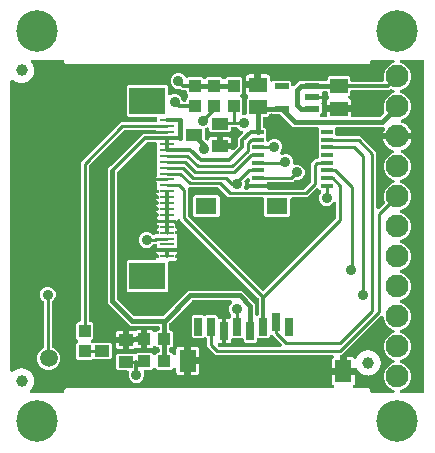
<source format=gbr>
G04 EAGLE Gerber RS-274X export*
G75*
%MOMM*%
%FSLAX34Y34*%
%LPD*%
%INTop Copper*%
%IPPOS*%
%AMOC8*
5,1,8,0,0,1.08239X$1,22.5*%
G01*
%ADD10R,1.400000X1.900000*%
%ADD11R,1.800000X1.400000*%
%ADD12R,0.700000X1.500000*%
%ADD13R,1.200000X0.550000*%
%ADD14R,1.500000X1.240000*%
%ADD15R,1.075000X1.000000*%
%ADD16C,1.000000*%
%ADD17C,3.516000*%
%ADD18C,1.930400*%
%ADD19R,1.200000X1.000000*%
%ADD20R,1.000000X1.075000*%
%ADD21R,0.990600X0.304800*%
%ADD22R,1.250000X0.280000*%
%ADD23R,3.100000X2.300000*%
%ADD24R,1.400000X1.000000*%
%ADD25C,1.500000*%
%ADD26C,0.304800*%
%ADD27C,0.906400*%
%ADD28C,0.254000*%
%ADD29C,0.406400*%

G36*
X46762Y-1520D02*
X46762Y-1520D01*
X46788Y-1522D01*
X46935Y-1500D01*
X47082Y-1483D01*
X47107Y-1475D01*
X47133Y-1471D01*
X47271Y-1416D01*
X47410Y-1366D01*
X47432Y-1352D01*
X47457Y-1342D01*
X47578Y-1257D01*
X47703Y-1177D01*
X47721Y-1158D01*
X47743Y-1143D01*
X47842Y-1033D01*
X47945Y-926D01*
X47959Y-904D01*
X47976Y-884D01*
X48048Y-754D01*
X48124Y-627D01*
X48132Y-602D01*
X48145Y-579D01*
X48185Y-436D01*
X48230Y-295D01*
X48232Y-269D01*
X48240Y-244D01*
X48259Y0D01*
X48259Y1052D01*
X49748Y2541D01*
X275223Y2541D01*
X275347Y2555D01*
X275472Y2561D01*
X275520Y2575D01*
X275569Y2581D01*
X275687Y2623D01*
X275807Y2657D01*
X275851Y2681D01*
X275897Y2698D01*
X276002Y2766D01*
X276112Y2827D01*
X276148Y2860D01*
X276190Y2887D01*
X276277Y2977D01*
X276370Y3061D01*
X276398Y3102D01*
X276432Y3138D01*
X276497Y3245D01*
X276568Y3348D01*
X276586Y3394D01*
X276611Y3437D01*
X276649Y3556D01*
X276695Y3673D01*
X276702Y3722D01*
X276717Y3769D01*
X276727Y3894D01*
X276745Y4017D01*
X276741Y4067D01*
X276745Y4116D01*
X276727Y4240D01*
X276716Y4365D01*
X276701Y4412D01*
X276694Y4461D01*
X276647Y4577D01*
X276609Y4696D01*
X276583Y4739D01*
X276565Y4785D01*
X276493Y4887D01*
X276429Y4995D01*
X276394Y5030D01*
X276366Y5071D01*
X276273Y5155D01*
X276186Y5244D01*
X276134Y5280D01*
X276107Y5304D01*
X276065Y5328D01*
X276046Y5341D01*
X275557Y5830D01*
X275222Y6409D01*
X275049Y7055D01*
X275049Y13843D01*
X283066Y13843D01*
X283092Y13846D01*
X283118Y13844D01*
X283265Y13866D01*
X283412Y13883D01*
X283437Y13891D01*
X283463Y13895D01*
X283601Y13950D01*
X283740Y14000D01*
X283762Y14014D01*
X283787Y14024D01*
X283908Y14109D01*
X284033Y14189D01*
X284051Y14208D01*
X284073Y14223D01*
X284172Y14333D01*
X284275Y14440D01*
X284289Y14462D01*
X284306Y14482D01*
X284378Y14612D01*
X284454Y14739D01*
X284462Y14764D01*
X284475Y14787D01*
X284515Y14930D01*
X284560Y15071D01*
X284562Y15097D01*
X284570Y15122D01*
X284589Y15366D01*
X284589Y16891D01*
X284591Y16891D01*
X284591Y15366D01*
X284594Y15340D01*
X284592Y15314D01*
X284614Y15167D01*
X284631Y15020D01*
X284640Y14995D01*
X284643Y14969D01*
X284698Y14831D01*
X284748Y14692D01*
X284762Y14670D01*
X284772Y14645D01*
X284857Y14524D01*
X284937Y14399D01*
X284956Y14381D01*
X284971Y14359D01*
X285081Y14260D01*
X285188Y14157D01*
X285210Y14143D01*
X285230Y14126D01*
X285360Y14054D01*
X285487Y13978D01*
X285512Y13970D01*
X285535Y13957D01*
X285678Y13917D01*
X285819Y13872D01*
X285845Y13870D01*
X285870Y13862D01*
X286114Y13843D01*
X294131Y13843D01*
X294131Y7055D01*
X293958Y6409D01*
X293623Y5830D01*
X293121Y5328D01*
X293095Y5309D01*
X292990Y5241D01*
X292955Y5205D01*
X292916Y5176D01*
X292835Y5080D01*
X292748Y4990D01*
X292722Y4948D01*
X292690Y4910D01*
X292633Y4799D01*
X292569Y4691D01*
X292554Y4644D01*
X292531Y4600D01*
X292501Y4478D01*
X292463Y4359D01*
X292459Y4310D01*
X292447Y4262D01*
X292445Y4137D01*
X292435Y4012D01*
X292442Y3963D01*
X292441Y3913D01*
X292468Y3791D01*
X292486Y3667D01*
X292505Y3621D01*
X292515Y3573D01*
X292569Y3460D01*
X292615Y3343D01*
X292643Y3303D01*
X292665Y3258D01*
X292743Y3160D01*
X292814Y3057D01*
X292851Y3024D01*
X292882Y2985D01*
X292980Y2908D01*
X293073Y2824D01*
X293116Y2800D01*
X293155Y2769D01*
X293268Y2716D01*
X293378Y2655D01*
X293426Y2642D01*
X293470Y2621D01*
X293593Y2594D01*
X293713Y2560D01*
X293776Y2555D01*
X293811Y2548D01*
X293859Y2549D01*
X293957Y2541D01*
X305852Y2541D01*
X307341Y1052D01*
X307341Y0D01*
X307344Y-26D01*
X307342Y-52D01*
X307364Y-199D01*
X307381Y-346D01*
X307389Y-371D01*
X307393Y-397D01*
X307448Y-535D01*
X307498Y-674D01*
X307512Y-696D01*
X307522Y-721D01*
X307607Y-842D01*
X307687Y-967D01*
X307706Y-985D01*
X307721Y-1007D01*
X307831Y-1106D01*
X307938Y-1209D01*
X307960Y-1223D01*
X307980Y-1240D01*
X308110Y-1312D01*
X308237Y-1388D01*
X308262Y-1396D01*
X308285Y-1409D01*
X308428Y-1449D01*
X308569Y-1494D01*
X308595Y-1496D01*
X308620Y-1504D01*
X308864Y-1523D01*
X326346Y-1523D01*
X326396Y-1518D01*
X326447Y-1520D01*
X326569Y-1498D01*
X326693Y-1483D01*
X326740Y-1466D01*
X326790Y-1457D01*
X326904Y-1408D01*
X327021Y-1366D01*
X327063Y-1339D01*
X327109Y-1319D01*
X327209Y-1244D01*
X327314Y-1177D01*
X327349Y-1141D01*
X327389Y-1111D01*
X327469Y-1016D01*
X327556Y-926D01*
X327582Y-883D01*
X327614Y-845D01*
X327671Y-734D01*
X327735Y-627D01*
X327750Y-579D01*
X327773Y-534D01*
X327803Y-414D01*
X327841Y-295D01*
X327845Y-245D01*
X327857Y-196D01*
X327859Y-72D01*
X327869Y52D01*
X327861Y102D01*
X327862Y152D01*
X327836Y274D01*
X327817Y397D01*
X327798Y444D01*
X327788Y493D01*
X327734Y605D01*
X327688Y721D01*
X327660Y762D01*
X327638Y808D01*
X327560Y905D01*
X327489Y1007D01*
X327452Y1041D01*
X327421Y1080D01*
X327323Y1157D01*
X327231Y1240D01*
X327187Y1265D01*
X327147Y1296D01*
X326929Y1407D01*
X323581Y2794D01*
X320294Y6081D01*
X318515Y10376D01*
X318515Y15024D01*
X320294Y19319D01*
X323581Y22606D01*
X326929Y23993D01*
X327017Y24041D01*
X327109Y24082D01*
X327169Y24126D01*
X327234Y24162D01*
X327308Y24229D01*
X327389Y24289D01*
X327437Y24346D01*
X327492Y24396D01*
X327549Y24479D01*
X327614Y24555D01*
X327648Y24622D01*
X327690Y24683D01*
X327727Y24776D01*
X327773Y24866D01*
X327791Y24938D01*
X327818Y25007D01*
X327833Y25106D01*
X327857Y25204D01*
X327858Y25278D01*
X327869Y25352D01*
X327861Y25452D01*
X327862Y25552D01*
X327846Y25625D01*
X327840Y25699D01*
X327809Y25795D01*
X327788Y25893D01*
X327756Y25960D01*
X327733Y26031D01*
X327681Y26117D01*
X327638Y26208D01*
X327592Y26266D01*
X327553Y26329D01*
X327483Y26402D01*
X327421Y26480D01*
X327362Y26526D01*
X327310Y26579D01*
X327226Y26634D01*
X327147Y26696D01*
X327058Y26742D01*
X327017Y26768D01*
X326983Y26780D01*
X326929Y26807D01*
X323581Y28194D01*
X320294Y31481D01*
X318515Y35776D01*
X318515Y40424D01*
X320294Y44719D01*
X323581Y48006D01*
X326929Y49393D01*
X327017Y49441D01*
X327109Y49482D01*
X327169Y49526D01*
X327234Y49562D01*
X327308Y49629D01*
X327389Y49689D01*
X327437Y49746D01*
X327492Y49796D01*
X327549Y49879D01*
X327614Y49955D01*
X327648Y50022D01*
X327690Y50083D01*
X327727Y50176D01*
X327773Y50266D01*
X327791Y50338D01*
X327818Y50407D01*
X327833Y50506D01*
X327857Y50604D01*
X327858Y50678D01*
X327869Y50752D01*
X327861Y50852D01*
X327862Y50952D01*
X327846Y51025D01*
X327840Y51099D01*
X327809Y51195D01*
X327788Y51293D01*
X327756Y51360D01*
X327733Y51431D01*
X327681Y51517D01*
X327638Y51608D01*
X327592Y51666D01*
X327553Y51729D01*
X327483Y51802D01*
X327421Y51880D01*
X327362Y51926D01*
X327310Y51979D01*
X327226Y52034D01*
X327147Y52096D01*
X327058Y52142D01*
X327017Y52168D01*
X326983Y52180D01*
X326929Y52207D01*
X323581Y53594D01*
X320294Y56881D01*
X318515Y61176D01*
X318515Y62517D01*
X318504Y62617D01*
X318502Y62718D01*
X318484Y62790D01*
X318475Y62863D01*
X318441Y62958D01*
X318417Y63056D01*
X318383Y63122D01*
X318358Y63191D01*
X318303Y63276D01*
X318257Y63366D01*
X318209Y63422D01*
X318169Y63484D01*
X318096Y63554D01*
X318031Y63631D01*
X317972Y63675D01*
X317918Y63726D01*
X317832Y63778D01*
X317751Y63838D01*
X317683Y63867D01*
X317619Y63905D01*
X317523Y63936D01*
X317431Y63976D01*
X317358Y63989D01*
X317287Y64011D01*
X317187Y64020D01*
X317088Y64037D01*
X317014Y64033D01*
X316940Y64039D01*
X316840Y64024D01*
X316740Y64019D01*
X316668Y63999D01*
X316595Y63988D01*
X316502Y63951D01*
X316405Y63923D01*
X316340Y63886D01*
X316271Y63859D01*
X316189Y63802D01*
X316101Y63752D01*
X316024Y63687D01*
X315985Y63660D01*
X315961Y63634D01*
X315914Y63594D01*
X315881Y63561D01*
X315881Y63560D01*
X283308Y30987D01*
X283066Y30987D01*
X283040Y30984D01*
X283014Y30986D01*
X282867Y30964D01*
X282720Y30947D01*
X282695Y30939D01*
X282669Y30935D01*
X282531Y30880D01*
X282392Y30830D01*
X282370Y30816D01*
X282345Y30806D01*
X282224Y30721D01*
X282099Y30641D01*
X282081Y30622D01*
X282059Y30607D01*
X281960Y30497D01*
X281857Y30390D01*
X281843Y30368D01*
X281826Y30348D01*
X281754Y30218D01*
X281678Y30091D01*
X281670Y30066D01*
X281657Y30043D01*
X281617Y29900D01*
X281572Y29759D01*
X281570Y29733D01*
X281562Y29708D01*
X281543Y29464D01*
X281543Y19937D01*
X275049Y19937D01*
X275049Y26725D01*
X275222Y27371D01*
X275557Y27950D01*
X275994Y28387D01*
X276056Y28465D01*
X276126Y28538D01*
X276164Y28602D01*
X276210Y28660D01*
X276253Y28751D01*
X276305Y28837D01*
X276327Y28908D01*
X276359Y28975D01*
X276380Y29073D01*
X276411Y29169D01*
X276417Y29243D01*
X276433Y29316D01*
X276431Y29416D01*
X276439Y29516D01*
X276428Y29590D01*
X276427Y29664D01*
X276402Y29761D01*
X276387Y29861D01*
X276360Y29930D01*
X276342Y30002D01*
X276296Y30091D01*
X276259Y30185D01*
X276216Y30246D01*
X276182Y30312D01*
X276117Y30389D01*
X276060Y30471D01*
X276005Y30521D01*
X275956Y30577D01*
X275875Y30637D01*
X275801Y30704D01*
X275736Y30740D01*
X275676Y30785D01*
X275584Y30824D01*
X275496Y30873D01*
X275424Y30893D01*
X275356Y30923D01*
X275257Y30940D01*
X275160Y30968D01*
X275060Y30976D01*
X275013Y30984D01*
X274977Y30982D01*
X274917Y30987D01*
X176432Y30987D01*
X169287Y38132D01*
X169287Y43834D01*
X169284Y43860D01*
X169286Y43886D01*
X169264Y44033D01*
X169247Y44180D01*
X169239Y44205D01*
X169235Y44231D01*
X169180Y44369D01*
X169130Y44508D01*
X169116Y44530D01*
X169106Y44555D01*
X169021Y44676D01*
X168941Y44801D01*
X168922Y44819D01*
X168907Y44841D01*
X168797Y44940D01*
X168690Y45043D01*
X168668Y45057D01*
X168648Y45074D01*
X168518Y45146D01*
X168391Y45222D01*
X168379Y45226D01*
X168167Y45438D01*
X168147Y45454D01*
X168130Y45474D01*
X168010Y45563D01*
X167894Y45655D01*
X167870Y45666D01*
X167849Y45682D01*
X167713Y45740D01*
X167579Y45804D01*
X167553Y45809D01*
X167529Y45820D01*
X167383Y45846D01*
X167238Y45877D01*
X167212Y45877D01*
X167186Y45881D01*
X167038Y45874D01*
X166890Y45871D01*
X166864Y45865D01*
X166838Y45863D01*
X166696Y45822D01*
X166552Y45786D01*
X166528Y45774D01*
X166503Y45767D01*
X166374Y45695D01*
X166242Y45626D01*
X166222Y45609D01*
X166199Y45597D01*
X166013Y45438D01*
X165932Y45357D01*
X157248Y45357D01*
X156057Y46548D01*
X156057Y63232D01*
X157248Y64423D01*
X165932Y64423D01*
X166013Y64342D01*
X166033Y64326D01*
X166050Y64306D01*
X166170Y64217D01*
X166286Y64125D01*
X166310Y64114D01*
X166331Y64098D01*
X166467Y64040D01*
X166601Y63976D01*
X166627Y63971D01*
X166651Y63960D01*
X166797Y63934D01*
X166942Y63903D01*
X166968Y63903D01*
X166994Y63899D01*
X167142Y63906D01*
X167290Y63909D01*
X167316Y63915D01*
X167342Y63917D01*
X167484Y63958D01*
X167628Y63994D01*
X167651Y64006D01*
X167677Y64013D01*
X167806Y64086D01*
X167938Y64153D01*
X167958Y64170D01*
X167981Y64183D01*
X168167Y64342D01*
X168248Y64423D01*
X176932Y64423D01*
X178123Y63232D01*
X178123Y62454D01*
X178126Y62428D01*
X178124Y62402D01*
X178146Y62255D01*
X178163Y62108D01*
X178171Y62083D01*
X178175Y62057D01*
X178230Y61919D01*
X178280Y61780D01*
X178294Y61758D01*
X178304Y61733D01*
X178389Y61612D01*
X178469Y61487D01*
X178488Y61469D01*
X178503Y61447D01*
X178613Y61348D01*
X178720Y61245D01*
X178742Y61231D01*
X178762Y61214D01*
X178892Y61142D01*
X179019Y61066D01*
X179044Y61058D01*
X179067Y61045D01*
X179210Y61005D01*
X179351Y60960D01*
X179377Y60958D01*
X179402Y60950D01*
X179646Y60931D01*
X181841Y60931D01*
X181841Y51116D01*
X181844Y51090D01*
X181842Y51064D01*
X181863Y50919D01*
X181860Y50908D01*
X181841Y50664D01*
X181841Y40849D01*
X179589Y40849D01*
X179489Y40838D01*
X179389Y40836D01*
X179317Y40818D01*
X179243Y40809D01*
X179148Y40775D01*
X179051Y40751D01*
X178985Y40717D01*
X178915Y40692D01*
X178830Y40637D01*
X178741Y40591D01*
X178684Y40543D01*
X178622Y40503D01*
X178552Y40431D01*
X178475Y40365D01*
X178431Y40306D01*
X178380Y40252D01*
X178328Y40166D01*
X178268Y40085D01*
X178239Y40017D01*
X178201Y39953D01*
X178170Y39857D01*
X178130Y39765D01*
X178117Y39692D01*
X178095Y39621D01*
X178086Y39521D01*
X178069Y39422D01*
X178073Y39348D01*
X178067Y39274D01*
X178081Y39175D01*
X178087Y39074D01*
X178107Y39003D01*
X178118Y38929D01*
X178155Y38836D01*
X178183Y38739D01*
X178219Y38674D01*
X178247Y38605D01*
X178304Y38523D01*
X178353Y38435D01*
X178418Y38359D01*
X178446Y38319D01*
X178472Y38295D01*
X178512Y38249D01*
X178722Y38039D01*
X178821Y37960D01*
X178915Y37876D01*
X178957Y37852D01*
X178995Y37822D01*
X179109Y37768D01*
X179220Y37707D01*
X179266Y37694D01*
X179310Y37673D01*
X179433Y37647D01*
X179555Y37612D01*
X179616Y37607D01*
X179651Y37600D01*
X179699Y37601D01*
X179799Y37593D01*
X230919Y37593D01*
X231019Y37604D01*
X231119Y37606D01*
X231191Y37624D01*
X231265Y37633D01*
X231360Y37666D01*
X231457Y37691D01*
X231523Y37725D01*
X231593Y37750D01*
X231678Y37805D01*
X231767Y37851D01*
X231824Y37899D01*
X231886Y37939D01*
X231956Y38011D01*
X232032Y38076D01*
X232077Y38136D01*
X232128Y38190D01*
X232180Y38276D01*
X232240Y38357D01*
X232269Y38425D01*
X232307Y38489D01*
X232338Y38585D01*
X232378Y38677D01*
X232391Y38750D01*
X232413Y38821D01*
X232422Y38921D01*
X232439Y39020D01*
X232435Y39094D01*
X232441Y39168D01*
X232427Y39268D01*
X232421Y39368D01*
X232401Y39439D01*
X232390Y39513D01*
X232353Y39606D01*
X232325Y39703D01*
X232288Y39768D01*
X232261Y39837D01*
X232204Y39919D01*
X232155Y40007D01*
X232090Y40083D01*
X232062Y40123D01*
X232036Y40147D01*
X231996Y40193D01*
X224723Y47466D01*
X224645Y47529D01*
X224572Y47598D01*
X224508Y47637D01*
X224450Y47683D01*
X224359Y47726D01*
X224273Y47777D01*
X224202Y47800D01*
X224135Y47832D01*
X224037Y47853D01*
X223941Y47883D01*
X223867Y47889D01*
X223794Y47905D01*
X223694Y47903D01*
X223594Y47911D01*
X223520Y47900D01*
X223446Y47899D01*
X223349Y47875D01*
X223249Y47860D01*
X223180Y47832D01*
X223108Y47814D01*
X223018Y47768D01*
X222925Y47731D01*
X222864Y47689D01*
X222798Y47654D01*
X222721Y47589D01*
X222639Y47532D01*
X222589Y47477D01*
X222533Y47429D01*
X222473Y47348D01*
X222406Y47273D01*
X222370Y47208D01*
X222325Y47148D01*
X222286Y47056D01*
X222237Y46968D01*
X222217Y46897D01*
X222187Y46828D01*
X222170Y46730D01*
X222142Y46633D01*
X222137Y46562D01*
X220932Y45357D01*
X212646Y45357D01*
X212620Y45354D01*
X212594Y45356D01*
X212447Y45334D01*
X212300Y45317D01*
X212275Y45309D01*
X212249Y45305D01*
X212111Y45250D01*
X211972Y45200D01*
X211950Y45186D01*
X211925Y45176D01*
X211804Y45091D01*
X211679Y45011D01*
X211661Y44992D01*
X211639Y44977D01*
X211540Y44867D01*
X211437Y44760D01*
X211423Y44738D01*
X211406Y44718D01*
X211334Y44588D01*
X211258Y44461D01*
X211250Y44436D01*
X211237Y44413D01*
X211197Y44270D01*
X211152Y44129D01*
X211150Y44103D01*
X211142Y44078D01*
X211123Y43834D01*
X211123Y42548D01*
X209932Y41357D01*
X201248Y41357D01*
X200057Y42548D01*
X200057Y43834D01*
X200054Y43860D01*
X200056Y43886D01*
X200034Y44033D01*
X200017Y44180D01*
X200009Y44205D01*
X200005Y44231D01*
X199950Y44369D01*
X199900Y44508D01*
X199886Y44530D01*
X199876Y44555D01*
X199791Y44676D01*
X199711Y44801D01*
X199692Y44819D01*
X199677Y44841D01*
X199567Y44940D01*
X199460Y45043D01*
X199438Y45057D01*
X199418Y45074D01*
X199288Y45146D01*
X199161Y45222D01*
X199136Y45230D01*
X199113Y45243D01*
X198970Y45283D01*
X198829Y45328D01*
X198803Y45330D01*
X198778Y45338D01*
X198534Y45357D01*
X191154Y45357D01*
X191128Y45354D01*
X191102Y45356D01*
X190955Y45334D01*
X190808Y45317D01*
X190783Y45309D01*
X190757Y45305D01*
X190619Y45250D01*
X190480Y45200D01*
X190458Y45186D01*
X190433Y45176D01*
X190312Y45091D01*
X190187Y45011D01*
X190169Y44992D01*
X190147Y44977D01*
X190048Y44867D01*
X189945Y44760D01*
X189931Y44738D01*
X189914Y44718D01*
X189842Y44588D01*
X189766Y44461D01*
X189758Y44436D01*
X189745Y44413D01*
X189705Y44270D01*
X189660Y44129D01*
X189658Y44103D01*
X189650Y44078D01*
X189631Y43834D01*
X189631Y43055D01*
X189458Y42409D01*
X189123Y41830D01*
X188650Y41357D01*
X188071Y41022D01*
X187425Y40849D01*
X185339Y40849D01*
X185339Y50664D01*
X185336Y50690D01*
X185338Y50716D01*
X185317Y50861D01*
X185320Y50872D01*
X185339Y51116D01*
X185339Y60931D01*
X187534Y60931D01*
X187560Y60934D01*
X187586Y60932D01*
X187733Y60954D01*
X187880Y60971D01*
X187905Y60979D01*
X187931Y60983D01*
X188069Y61038D01*
X188208Y61088D01*
X188230Y61102D01*
X188255Y61112D01*
X188376Y61197D01*
X188501Y61277D01*
X188519Y61296D01*
X188541Y61311D01*
X188640Y61421D01*
X188743Y61528D01*
X188757Y61550D01*
X188774Y61570D01*
X188846Y61700D01*
X188922Y61827D01*
X188930Y61852D01*
X188943Y61875D01*
X188983Y62018D01*
X189028Y62159D01*
X189030Y62185D01*
X189038Y62210D01*
X189057Y62454D01*
X189057Y63232D01*
X189274Y63448D01*
X189290Y63469D01*
X189310Y63486D01*
X189398Y63605D01*
X189490Y63721D01*
X189501Y63745D01*
X189517Y63766D01*
X189576Y63902D01*
X189639Y64036D01*
X189645Y64062D01*
X189655Y64086D01*
X189681Y64232D01*
X189712Y64377D01*
X189712Y64403D01*
X189717Y64429D01*
X189709Y64578D01*
X189707Y64726D01*
X189700Y64751D01*
X189699Y64777D01*
X189658Y64920D01*
X189622Y65064D01*
X189609Y65087D01*
X189602Y65112D01*
X189530Y65241D01*
X189462Y65373D01*
X189445Y65393D01*
X189432Y65416D01*
X189274Y65603D01*
X188745Y66131D01*
X187745Y68544D01*
X187745Y71156D01*
X188745Y73569D01*
X189791Y74615D01*
X189853Y74694D01*
X189923Y74766D01*
X189961Y74830D01*
X190008Y74888D01*
X190051Y74979D01*
X190102Y75065D01*
X190125Y75136D01*
X190157Y75203D01*
X190178Y75301D01*
X190208Y75397D01*
X190214Y75471D01*
X190230Y75544D01*
X190228Y75644D01*
X190236Y75744D01*
X190225Y75818D01*
X190224Y75892D01*
X190199Y75989D01*
X190185Y76089D01*
X190157Y76158D01*
X190139Y76230D01*
X190093Y76319D01*
X190056Y76413D01*
X190013Y76474D01*
X189979Y76540D01*
X189914Y76616D01*
X189857Y76699D01*
X189802Y76749D01*
X189753Y76805D01*
X189673Y76865D01*
X189598Y76932D01*
X189533Y76968D01*
X189473Y77013D01*
X189381Y77052D01*
X189293Y77101D01*
X189221Y77121D01*
X189153Y77151D01*
X189054Y77168D01*
X188958Y77196D01*
X188858Y77204D01*
X188810Y77212D01*
X188774Y77210D01*
X188714Y77215D01*
X157255Y77215D01*
X157129Y77201D01*
X157003Y77194D01*
X156956Y77181D01*
X156908Y77175D01*
X156789Y77133D01*
X156668Y77098D01*
X156626Y77074D01*
X156580Y77058D01*
X156474Y76989D01*
X156364Y76928D01*
X156318Y76888D01*
X156288Y76869D01*
X156254Y76834D01*
X156178Y76769D01*
X137471Y58062D01*
X137392Y57963D01*
X137308Y57870D01*
X137284Y57827D01*
X137254Y57789D01*
X137200Y57675D01*
X137139Y57565D01*
X137126Y57518D01*
X137105Y57474D01*
X137079Y57351D01*
X137044Y57229D01*
X137039Y57168D01*
X137032Y57134D01*
X137033Y57086D01*
X137025Y56985D01*
X137025Y53006D01*
X137028Y52980D01*
X137026Y52954D01*
X137048Y52807D01*
X137065Y52660D01*
X137073Y52635D01*
X137077Y52609D01*
X137132Y52471D01*
X137182Y52332D01*
X137196Y52310D01*
X137206Y52285D01*
X137291Y52164D01*
X137371Y52039D01*
X137390Y52021D01*
X137405Y51999D01*
X137515Y51900D01*
X137622Y51797D01*
X137644Y51783D01*
X137664Y51766D01*
X137794Y51694D01*
X137921Y51618D01*
X137946Y51610D01*
X137969Y51597D01*
X138112Y51557D01*
X138253Y51512D01*
X138279Y51510D01*
X138304Y51502D01*
X138548Y51483D01*
X139177Y51483D01*
X140368Y50292D01*
X140368Y38608D01*
X139177Y37417D01*
X138548Y37417D01*
X138522Y37414D01*
X138496Y37416D01*
X138349Y37394D01*
X138202Y37377D01*
X138177Y37369D01*
X138151Y37365D01*
X138013Y37310D01*
X137874Y37260D01*
X137852Y37246D01*
X137827Y37236D01*
X137706Y37151D01*
X137581Y37071D01*
X137563Y37052D01*
X137541Y37037D01*
X137442Y36927D01*
X137339Y36820D01*
X137325Y36798D01*
X137308Y36778D01*
X137236Y36648D01*
X137160Y36521D01*
X137152Y36496D01*
X137139Y36473D01*
X137099Y36330D01*
X137054Y36189D01*
X137052Y36163D01*
X137044Y36138D01*
X137025Y35894D01*
X137025Y33956D01*
X137028Y33930D01*
X137026Y33904D01*
X137048Y33757D01*
X137065Y33610D01*
X137073Y33585D01*
X137077Y33559D01*
X137132Y33421D01*
X137182Y33282D01*
X137196Y33260D01*
X137206Y33235D01*
X137291Y33114D01*
X137371Y32989D01*
X137390Y32971D01*
X137405Y32949D01*
X137515Y32850D01*
X137622Y32747D01*
X137644Y32733D01*
X137664Y32716D01*
X137794Y32644D01*
X137921Y32568D01*
X137946Y32560D01*
X137969Y32547D01*
X138112Y32507D01*
X138253Y32462D01*
X138279Y32460D01*
X138304Y32452D01*
X138548Y32433D01*
X139177Y32433D01*
X140449Y31161D01*
X140528Y31098D01*
X140600Y31029D01*
X140664Y30990D01*
X140722Y30944D01*
X140813Y30901D01*
X140899Y30850D01*
X140970Y30827D01*
X141037Y30795D01*
X141135Y30774D01*
X141231Y30744D01*
X141305Y30738D01*
X141378Y30722D01*
X141478Y30724D01*
X141578Y30716D01*
X141652Y30727D01*
X141726Y30728D01*
X141823Y30752D01*
X141923Y30767D01*
X141992Y30795D01*
X142064Y30813D01*
X142153Y30859D01*
X142247Y30896D01*
X142308Y30938D01*
X142374Y30972D01*
X142450Y31038D01*
X142533Y31095D01*
X142583Y31150D01*
X142639Y31198D01*
X142699Y31279D01*
X142766Y31354D01*
X142802Y31419D01*
X142847Y31479D01*
X142886Y31571D01*
X142935Y31659D01*
X142955Y31730D01*
X142985Y31799D01*
X143002Y31897D01*
X143030Y31994D01*
X143038Y32094D01*
X143046Y32142D01*
X143044Y32177D01*
X143049Y32238D01*
X143049Y35725D01*
X143222Y36371D01*
X143557Y36950D01*
X144030Y37423D01*
X144609Y37758D01*
X145255Y37931D01*
X149543Y37931D01*
X149543Y27414D01*
X149546Y27390D01*
X149544Y27366D01*
X149544Y27365D01*
X149544Y27362D01*
X149566Y27215D01*
X149583Y27068D01*
X149591Y27043D01*
X149595Y27017D01*
X149650Y26879D01*
X149700Y26740D01*
X149714Y26718D01*
X149724Y26693D01*
X149809Y26572D01*
X149889Y26447D01*
X149908Y26429D01*
X149923Y26407D01*
X150033Y26308D01*
X150140Y26205D01*
X150162Y26191D01*
X150182Y26174D01*
X150312Y26102D01*
X150439Y26026D01*
X150464Y26018D01*
X150487Y26005D01*
X150630Y25965D01*
X150771Y25920D01*
X150797Y25918D01*
X150822Y25910D01*
X151066Y25891D01*
X152591Y25891D01*
X152591Y25889D01*
X151066Y25889D01*
X151040Y25886D01*
X151014Y25888D01*
X150867Y25866D01*
X150720Y25849D01*
X150695Y25840D01*
X150669Y25837D01*
X150531Y25782D01*
X150392Y25732D01*
X150370Y25718D01*
X150345Y25708D01*
X150224Y25623D01*
X150099Y25543D01*
X150081Y25524D01*
X150059Y25509D01*
X149960Y25399D01*
X149857Y25292D01*
X149843Y25270D01*
X149826Y25250D01*
X149754Y25120D01*
X149678Y24993D01*
X149670Y24968D01*
X149657Y24945D01*
X149617Y24802D01*
X149572Y24661D01*
X149570Y24635D01*
X149562Y24610D01*
X149543Y24366D01*
X149543Y13849D01*
X145255Y13849D01*
X144609Y14022D01*
X144030Y14357D01*
X143557Y14830D01*
X143222Y15409D01*
X143049Y16055D01*
X143049Y18562D01*
X143038Y18662D01*
X143036Y18762D01*
X143018Y18834D01*
X143009Y18908D01*
X142976Y19003D01*
X142951Y19100D01*
X142917Y19166D01*
X142892Y19236D01*
X142837Y19321D01*
X142791Y19410D01*
X142743Y19467D01*
X142703Y19529D01*
X142631Y19599D01*
X142566Y19676D01*
X142506Y19720D01*
X142452Y19771D01*
X142366Y19823D01*
X142285Y19883D01*
X142217Y19912D01*
X142153Y19950D01*
X142057Y19981D01*
X141965Y20021D01*
X141892Y20034D01*
X141821Y20056D01*
X141721Y20065D01*
X141622Y20082D01*
X141548Y20078D01*
X141474Y20084D01*
X141374Y20070D01*
X141274Y20064D01*
X141203Y20044D01*
X141129Y20033D01*
X141036Y19996D01*
X140939Y19968D01*
X140874Y19931D01*
X140805Y19904D01*
X140723Y19847D01*
X140635Y19798D01*
X140559Y19733D01*
X140519Y19705D01*
X140495Y19679D01*
X140449Y19639D01*
X139177Y18367D01*
X126743Y18367D01*
X125537Y19573D01*
X125517Y19589D01*
X125500Y19609D01*
X125380Y19698D01*
X125264Y19790D01*
X125240Y19801D01*
X125219Y19817D01*
X125083Y19875D01*
X124949Y19939D01*
X124923Y19944D01*
X124899Y19955D01*
X124753Y19981D01*
X124608Y20012D01*
X124582Y20012D01*
X124556Y20016D01*
X124408Y20009D01*
X124260Y20006D01*
X124234Y20000D01*
X124208Y19998D01*
X124066Y19957D01*
X123922Y19921D01*
X123899Y19909D01*
X123873Y19902D01*
X123744Y19829D01*
X123612Y19761D01*
X123592Y19744D01*
X123569Y19732D01*
X123383Y19573D01*
X122177Y18367D01*
X116784Y18367D01*
X116635Y18350D01*
X116485Y18338D01*
X116462Y18330D01*
X116438Y18327D01*
X116296Y18277D01*
X116153Y18231D01*
X116132Y18218D01*
X116110Y18210D01*
X115983Y18128D01*
X115854Y18051D01*
X115837Y18034D01*
X115817Y18021D01*
X115712Y17912D01*
X115605Y17808D01*
X115592Y17788D01*
X115575Y17770D01*
X115497Y17641D01*
X115416Y17515D01*
X115408Y17492D01*
X115396Y17471D01*
X115350Y17328D01*
X115300Y17186D01*
X115297Y17162D01*
X115290Y17139D01*
X115278Y16990D01*
X115261Y16840D01*
X115264Y16816D01*
X115262Y16792D01*
X115284Y16643D01*
X115301Y16494D01*
X115310Y16466D01*
X115313Y16447D01*
X115331Y16403D01*
X115377Y16261D01*
X115785Y15276D01*
X115785Y12664D01*
X114785Y10251D01*
X112939Y8405D01*
X110526Y7405D01*
X107914Y7405D01*
X105501Y8405D01*
X103655Y10251D01*
X102655Y12664D01*
X102655Y15276D01*
X102811Y15651D01*
X102852Y15796D01*
X102898Y15939D01*
X102900Y15963D01*
X102906Y15986D01*
X102914Y16137D01*
X102926Y16286D01*
X102922Y16310D01*
X102923Y16334D01*
X102896Y16482D01*
X102874Y16631D01*
X102865Y16653D01*
X102861Y16677D01*
X102801Y16815D01*
X102745Y16955D01*
X102732Y16975D01*
X102722Y16997D01*
X102632Y17117D01*
X102546Y17241D01*
X102529Y17257D01*
X102514Y17277D01*
X102399Y17374D01*
X102288Y17474D01*
X102267Y17486D01*
X102248Y17502D01*
X102114Y17570D01*
X101983Y17643D01*
X101959Y17649D01*
X101938Y17660D01*
X101792Y17697D01*
X101647Y17738D01*
X101618Y17740D01*
X101600Y17745D01*
X101553Y17745D01*
X101403Y17757D01*
X93328Y17757D01*
X92137Y18948D01*
X92137Y30632D01*
X93328Y31823D01*
X107016Y31823D01*
X107033Y31803D01*
X107152Y31715D01*
X107268Y31623D01*
X107292Y31611D01*
X107313Y31596D01*
X107449Y31537D01*
X107584Y31474D01*
X107609Y31468D01*
X107633Y31458D01*
X107779Y31432D01*
X107924Y31400D01*
X107950Y31401D01*
X107976Y31396D01*
X108125Y31404D01*
X108273Y31406D01*
X108298Y31413D01*
X108324Y31414D01*
X108466Y31455D01*
X108611Y31491D01*
X108634Y31503D01*
X108659Y31511D01*
X108788Y31583D01*
X108920Y31651D01*
X108940Y31668D01*
X108963Y31681D01*
X109150Y31839D01*
X109743Y32433D01*
X122177Y32433D01*
X123383Y31227D01*
X123403Y31210D01*
X123420Y31191D01*
X123540Y31102D01*
X123656Y31010D01*
X123680Y30999D01*
X123701Y30983D01*
X123837Y30925D01*
X123971Y30861D01*
X123997Y30856D01*
X124021Y30845D01*
X124167Y30819D01*
X124312Y30788D01*
X124338Y30788D01*
X124364Y30784D01*
X124512Y30791D01*
X124660Y30794D01*
X124686Y30800D01*
X124712Y30802D01*
X124854Y30843D01*
X124998Y30879D01*
X125021Y30891D01*
X125047Y30898D01*
X125176Y30971D01*
X125308Y31039D01*
X125328Y31055D01*
X125351Y31068D01*
X125537Y31227D01*
X126743Y32433D01*
X127372Y32433D01*
X127398Y32436D01*
X127424Y32434D01*
X127571Y32456D01*
X127718Y32473D01*
X127743Y32481D01*
X127769Y32485D01*
X127907Y32540D01*
X128046Y32590D01*
X128068Y32604D01*
X128093Y32614D01*
X128214Y32699D01*
X128339Y32779D01*
X128357Y32798D01*
X128379Y32813D01*
X128478Y32923D01*
X128581Y33030D01*
X128595Y33052D01*
X128612Y33072D01*
X128684Y33202D01*
X128760Y33329D01*
X128768Y33354D01*
X128781Y33377D01*
X128821Y33520D01*
X128866Y33661D01*
X128868Y33687D01*
X128876Y33712D01*
X128895Y33956D01*
X128895Y35894D01*
X128892Y35920D01*
X128894Y35946D01*
X128872Y36093D01*
X128855Y36240D01*
X128847Y36265D01*
X128843Y36291D01*
X128788Y36429D01*
X128738Y36568D01*
X128724Y36590D01*
X128714Y36615D01*
X128629Y36736D01*
X128549Y36861D01*
X128530Y36879D01*
X128515Y36901D01*
X128405Y37000D01*
X128298Y37103D01*
X128276Y37117D01*
X128256Y37134D01*
X128126Y37206D01*
X127999Y37282D01*
X127974Y37290D01*
X127951Y37303D01*
X127808Y37343D01*
X127667Y37388D01*
X127641Y37390D01*
X127616Y37398D01*
X127372Y37417D01*
X126743Y37417D01*
X125834Y38326D01*
X125794Y38358D01*
X125760Y38396D01*
X125658Y38466D01*
X125561Y38543D01*
X125515Y38565D01*
X125473Y38594D01*
X125358Y38639D01*
X125246Y38692D01*
X125196Y38702D01*
X125149Y38721D01*
X125026Y38739D01*
X124905Y38765D01*
X124854Y38764D01*
X124804Y38772D01*
X124680Y38761D01*
X124557Y38759D01*
X124507Y38747D01*
X124456Y38742D01*
X124339Y38704D01*
X124219Y38674D01*
X124173Y38651D01*
X124125Y38635D01*
X124019Y38571D01*
X123909Y38515D01*
X123870Y38481D01*
X123826Y38455D01*
X123738Y38369D01*
X123644Y38289D01*
X123613Y38248D01*
X123577Y38212D01*
X123438Y38011D01*
X123368Y37890D01*
X122895Y37417D01*
X122316Y37082D01*
X121670Y36909D01*
X118459Y36909D01*
X118459Y43474D01*
X118456Y43500D01*
X118458Y43526D01*
X118436Y43673D01*
X118419Y43820D01*
X118411Y43845D01*
X118407Y43871D01*
X118352Y44008D01*
X118302Y44148D01*
X118288Y44170D01*
X118278Y44195D01*
X118193Y44316D01*
X118113Y44441D01*
X118100Y44453D01*
X118145Y44500D01*
X118159Y44523D01*
X118176Y44542D01*
X118248Y44672D01*
X118324Y44799D01*
X118332Y44824D01*
X118345Y44847D01*
X118385Y44990D01*
X118430Y45131D01*
X118432Y45157D01*
X118440Y45182D01*
X118459Y45426D01*
X118459Y51991D01*
X121670Y51991D01*
X122316Y51818D01*
X122895Y51483D01*
X123368Y51010D01*
X123438Y50889D01*
X123468Y50848D01*
X123492Y50803D01*
X123572Y50709D01*
X123645Y50609D01*
X123684Y50576D01*
X123717Y50537D01*
X123817Y50464D01*
X123911Y50384D01*
X123957Y50361D01*
X123998Y50330D01*
X124111Y50281D01*
X124221Y50225D01*
X124271Y50213D01*
X124318Y50192D01*
X124439Y50170D01*
X124559Y50141D01*
X124610Y50140D01*
X124661Y50131D01*
X124784Y50137D01*
X124908Y50135D01*
X124958Y50146D01*
X125009Y50149D01*
X125128Y50183D01*
X125248Y50209D01*
X125295Y50231D01*
X125344Y50245D01*
X125452Y50306D01*
X125563Y50359D01*
X125603Y50390D01*
X125648Y50415D01*
X125834Y50574D01*
X126743Y51483D01*
X127372Y51483D01*
X127398Y51486D01*
X127424Y51484D01*
X127571Y51506D01*
X127718Y51523D01*
X127743Y51531D01*
X127769Y51535D01*
X127907Y51590D01*
X128046Y51640D01*
X128068Y51654D01*
X128093Y51664D01*
X128214Y51749D01*
X128339Y51829D01*
X128357Y51848D01*
X128379Y51863D01*
X128478Y51973D01*
X128581Y52080D01*
X128595Y52102D01*
X128612Y52122D01*
X128684Y52252D01*
X128760Y52379D01*
X128768Y52404D01*
X128781Y52427D01*
X128821Y52570D01*
X128866Y52711D01*
X128868Y52737D01*
X128876Y52762D01*
X128895Y53006D01*
X128895Y54102D01*
X128892Y54128D01*
X128894Y54154D01*
X128872Y54301D01*
X128855Y54448D01*
X128847Y54473D01*
X128843Y54499D01*
X128788Y54637D01*
X128738Y54776D01*
X128724Y54798D01*
X128714Y54823D01*
X128629Y54944D01*
X128549Y55069D01*
X128530Y55087D01*
X128515Y55109D01*
X128405Y55208D01*
X128298Y55311D01*
X128276Y55325D01*
X128256Y55342D01*
X128126Y55414D01*
X127999Y55490D01*
X127974Y55498D01*
X127951Y55511D01*
X127808Y55551D01*
X127667Y55596D01*
X127641Y55598D01*
X127616Y55606D01*
X127372Y55625D01*
X103726Y55625D01*
X100899Y58452D01*
X87662Y71689D01*
X84835Y74516D01*
X84835Y188374D01*
X87216Y190755D01*
X87304Y190755D01*
X87429Y190769D01*
X87556Y190776D01*
X87602Y190789D01*
X87650Y190795D01*
X87769Y190837D01*
X87890Y190872D01*
X87933Y190896D01*
X87978Y190912D01*
X88084Y190981D01*
X88195Y191042D01*
X88241Y191082D01*
X88271Y191101D01*
X88304Y191136D01*
X88381Y191201D01*
X115192Y218012D01*
X124736Y218012D01*
X124762Y218015D01*
X124788Y218013D01*
X124935Y218035D01*
X125082Y218052D01*
X125107Y218060D01*
X125133Y218064D01*
X125271Y218119D01*
X125410Y218169D01*
X125432Y218183D01*
X125457Y218193D01*
X125578Y218278D01*
X125703Y218358D01*
X125721Y218377D01*
X125743Y218392D01*
X125842Y218502D01*
X125945Y218609D01*
X125959Y218631D01*
X125976Y218651D01*
X126048Y218781D01*
X126124Y218908D01*
X126132Y218933D01*
X126145Y218956D01*
X126185Y219099D01*
X126230Y219240D01*
X126232Y219266D01*
X126240Y219291D01*
X126259Y219535D01*
X126259Y219629D01*
X126256Y219655D01*
X126258Y219681D01*
X126236Y219828D01*
X126219Y219975D01*
X126211Y220000D01*
X126207Y220026D01*
X126152Y220164D01*
X126102Y220303D01*
X126088Y220325D01*
X126078Y220350D01*
X125993Y220471D01*
X125913Y220596D01*
X125894Y220614D01*
X125879Y220636D01*
X125769Y220735D01*
X125662Y220838D01*
X125640Y220852D01*
X125620Y220869D01*
X125490Y220941D01*
X125363Y221017D01*
X125338Y221025D01*
X125315Y221038D01*
X125172Y221078D01*
X125031Y221123D01*
X125005Y221125D01*
X124980Y221133D01*
X124736Y221152D01*
X99454Y221152D01*
X99328Y221138D01*
X99202Y221131D01*
X99156Y221118D01*
X99108Y221112D01*
X98989Y221070D01*
X98867Y221035D01*
X98825Y221011D01*
X98780Y220995D01*
X98673Y220926D01*
X98563Y220865D01*
X98517Y220825D01*
X98487Y220806D01*
X98453Y220771D01*
X98377Y220706D01*
X69154Y191483D01*
X69092Y191405D01*
X69022Y191332D01*
X69008Y191310D01*
X68991Y191290D01*
X68967Y191248D01*
X68937Y191210D01*
X68894Y191119D01*
X68843Y191033D01*
X68835Y191009D01*
X68822Y190985D01*
X68809Y190939D01*
X68788Y190895D01*
X68767Y190795D01*
X68737Y190701D01*
X68735Y190676D01*
X68727Y190650D01*
X68722Y190589D01*
X68715Y190554D01*
X68716Y190506D01*
X68708Y190406D01*
X68708Y59976D01*
X68711Y59950D01*
X68709Y59924D01*
X68731Y59777D01*
X68748Y59630D01*
X68756Y59605D01*
X68760Y59579D01*
X68815Y59441D01*
X68865Y59302D01*
X68879Y59280D01*
X68889Y59255D01*
X68974Y59134D01*
X69054Y59009D01*
X69073Y58991D01*
X69088Y58969D01*
X69198Y58870D01*
X69305Y58767D01*
X69327Y58753D01*
X69347Y58736D01*
X69477Y58664D01*
X69604Y58588D01*
X69629Y58580D01*
X69652Y58567D01*
X69795Y58527D01*
X69936Y58482D01*
X69962Y58480D01*
X69987Y58472D01*
X70231Y58453D01*
X71247Y58453D01*
X72438Y57262D01*
X72438Y44828D01*
X71232Y43622D01*
X71216Y43602D01*
X71196Y43585D01*
X71107Y43465D01*
X71015Y43349D01*
X71004Y43325D01*
X70988Y43304D01*
X70930Y43168D01*
X70866Y43034D01*
X70861Y43008D01*
X70850Y42984D01*
X70824Y42838D01*
X70793Y42693D01*
X70793Y42667D01*
X70789Y42641D01*
X70796Y42493D01*
X70799Y42345D01*
X70805Y42319D01*
X70807Y42293D01*
X70848Y42151D01*
X70884Y42007D01*
X70896Y41983D01*
X70903Y41958D01*
X70975Y41829D01*
X71044Y41697D01*
X71061Y41677D01*
X71073Y41654D01*
X71232Y41468D01*
X71275Y41424D01*
X71296Y41408D01*
X71313Y41388D01*
X71432Y41300D01*
X71548Y41208D01*
X71572Y41197D01*
X71593Y41181D01*
X71729Y41122D01*
X71863Y41059D01*
X71889Y41053D01*
X71913Y41043D01*
X72059Y41017D01*
X72204Y40985D01*
X72230Y40986D01*
X72256Y40981D01*
X72405Y40989D01*
X72553Y40991D01*
X72578Y40998D01*
X72604Y40999D01*
X72747Y41040D01*
X72891Y41076D01*
X72914Y41088D01*
X72939Y41096D01*
X73068Y41168D01*
X73200Y41236D01*
X73220Y41253D01*
X73243Y41266D01*
X73310Y41323D01*
X87012Y41323D01*
X88203Y40132D01*
X88203Y28448D01*
X87012Y27257D01*
X73127Y27257D01*
X73086Y27276D01*
X73061Y27282D01*
X73037Y27292D01*
X72890Y27318D01*
X72746Y27350D01*
X72720Y27349D01*
X72694Y27354D01*
X72545Y27346D01*
X72397Y27344D01*
X72372Y27337D01*
X72346Y27336D01*
X72203Y27295D01*
X72059Y27259D01*
X72036Y27247D01*
X72011Y27239D01*
X71882Y27167D01*
X71750Y27099D01*
X71730Y27082D01*
X71707Y27069D01*
X71520Y26911D01*
X71247Y26637D01*
X59563Y26637D01*
X58372Y27828D01*
X58372Y40262D01*
X59578Y41468D01*
X59595Y41488D01*
X59614Y41505D01*
X59703Y41625D01*
X59795Y41741D01*
X59806Y41765D01*
X59822Y41786D01*
X59880Y41922D01*
X59944Y42056D01*
X59949Y42082D01*
X59960Y42106D01*
X59986Y42252D01*
X60017Y42397D01*
X60017Y42423D01*
X60021Y42449D01*
X60014Y42597D01*
X60011Y42745D01*
X60005Y42771D01*
X60003Y42797D01*
X59962Y42939D01*
X59926Y43083D01*
X59914Y43106D01*
X59907Y43132D01*
X59834Y43261D01*
X59766Y43393D01*
X59750Y43413D01*
X59737Y43436D01*
X59578Y43622D01*
X58372Y44828D01*
X58372Y57262D01*
X59563Y58453D01*
X60579Y58453D01*
X60605Y58456D01*
X60631Y58454D01*
X60778Y58476D01*
X60925Y58493D01*
X60950Y58501D01*
X60976Y58505D01*
X61114Y58560D01*
X61253Y58610D01*
X61275Y58624D01*
X61300Y58634D01*
X61421Y58719D01*
X61546Y58799D01*
X61564Y58818D01*
X61586Y58833D01*
X61685Y58943D01*
X61788Y59050D01*
X61802Y59072D01*
X61819Y59092D01*
X61891Y59222D01*
X61967Y59349D01*
X61975Y59374D01*
X61988Y59397D01*
X62028Y59540D01*
X62073Y59681D01*
X62075Y59707D01*
X62083Y59732D01*
X62102Y59976D01*
X62102Y193773D01*
X96087Y227758D01*
X125244Y227758D01*
X125270Y227761D01*
X125296Y227759D01*
X125443Y227781D01*
X125590Y227798D01*
X125615Y227806D01*
X125641Y227810D01*
X125779Y227865D01*
X125918Y227915D01*
X125940Y227929D01*
X125965Y227939D01*
X126086Y228024D01*
X126211Y228104D01*
X126229Y228123D01*
X126251Y228138D01*
X126350Y228248D01*
X126453Y228355D01*
X126467Y228377D01*
X126484Y228397D01*
X126556Y228527D01*
X126632Y228654D01*
X126640Y228679D01*
X126653Y228702D01*
X126693Y228845D01*
X126738Y228986D01*
X126740Y229012D01*
X126748Y229037D01*
X126767Y229281D01*
X126767Y231099D01*
X126764Y231125D01*
X126766Y231151D01*
X126744Y231298D01*
X126727Y231445D01*
X126719Y231470D01*
X126715Y231496D01*
X126660Y231634D01*
X126610Y231773D01*
X126596Y231795D01*
X126586Y231820D01*
X126501Y231941D01*
X126421Y232066D01*
X126402Y232084D01*
X126387Y232106D01*
X126277Y232205D01*
X126170Y232308D01*
X126148Y232322D01*
X126128Y232339D01*
X125998Y232411D01*
X125871Y232487D01*
X125846Y232495D01*
X125823Y232508D01*
X125680Y232548D01*
X125539Y232593D01*
X125513Y232595D01*
X125488Y232603D01*
X125244Y232622D01*
X102148Y232622D01*
X100957Y233813D01*
X100957Y258497D01*
X102148Y259688D01*
X134832Y259688D01*
X136023Y258497D01*
X136023Y252183D01*
X136040Y252034D01*
X136052Y251884D01*
X136060Y251861D01*
X136063Y251837D01*
X136113Y251696D01*
X136159Y251552D01*
X136172Y251532D01*
X136180Y251509D01*
X136262Y251382D01*
X136339Y251254D01*
X136356Y251236D01*
X136369Y251216D01*
X136478Y251111D01*
X136582Y251004D01*
X136602Y250991D01*
X136620Y250974D01*
X136749Y250897D01*
X136875Y250815D01*
X136898Y250807D01*
X136919Y250795D01*
X137062Y250749D01*
X137204Y250699D01*
X137228Y250696D01*
X137251Y250689D01*
X137400Y250677D01*
X137550Y250660D01*
X137574Y250663D01*
X137598Y250661D01*
X137746Y250683D01*
X137896Y250701D01*
X137924Y250710D01*
X137943Y250712D01*
X137986Y250730D01*
X138129Y250776D01*
X140299Y251675D01*
X142911Y251675D01*
X145324Y250675D01*
X147170Y248829D01*
X148264Y246187D01*
X148302Y246120D01*
X148330Y246049D01*
X148386Y245969D01*
X148434Y245882D01*
X148485Y245826D01*
X148529Y245763D01*
X148602Y245697D01*
X148668Y245624D01*
X148731Y245581D01*
X148788Y245530D01*
X148874Y245482D01*
X148955Y245426D01*
X149026Y245398D01*
X149093Y245361D01*
X149187Y245334D01*
X149279Y245298D01*
X149354Y245287D01*
X149428Y245266D01*
X149577Y245254D01*
X149624Y245247D01*
X149643Y245249D01*
X149672Y245247D01*
X150194Y245247D01*
X150220Y245250D01*
X150246Y245248D01*
X150393Y245270D01*
X150540Y245287D01*
X150565Y245295D01*
X150591Y245299D01*
X150729Y245354D01*
X150868Y245404D01*
X150890Y245418D01*
X150915Y245428D01*
X151036Y245513D01*
X151161Y245593D01*
X151179Y245612D01*
X151201Y245627D01*
X151300Y245737D01*
X151403Y245844D01*
X151417Y245866D01*
X151434Y245886D01*
X151506Y246016D01*
X151582Y246143D01*
X151590Y246168D01*
X151603Y246191D01*
X151643Y246334D01*
X151688Y246475D01*
X151690Y246501D01*
X151698Y246526D01*
X151717Y246770D01*
X151717Y247907D01*
X152923Y249113D01*
X152940Y249133D01*
X152959Y249150D01*
X153048Y249270D01*
X153140Y249386D01*
X153151Y249410D01*
X153167Y249431D01*
X153225Y249567D01*
X153289Y249701D01*
X153294Y249727D01*
X153305Y249751D01*
X153331Y249897D01*
X153362Y250042D01*
X153362Y250068D01*
X153366Y250094D01*
X153359Y250242D01*
X153356Y250390D01*
X153350Y250416D01*
X153348Y250442D01*
X153307Y250584D01*
X153271Y250728D01*
X153259Y250751D01*
X153252Y250777D01*
X153179Y250906D01*
X153111Y251038D01*
X153095Y251058D01*
X153082Y251081D01*
X152923Y251267D01*
X151717Y252473D01*
X151717Y253610D01*
X151714Y253636D01*
X151716Y253662D01*
X151694Y253809D01*
X151677Y253956D01*
X151669Y253981D01*
X151665Y254007D01*
X151610Y254145D01*
X151560Y254284D01*
X151546Y254306D01*
X151536Y254331D01*
X151451Y254452D01*
X151371Y254577D01*
X151352Y254595D01*
X151337Y254617D01*
X151227Y254716D01*
X151120Y254819D01*
X151098Y254833D01*
X151078Y254850D01*
X150948Y254922D01*
X150821Y254998D01*
X150796Y255006D01*
X150773Y255019D01*
X150630Y255059D01*
X150489Y255104D01*
X150463Y255106D01*
X150438Y255114D01*
X150194Y255133D01*
X147507Y255133D01*
X146761Y255879D01*
X146662Y255958D01*
X146568Y256042D01*
X146526Y256066D01*
X146488Y256096D01*
X146374Y256150D01*
X146263Y256211D01*
X146216Y256224D01*
X146173Y256245D01*
X146049Y256271D01*
X145928Y256306D01*
X145867Y256311D01*
X145832Y256318D01*
X145784Y256317D01*
X145684Y256325D01*
X143474Y256325D01*
X141061Y257325D01*
X139215Y259171D01*
X138215Y261584D01*
X138215Y264196D01*
X139215Y266609D01*
X141061Y268455D01*
X143474Y269455D01*
X146086Y269455D01*
X148499Y268455D01*
X150345Y266609D01*
X150373Y266541D01*
X150446Y266410D01*
X150515Y266276D01*
X150531Y266258D01*
X150542Y266237D01*
X150643Y266125D01*
X150741Y266011D01*
X150760Y265997D01*
X150777Y265979D01*
X150900Y265893D01*
X151021Y265804D01*
X151043Y265794D01*
X151063Y265780D01*
X151203Y265725D01*
X151341Y265666D01*
X151365Y265662D01*
X151388Y265653D01*
X151536Y265631D01*
X151684Y265604D01*
X151708Y265605D01*
X151732Y265602D01*
X151882Y265614D01*
X152032Y265622D01*
X152055Y265629D01*
X152080Y265631D01*
X152223Y265677D01*
X152367Y265719D01*
X152388Y265730D01*
X152411Y265738D01*
X152540Y265816D01*
X152671Y265889D01*
X152693Y265908D01*
X152710Y265918D01*
X152744Y265951D01*
X152858Y266047D01*
X152908Y266098D01*
X164592Y266098D01*
X165928Y264762D01*
X165948Y264746D01*
X165965Y264726D01*
X166085Y264637D01*
X166201Y264545D01*
X166225Y264534D01*
X166246Y264518D01*
X166382Y264460D01*
X166516Y264396D01*
X166542Y264391D01*
X166566Y264380D01*
X166712Y264354D01*
X166857Y264323D01*
X166883Y264323D01*
X166909Y264319D01*
X167057Y264326D01*
X167205Y264329D01*
X167231Y264335D01*
X167257Y264337D01*
X167399Y264378D01*
X167543Y264414D01*
X167566Y264426D01*
X167592Y264433D01*
X167721Y264506D01*
X167853Y264574D01*
X167873Y264591D01*
X167896Y264603D01*
X168082Y264762D01*
X169418Y266098D01*
X181102Y266098D01*
X182438Y264762D01*
X182458Y264745D01*
X182475Y264726D01*
X182595Y264637D01*
X182711Y264545D01*
X182735Y264534D01*
X182756Y264518D01*
X182892Y264460D01*
X183026Y264396D01*
X183052Y264391D01*
X183076Y264380D01*
X183222Y264354D01*
X183367Y264323D01*
X183393Y264323D01*
X183419Y264319D01*
X183567Y264326D01*
X183715Y264329D01*
X183741Y264335D01*
X183767Y264337D01*
X183909Y264378D01*
X184053Y264414D01*
X184076Y264426D01*
X184102Y264433D01*
X184231Y264506D01*
X184363Y264574D01*
X184383Y264590D01*
X184406Y264603D01*
X184592Y264762D01*
X185928Y266098D01*
X197612Y266098D01*
X198803Y264907D01*
X198803Y252473D01*
X197597Y251267D01*
X197581Y251247D01*
X197561Y251230D01*
X197472Y251110D01*
X197380Y250994D01*
X197369Y250970D01*
X197353Y250949D01*
X197295Y250813D01*
X197231Y250679D01*
X197226Y250653D01*
X197215Y250629D01*
X197189Y250483D01*
X197158Y250338D01*
X197158Y250312D01*
X197154Y250286D01*
X197161Y250137D01*
X197164Y249990D01*
X197170Y249964D01*
X197172Y249938D01*
X197213Y249796D01*
X197249Y249652D01*
X197261Y249629D01*
X197268Y249603D01*
X197341Y249474D01*
X197409Y249342D01*
X197426Y249322D01*
X197438Y249299D01*
X197597Y249113D01*
X198803Y247907D01*
X198803Y235418D01*
X198806Y235392D01*
X198804Y235366D01*
X198826Y235219D01*
X198843Y235072D01*
X198851Y235047D01*
X198855Y235021D01*
X198910Y234883D01*
X198960Y234744D01*
X198974Y234722D01*
X198984Y234697D01*
X199069Y234576D01*
X199149Y234451D01*
X199168Y234433D01*
X199183Y234411D01*
X199293Y234312D01*
X199400Y234209D01*
X199422Y234195D01*
X199442Y234178D01*
X199572Y234106D01*
X199699Y234030D01*
X199724Y234022D01*
X199747Y234009D01*
X199890Y233969D01*
X200031Y233924D01*
X200057Y233922D01*
X200082Y233914D01*
X200326Y233895D01*
X201034Y233895D01*
X201060Y233898D01*
X201086Y233896D01*
X201233Y233918D01*
X201380Y233935D01*
X201405Y233943D01*
X201431Y233947D01*
X201569Y234002D01*
X201708Y234052D01*
X201730Y234066D01*
X201755Y234076D01*
X201876Y234161D01*
X202001Y234241D01*
X202019Y234260D01*
X202041Y234275D01*
X202140Y234385D01*
X202243Y234492D01*
X202257Y234514D01*
X202274Y234534D01*
X202346Y234664D01*
X202422Y234791D01*
X202430Y234816D01*
X202443Y234839D01*
X202483Y234982D01*
X202528Y235123D01*
X202530Y235149D01*
X202538Y235174D01*
X202557Y235418D01*
X202557Y247732D01*
X203688Y248863D01*
X203720Y248903D01*
X203758Y248937D01*
X203828Y249039D01*
X203905Y249136D01*
X203926Y249182D01*
X203956Y249224D01*
X204001Y249339D01*
X204054Y249451D01*
X204064Y249501D01*
X204083Y249548D01*
X204101Y249671D01*
X204127Y249792D01*
X204126Y249843D01*
X204134Y249893D01*
X204123Y250017D01*
X204121Y250140D01*
X204109Y250190D01*
X204104Y250240D01*
X204066Y250358D01*
X204036Y250478D01*
X204013Y250524D01*
X203997Y250572D01*
X203933Y250678D01*
X203876Y250788D01*
X203843Y250827D01*
X203817Y250870D01*
X203731Y250959D01*
X203651Y251053D01*
X203609Y251084D01*
X203574Y251120D01*
X203373Y251259D01*
X203030Y251457D01*
X202557Y251930D01*
X202222Y252509D01*
X202049Y253155D01*
X202049Y256643D01*
X210566Y256643D01*
X210592Y256646D01*
X210618Y256644D01*
X210765Y256666D01*
X210912Y256683D01*
X210937Y256691D01*
X210963Y256695D01*
X211101Y256750D01*
X211240Y256800D01*
X211262Y256814D01*
X211287Y256824D01*
X211408Y256909D01*
X211533Y256989D01*
X211551Y257008D01*
X211573Y257023D01*
X211672Y257133D01*
X211775Y257240D01*
X211789Y257262D01*
X211806Y257282D01*
X211878Y257412D01*
X211954Y257539D01*
X211962Y257564D01*
X211975Y257587D01*
X212015Y257730D01*
X212060Y257871D01*
X212062Y257897D01*
X212070Y257922D01*
X212089Y258166D01*
X212089Y259691D01*
X213614Y259691D01*
X213640Y259694D01*
X213666Y259692D01*
X213813Y259714D01*
X213960Y259731D01*
X213985Y259740D01*
X214011Y259743D01*
X214149Y259798D01*
X214288Y259848D01*
X214310Y259862D01*
X214335Y259872D01*
X214456Y259957D01*
X214581Y260037D01*
X214599Y260056D01*
X214621Y260071D01*
X214720Y260181D01*
X214823Y260288D01*
X214837Y260310D01*
X214854Y260330D01*
X214926Y260460D01*
X215002Y260587D01*
X215010Y260612D01*
X215023Y260635D01*
X215063Y260778D01*
X215108Y260919D01*
X215110Y260945D01*
X215118Y260970D01*
X215137Y261214D01*
X215137Y268431D01*
X219925Y268431D01*
X220571Y268258D01*
X221150Y267923D01*
X221623Y267450D01*
X221958Y266871D01*
X222131Y266225D01*
X222131Y263743D01*
X222142Y263643D01*
X222144Y263543D01*
X222162Y263471D01*
X222171Y263397D01*
X222205Y263302D01*
X222229Y263205D01*
X222263Y263139D01*
X222288Y263069D01*
X222343Y262984D01*
X222389Y262895D01*
X222437Y262838D01*
X222477Y262776D01*
X222549Y262706D01*
X222614Y262629D01*
X222674Y262585D01*
X222728Y262534D01*
X222814Y262482D01*
X222895Y262422D01*
X222963Y262393D01*
X223027Y262355D01*
X223123Y262324D01*
X223215Y262284D01*
X223288Y262271D01*
X223359Y262249D01*
X223459Y262240D01*
X223558Y262223D01*
X223632Y262227D01*
X223706Y262221D01*
X223806Y262235D01*
X223906Y262241D01*
X223977Y262261D01*
X224051Y262272D01*
X224144Y262309D01*
X224241Y262337D01*
X224306Y262373D01*
X224375Y262401D01*
X224457Y262458D01*
X224545Y262507D01*
X224621Y262572D01*
X224661Y262600D01*
X224685Y262626D01*
X224731Y262666D01*
X225268Y263203D01*
X238952Y263203D01*
X240143Y262012D01*
X240143Y259729D01*
X240154Y259629D01*
X240156Y259528D01*
X240174Y259456D01*
X240183Y259382D01*
X240217Y259288D01*
X240241Y259190D01*
X240275Y259124D01*
X240300Y259054D01*
X240355Y258970D01*
X240401Y258881D01*
X240449Y258824D01*
X240489Y258761D01*
X240561Y258692D01*
X240626Y258615D01*
X240686Y258571D01*
X240740Y258519D01*
X240826Y258468D01*
X240907Y258408D01*
X240975Y258379D01*
X241039Y258340D01*
X241135Y258310D01*
X241227Y258270D01*
X241300Y258257D01*
X241371Y258234D01*
X241471Y258226D01*
X241570Y258208D01*
X241644Y258212D01*
X241718Y258206D01*
X241818Y258221D01*
X241918Y258226D01*
X241989Y258247D01*
X242063Y258258D01*
X242156Y258295D01*
X242253Y258323D01*
X242318Y258359D01*
X242387Y258387D01*
X242469Y258444D01*
X242557Y258493D01*
X242633Y258558D01*
X242673Y258586D01*
X242697Y258612D01*
X242743Y258651D01*
X243749Y259658D01*
X246576Y262485D01*
X249919Y262485D01*
X250045Y262499D01*
X250171Y262506D01*
X250217Y262519D01*
X250265Y262525D01*
X250384Y262567D01*
X250506Y262602D01*
X250548Y262626D01*
X250593Y262642D01*
X250700Y262711D01*
X250810Y262772D01*
X250856Y262812D01*
X250886Y262831D01*
X250920Y262866D01*
X250996Y262931D01*
X251268Y263203D01*
X264952Y263203D01*
X265224Y262931D01*
X265323Y262852D01*
X265417Y262768D01*
X265459Y262744D01*
X265497Y262714D01*
X265611Y262660D01*
X265722Y262599D01*
X265768Y262586D01*
X265812Y262565D01*
X265935Y262539D01*
X266057Y262504D01*
X266118Y262499D01*
X266153Y262492D01*
X266201Y262493D01*
X266301Y262485D01*
X269614Y262485D01*
X269640Y262488D01*
X269666Y262486D01*
X269813Y262508D01*
X269960Y262525D01*
X269985Y262533D01*
X270011Y262537D01*
X270149Y262592D01*
X270288Y262642D01*
X270310Y262656D01*
X270335Y262666D01*
X270456Y262751D01*
X270581Y262831D01*
X270599Y262850D01*
X270621Y262865D01*
X270720Y262975D01*
X270823Y263082D01*
X270837Y263104D01*
X270854Y263124D01*
X270926Y263254D01*
X271002Y263381D01*
X271010Y263406D01*
X271023Y263429D01*
X271063Y263572D01*
X271108Y263713D01*
X271110Y263739D01*
X271118Y263764D01*
X271137Y264008D01*
X271137Y265462D01*
X272328Y266653D01*
X289012Y266653D01*
X290203Y265462D01*
X290203Y263500D01*
X290205Y263483D01*
X290204Y263470D01*
X290205Y263462D01*
X290204Y263448D01*
X290226Y263301D01*
X290243Y263154D01*
X290251Y263129D01*
X290255Y263103D01*
X290310Y262965D01*
X290360Y262826D01*
X290374Y262804D01*
X290384Y262779D01*
X290469Y262658D01*
X290549Y262533D01*
X290568Y262515D01*
X290583Y262493D01*
X290693Y262394D01*
X290800Y262291D01*
X290822Y262277D01*
X290842Y262260D01*
X290972Y262188D01*
X291099Y262112D01*
X291124Y262104D01*
X291147Y262091D01*
X291290Y262051D01*
X291431Y262006D01*
X291457Y262004D01*
X291482Y261996D01*
X291726Y261977D01*
X317229Y261977D01*
X317379Y261994D01*
X317529Y262006D01*
X317551Y262014D01*
X317576Y262017D01*
X317717Y262067D01*
X317860Y262114D01*
X317881Y262126D01*
X317904Y262134D01*
X318030Y262216D01*
X318159Y262293D01*
X318176Y262310D01*
X318196Y262323D01*
X318301Y262431D01*
X318409Y262536D01*
X318422Y262556D01*
X318439Y262574D01*
X318516Y262703D01*
X318597Y262829D01*
X318605Y262852D01*
X318617Y262873D01*
X318663Y263016D01*
X318714Y263158D01*
X318716Y263182D01*
X318724Y263205D01*
X318736Y263354D01*
X318753Y263504D01*
X318750Y263528D01*
X318752Y263552D01*
X318729Y263701D01*
X318712Y263850D01*
X318703Y263878D01*
X318700Y263897D01*
X318682Y263941D01*
X318637Y264083D01*
X318515Y264376D01*
X318515Y269024D01*
X320294Y273319D01*
X323581Y276606D01*
X326929Y277993D01*
X326973Y278017D01*
X327021Y278034D01*
X327125Y278102D01*
X327234Y278162D01*
X327271Y278196D01*
X327314Y278223D01*
X327400Y278313D01*
X327492Y278396D01*
X327521Y278438D01*
X327556Y278474D01*
X327620Y278581D01*
X327690Y278683D01*
X327709Y278730D01*
X327735Y278773D01*
X327772Y278891D01*
X327818Y279007D01*
X327825Y279057D01*
X327841Y279105D01*
X327851Y279229D01*
X327869Y279352D01*
X327865Y279402D01*
X327869Y279452D01*
X327850Y279575D01*
X327840Y279699D01*
X327825Y279747D01*
X327817Y279797D01*
X327771Y279912D01*
X327733Y280031D01*
X327707Y280074D01*
X327688Y280121D01*
X327617Y280223D01*
X327553Y280329D01*
X327518Y280366D01*
X327489Y280407D01*
X327397Y280490D01*
X327310Y280579D01*
X327268Y280607D01*
X327231Y280640D01*
X327122Y280700D01*
X327017Y280768D01*
X326970Y280785D01*
X326926Y280809D01*
X326806Y280843D01*
X326689Y280884D01*
X326639Y280890D01*
X326590Y280904D01*
X326346Y280923D01*
X308864Y280923D01*
X308838Y280920D01*
X308812Y280922D01*
X308665Y280900D01*
X308518Y280883D01*
X308493Y280875D01*
X308467Y280871D01*
X308329Y280816D01*
X308190Y280766D01*
X308168Y280752D01*
X308143Y280742D01*
X308022Y280657D01*
X307897Y280577D01*
X307879Y280558D01*
X307857Y280543D01*
X307758Y280433D01*
X307655Y280326D01*
X307641Y280304D01*
X307624Y280284D01*
X307552Y280154D01*
X307476Y280027D01*
X307468Y280002D01*
X307455Y279979D01*
X307415Y279836D01*
X307370Y279695D01*
X307368Y279669D01*
X307360Y279644D01*
X307341Y279400D01*
X307341Y278348D01*
X305852Y276859D01*
X49748Y276859D01*
X48259Y278348D01*
X48259Y279400D01*
X48256Y279426D01*
X48258Y279452D01*
X48236Y279599D01*
X48219Y279746D01*
X48211Y279771D01*
X48207Y279797D01*
X48152Y279934D01*
X48102Y280074D01*
X48088Y280096D01*
X48078Y280121D01*
X47993Y280242D01*
X47913Y280367D01*
X47894Y280385D01*
X47879Y280407D01*
X47769Y280506D01*
X47662Y280609D01*
X47640Y280623D01*
X47620Y280640D01*
X47490Y280712D01*
X47363Y280788D01*
X47338Y280796D01*
X47315Y280809D01*
X47172Y280849D01*
X47031Y280894D01*
X47005Y280896D01*
X46980Y280904D01*
X46736Y280923D01*
X21587Y280923D01*
X21487Y280912D01*
X21386Y280910D01*
X21314Y280892D01*
X21240Y280883D01*
X21146Y280850D01*
X21048Y280825D01*
X20982Y280791D01*
X20912Y280766D01*
X20828Y280711D01*
X20739Y280665D01*
X20682Y280617D01*
X20619Y280577D01*
X20550Y280505D01*
X20473Y280440D01*
X20429Y280380D01*
X20377Y280326D01*
X20326Y280240D01*
X20266Y280159D01*
X20237Y280091D01*
X20198Y280027D01*
X20168Y279931D01*
X20128Y279839D01*
X20115Y279766D01*
X20092Y279695D01*
X20084Y279595D01*
X20066Y279496D01*
X20070Y279422D01*
X20064Y279348D01*
X20079Y279248D01*
X20084Y279148D01*
X20105Y279077D01*
X20116Y279003D01*
X20153Y278910D01*
X20181Y278813D01*
X20217Y278748D01*
X20245Y278679D01*
X20302Y278597D01*
X20351Y278509D01*
X20416Y278433D01*
X20444Y278393D01*
X20460Y278379D01*
X20513Y278226D01*
X20517Y278219D01*
X20519Y278214D01*
X20531Y278195D01*
X20637Y278015D01*
X20856Y277702D01*
X20967Y277576D01*
X21077Y277450D01*
X21082Y277446D01*
X21087Y277442D01*
X21134Y277408D01*
X21222Y277220D01*
X21227Y277211D01*
X21231Y277201D01*
X21354Y276990D01*
X21479Y276811D01*
X21504Y276661D01*
X21507Y276654D01*
X21507Y276649D01*
X21516Y276627D01*
X21589Y276432D01*
X21750Y276086D01*
X21838Y275944D01*
X21925Y275799D01*
X21930Y275794D01*
X21933Y275789D01*
X21973Y275748D01*
X22027Y275547D01*
X22031Y275537D01*
X22033Y275527D01*
X22118Y275298D01*
X22210Y275100D01*
X22208Y274948D01*
X22209Y274940D01*
X22209Y274935D01*
X22214Y274913D01*
X22252Y274707D01*
X22351Y274339D01*
X22412Y274183D01*
X22473Y274026D01*
X22477Y274020D01*
X22479Y274014D01*
X22512Y273967D01*
X22530Y273760D01*
X22532Y273750D01*
X22532Y273739D01*
X22576Y273499D01*
X22632Y273288D01*
X22604Y273138D01*
X22604Y273131D01*
X22603Y273126D01*
X22604Y273102D01*
X22606Y272894D01*
X22639Y272514D01*
X22670Y272364D01*
X22684Y272265D01*
X22694Y272242D01*
X22705Y272184D01*
X22708Y272179D01*
X22709Y272172D01*
X22733Y272120D01*
X22715Y271913D01*
X22715Y271902D01*
X22713Y271892D01*
X22715Y271647D01*
X22734Y271430D01*
X22680Y271288D01*
X22679Y271280D01*
X22677Y271275D01*
X22674Y271252D01*
X22639Y271046D01*
X22606Y270666D01*
X22610Y270498D01*
X22613Y270331D01*
X22615Y270324D01*
X22615Y270318D01*
X22630Y270262D01*
X22576Y270061D01*
X22574Y270051D01*
X22571Y270041D01*
X22549Y269912D01*
X22548Y269910D01*
X22548Y269908D01*
X22530Y269800D01*
X22511Y269583D01*
X22433Y269452D01*
X22430Y269445D01*
X22428Y269440D01*
X22421Y269419D01*
X22351Y269221D01*
X22252Y268853D01*
X22227Y268684D01*
X22202Y268521D01*
X22202Y268514D01*
X22201Y268508D01*
X22206Y268451D01*
X22118Y268262D01*
X22115Y268252D01*
X22109Y268243D01*
X22027Y268013D01*
X21971Y267802D01*
X21871Y267687D01*
X21867Y267680D01*
X21864Y267676D01*
X21854Y267656D01*
X21750Y267474D01*
X21589Y267128D01*
X21536Y266970D01*
X21482Y266810D01*
X21481Y266804D01*
X21479Y266798D01*
X21474Y266740D01*
X21354Y266570D01*
X21349Y266561D01*
X21342Y266553D01*
X21222Y266340D01*
X21129Y266142D01*
X21011Y266046D01*
X21007Y266040D01*
X21003Y266037D01*
X20989Y266019D01*
X20856Y265858D01*
X20637Y265545D01*
X20557Y265398D01*
X20476Y265251D01*
X20474Y265244D01*
X20471Y265239D01*
X20456Y265183D01*
X20309Y265036D01*
X20302Y265028D01*
X20294Y265021D01*
X20138Y264833D01*
X20013Y264654D01*
X19880Y264580D01*
X19874Y264575D01*
X19870Y264572D01*
X19853Y264557D01*
X19694Y264421D01*
X19424Y264151D01*
X19320Y264021D01*
X19214Y263889D01*
X19211Y263883D01*
X19207Y263878D01*
X19183Y263826D01*
X19012Y263707D01*
X19004Y263700D01*
X18995Y263695D01*
X18809Y263536D01*
X18655Y263382D01*
X18511Y263332D01*
X18504Y263328D01*
X18499Y263326D01*
X18480Y263314D01*
X18300Y263208D01*
X17987Y262989D01*
X17861Y262878D01*
X17735Y262768D01*
X17731Y262763D01*
X17727Y262758D01*
X17693Y262711D01*
X17505Y262623D01*
X17496Y262618D01*
X17486Y262614D01*
X17275Y262491D01*
X17096Y262366D01*
X16946Y262341D01*
X16939Y262338D01*
X16934Y262338D01*
X16912Y262329D01*
X16717Y262256D01*
X16371Y262095D01*
X16228Y262007D01*
X16084Y261920D01*
X16079Y261915D01*
X16074Y261912D01*
X16033Y261872D01*
X15832Y261818D01*
X15822Y261814D01*
X15812Y261812D01*
X15583Y261727D01*
X15385Y261635D01*
X15233Y261637D01*
X15225Y261636D01*
X15220Y261636D01*
X15198Y261631D01*
X14992Y261593D01*
X14624Y261494D01*
X14467Y261432D01*
X14311Y261372D01*
X14305Y261368D01*
X14299Y261366D01*
X14252Y261333D01*
X14045Y261315D01*
X14035Y261313D01*
X14024Y261313D01*
X13783Y261269D01*
X13573Y261213D01*
X13423Y261241D01*
X13416Y261241D01*
X13411Y261242D01*
X13387Y261241D01*
X13179Y261239D01*
X12799Y261206D01*
X12633Y261172D01*
X12469Y261140D01*
X12464Y261137D01*
X12457Y261136D01*
X12405Y261112D01*
X12198Y261130D01*
X12187Y261130D01*
X12177Y261132D01*
X11932Y261130D01*
X11715Y261111D01*
X11573Y261165D01*
X11565Y261166D01*
X11560Y261168D01*
X11537Y261171D01*
X11331Y261206D01*
X10951Y261239D01*
X10783Y261235D01*
X10616Y261232D01*
X10609Y261230D01*
X10603Y261230D01*
X10547Y261215D01*
X10347Y261269D01*
X10336Y261271D01*
X10326Y261274D01*
X10085Y261315D01*
X9868Y261334D01*
X9737Y261412D01*
X9730Y261415D01*
X9725Y261417D01*
X9704Y261424D01*
X9506Y261494D01*
X9138Y261593D01*
X8972Y261617D01*
X8806Y261643D01*
X8799Y261643D01*
X8793Y261644D01*
X8736Y261639D01*
X8547Y261727D01*
X8537Y261730D01*
X8528Y261736D01*
X8298Y261818D01*
X8087Y261874D01*
X7972Y261974D01*
X7965Y261978D01*
X7961Y261981D01*
X7941Y261991D01*
X7759Y262095D01*
X7413Y262256D01*
X7255Y262309D01*
X7095Y262363D01*
X7089Y262364D01*
X7083Y262366D01*
X7025Y262371D01*
X6855Y262491D01*
X6846Y262496D01*
X6838Y262503D01*
X6625Y262623D01*
X6427Y262716D01*
X6331Y262834D01*
X6325Y262838D01*
X6322Y262842D01*
X6304Y262856D01*
X6143Y262989D01*
X5830Y263208D01*
X5683Y263288D01*
X5536Y263369D01*
X5529Y263371D01*
X5524Y263374D01*
X5468Y263389D01*
X5321Y263536D01*
X5313Y263543D01*
X5306Y263551D01*
X5118Y263707D01*
X4938Y263833D01*
X4813Y263901D01*
X4691Y263974D01*
X4660Y263984D01*
X4631Y263999D01*
X4494Y264037D01*
X4359Y264080D01*
X4327Y264082D01*
X4295Y264091D01*
X4153Y264096D01*
X4012Y264108D01*
X3980Y264103D01*
X3947Y264104D01*
X3807Y264077D01*
X3667Y264056D01*
X3637Y264044D01*
X3605Y264038D01*
X3475Y263980D01*
X3343Y263927D01*
X3317Y263909D01*
X3287Y263895D01*
X3173Y263809D01*
X3057Y263728D01*
X3035Y263704D01*
X3009Y263684D01*
X2919Y263575D01*
X2824Y263470D01*
X2808Y263441D01*
X2787Y263416D01*
X2724Y263289D01*
X2655Y263165D01*
X2646Y263133D01*
X2632Y263104D01*
X2599Y262966D01*
X2560Y262829D01*
X2557Y262789D01*
X2551Y262765D01*
X2551Y262715D01*
X2541Y262585D01*
X2541Y18085D01*
X2557Y17944D01*
X2567Y17802D01*
X2577Y17771D01*
X2581Y17738D01*
X2628Y17605D01*
X2671Y17469D01*
X2687Y17441D01*
X2698Y17410D01*
X2775Y17291D01*
X2847Y17169D01*
X2869Y17145D01*
X2887Y17117D01*
X2989Y17019D01*
X3087Y16916D01*
X3114Y16898D01*
X3138Y16875D01*
X3260Y16802D01*
X3378Y16724D01*
X3409Y16713D01*
X3437Y16696D01*
X3572Y16653D01*
X3705Y16604D01*
X3738Y16600D01*
X3769Y16590D01*
X3910Y16579D01*
X4051Y16561D01*
X4084Y16565D01*
X4116Y16562D01*
X4257Y16583D01*
X4398Y16598D01*
X4429Y16609D01*
X4461Y16614D01*
X4593Y16666D01*
X4727Y16713D01*
X4761Y16733D01*
X4785Y16743D01*
X4826Y16771D01*
X4938Y16837D01*
X5118Y16963D01*
X5126Y16970D01*
X5135Y16975D01*
X5321Y17134D01*
X5475Y17288D01*
X5619Y17338D01*
X5626Y17342D01*
X5631Y17344D01*
X5650Y17356D01*
X5830Y17462D01*
X6143Y17681D01*
X6269Y17792D01*
X6395Y17902D01*
X6399Y17907D01*
X6403Y17912D01*
X6437Y17959D01*
X6625Y18047D01*
X6634Y18052D01*
X6644Y18056D01*
X6855Y18179D01*
X7034Y18304D01*
X7099Y18315D01*
X7132Y18319D01*
X7140Y18322D01*
X7184Y18329D01*
X7191Y18332D01*
X7196Y18332D01*
X7218Y18341D01*
X7413Y18414D01*
X7759Y18575D01*
X7902Y18663D01*
X8046Y18750D01*
X8051Y18755D01*
X8056Y18758D01*
X8097Y18798D01*
X8298Y18852D01*
X8308Y18856D01*
X8318Y18858D01*
X8547Y18943D01*
X8745Y19035D01*
X8897Y19033D01*
X8905Y19034D01*
X8910Y19034D01*
X8932Y19039D01*
X9138Y19077D01*
X9506Y19176D01*
X9663Y19238D01*
X9819Y19298D01*
X9825Y19302D01*
X9831Y19304D01*
X9878Y19337D01*
X10085Y19355D01*
X10095Y19357D01*
X10106Y19357D01*
X10347Y19401D01*
X10557Y19457D01*
X10707Y19429D01*
X10714Y19429D01*
X10719Y19428D01*
X10741Y19429D01*
X10951Y19431D01*
X11332Y19464D01*
X11494Y19497D01*
X11661Y19530D01*
X11667Y19533D01*
X11673Y19534D01*
X11725Y19558D01*
X11932Y19540D01*
X11943Y19540D01*
X11953Y19538D01*
X12198Y19540D01*
X12415Y19559D01*
X12557Y19505D01*
X12565Y19504D01*
X12570Y19502D01*
X12593Y19499D01*
X12798Y19464D01*
X13179Y19431D01*
X13344Y19435D01*
X13515Y19438D01*
X13521Y19440D01*
X13527Y19440D01*
X13583Y19455D01*
X13783Y19401D01*
X13794Y19399D01*
X13804Y19396D01*
X14045Y19355D01*
X14262Y19336D01*
X14393Y19258D01*
X14400Y19255D01*
X14405Y19253D01*
X14426Y19246D01*
X14624Y19176D01*
X14992Y19077D01*
X15158Y19053D01*
X15324Y19027D01*
X15331Y19027D01*
X15337Y19026D01*
X15394Y19031D01*
X15583Y18943D01*
X15593Y18940D01*
X15602Y18934D01*
X15832Y18852D01*
X16043Y18796D01*
X16158Y18696D01*
X16165Y18692D01*
X16169Y18689D01*
X16189Y18679D01*
X16371Y18575D01*
X16717Y18414D01*
X16744Y18405D01*
X16765Y18393D01*
X16856Y18368D01*
X16875Y18361D01*
X17035Y18307D01*
X17041Y18306D01*
X17047Y18304D01*
X17098Y18299D01*
X17100Y18299D01*
X17105Y18298D01*
X17275Y18179D01*
X17284Y18174D01*
X17292Y18167D01*
X17505Y18047D01*
X17703Y17954D01*
X17799Y17836D01*
X17805Y17832D01*
X17808Y17828D01*
X17826Y17814D01*
X17987Y17681D01*
X18300Y17462D01*
X18447Y17382D01*
X18594Y17301D01*
X18601Y17299D01*
X18606Y17296D01*
X18662Y17281D01*
X18809Y17134D01*
X18817Y17127D01*
X18824Y17119D01*
X19012Y16963D01*
X19191Y16838D01*
X19265Y16705D01*
X19270Y16699D01*
X19273Y16695D01*
X19288Y16678D01*
X19424Y16519D01*
X19694Y16249D01*
X19824Y16145D01*
X19956Y16039D01*
X19962Y16036D01*
X19967Y16032D01*
X20019Y16008D01*
X20138Y15837D01*
X20145Y15829D01*
X20150Y15820D01*
X20309Y15634D01*
X20463Y15480D01*
X20513Y15336D01*
X20517Y15329D01*
X20519Y15324D01*
X20531Y15305D01*
X20637Y15125D01*
X20856Y14812D01*
X20967Y14686D01*
X21077Y14560D01*
X21082Y14556D01*
X21087Y14552D01*
X21134Y14518D01*
X21222Y14330D01*
X21227Y14321D01*
X21231Y14311D01*
X21354Y14100D01*
X21479Y13921D01*
X21504Y13771D01*
X21507Y13764D01*
X21507Y13759D01*
X21516Y13738D01*
X21589Y13542D01*
X21750Y13196D01*
X21838Y13052D01*
X21925Y12909D01*
X21929Y12904D01*
X21933Y12899D01*
X21973Y12858D01*
X22027Y12657D01*
X22031Y12647D01*
X22033Y12637D01*
X22118Y12408D01*
X22210Y12210D01*
X22209Y12150D01*
X22208Y12134D01*
X22209Y12127D01*
X22208Y12058D01*
X22209Y12050D01*
X22209Y12045D01*
X22214Y12023D01*
X22252Y11817D01*
X22351Y11449D01*
X22413Y11292D01*
X22473Y11136D01*
X22477Y11130D01*
X22479Y11124D01*
X22512Y11077D01*
X22530Y10870D01*
X22532Y10860D01*
X22532Y10849D01*
X22576Y10609D01*
X22632Y10398D01*
X22604Y10248D01*
X22604Y10241D01*
X22603Y10236D01*
X22604Y10212D01*
X22606Y10004D01*
X22639Y9624D01*
X22673Y9458D01*
X22705Y9294D01*
X22708Y9289D01*
X22709Y9282D01*
X22733Y9230D01*
X22715Y9023D01*
X22715Y9012D01*
X22713Y9002D01*
X22715Y8757D01*
X22734Y8540D01*
X22680Y8398D01*
X22679Y8390D01*
X22677Y8385D01*
X22674Y8362D01*
X22639Y8156D01*
X22606Y7776D01*
X22610Y7608D01*
X22613Y7441D01*
X22615Y7434D01*
X22615Y7428D01*
X22630Y7372D01*
X22576Y7171D01*
X22574Y7161D01*
X22571Y7151D01*
X22530Y6910D01*
X22511Y6693D01*
X22433Y6562D01*
X22430Y6555D01*
X22428Y6550D01*
X22421Y6529D01*
X22351Y6331D01*
X22252Y5963D01*
X22227Y5794D01*
X22202Y5631D01*
X22202Y5624D01*
X22201Y5618D01*
X22206Y5561D01*
X22118Y5372D01*
X22115Y5362D01*
X22109Y5353D01*
X22027Y5123D01*
X21971Y4912D01*
X21871Y4797D01*
X21867Y4790D01*
X21864Y4786D01*
X21854Y4766D01*
X21750Y4584D01*
X21589Y4238D01*
X21536Y4080D01*
X21482Y3920D01*
X21481Y3914D01*
X21479Y3908D01*
X21474Y3850D01*
X21354Y3680D01*
X21349Y3671D01*
X21342Y3663D01*
X21222Y3450D01*
X21129Y3252D01*
X21011Y3156D01*
X21007Y3150D01*
X21003Y3147D01*
X20989Y3129D01*
X20856Y2968D01*
X20637Y2655D01*
X20557Y2508D01*
X20476Y2361D01*
X20474Y2354D01*
X20471Y2349D01*
X20456Y2293D01*
X20309Y2146D01*
X20302Y2138D01*
X20294Y2131D01*
X20138Y1943D01*
X20013Y1764D01*
X19880Y1690D01*
X19874Y1685D01*
X19870Y1682D01*
X19853Y1667D01*
X19694Y1531D01*
X19424Y1261D01*
X19320Y1131D01*
X19214Y999D01*
X19211Y993D01*
X19207Y988D01*
X19136Y838D01*
X19062Y685D01*
X19060Y678D01*
X19058Y673D01*
X19053Y651D01*
X19001Y449D01*
X18968Y264D01*
X18959Y106D01*
X18946Y-52D01*
X18948Y-68D01*
X18947Y-84D01*
X18974Y-240D01*
X18998Y-397D01*
X19004Y-412D01*
X19006Y-427D01*
X19068Y-573D01*
X19126Y-721D01*
X19135Y-734D01*
X19142Y-748D01*
X19235Y-877D01*
X19325Y-1007D01*
X19337Y-1017D01*
X19346Y-1030D01*
X19467Y-1134D01*
X19584Y-1240D01*
X19598Y-1248D01*
X19610Y-1258D01*
X19750Y-1332D01*
X19889Y-1409D01*
X19904Y-1413D01*
X19918Y-1420D01*
X20071Y-1460D01*
X20225Y-1504D01*
X20243Y-1505D01*
X20256Y-1508D01*
X20295Y-1509D01*
X20468Y-1523D01*
X46736Y-1523D01*
X46762Y-1520D01*
G37*
G36*
X131161Y63769D02*
X131161Y63769D01*
X131287Y63776D01*
X131334Y63789D01*
X131382Y63795D01*
X131501Y63837D01*
X131622Y63872D01*
X131664Y63896D01*
X131710Y63912D01*
X131816Y63981D01*
X131926Y64042D01*
X131972Y64082D01*
X132002Y64101D01*
X132036Y64136D01*
X132112Y64201D01*
X153256Y85345D01*
X198534Y85345D01*
X209655Y74224D01*
X209655Y65507D01*
X209666Y65407D01*
X209668Y65307D01*
X209686Y65235D01*
X209695Y65161D01*
X209728Y65066D01*
X209753Y64969D01*
X209787Y64903D01*
X209812Y64833D01*
X209867Y64748D01*
X209913Y64659D01*
X209961Y64602D01*
X210001Y64540D01*
X210073Y64470D01*
X210138Y64394D01*
X210198Y64349D01*
X210252Y64298D01*
X210338Y64246D01*
X210419Y64186D01*
X210487Y64157D01*
X210551Y64119D01*
X210647Y64088D01*
X210739Y64048D01*
X210812Y64035D01*
X210883Y64013D01*
X210983Y64004D01*
X211082Y63987D01*
X211156Y63991D01*
X211230Y63985D01*
X211330Y63999D01*
X211430Y64005D01*
X211501Y64025D01*
X211575Y64036D01*
X211668Y64073D01*
X211765Y64101D01*
X211830Y64137D01*
X211899Y64165D01*
X211981Y64222D01*
X212069Y64271D01*
X212145Y64336D01*
X212185Y64364D01*
X212209Y64390D01*
X212255Y64430D01*
X212587Y64762D01*
X212666Y64861D01*
X212750Y64955D01*
X212774Y64997D01*
X212804Y65035D01*
X212858Y65149D01*
X212919Y65260D01*
X212932Y65306D01*
X212953Y65350D01*
X212979Y65473D01*
X213014Y65595D01*
X213019Y65656D01*
X213026Y65691D01*
X213025Y65739D01*
X213033Y65839D01*
X213033Y78265D01*
X213019Y78391D01*
X213012Y78517D01*
X212999Y78563D01*
X212993Y78611D01*
X212951Y78730D01*
X212916Y78852D01*
X212892Y78894D01*
X212876Y78939D01*
X212807Y79046D01*
X212746Y79156D01*
X212706Y79202D01*
X212687Y79232D01*
X212652Y79266D01*
X212587Y79342D01*
X146441Y145488D01*
X146363Y145551D01*
X146290Y145620D01*
X146226Y145659D01*
X146168Y145705D01*
X146077Y145748D01*
X145991Y145799D01*
X145920Y145822D01*
X145853Y145854D01*
X145755Y145875D01*
X145659Y145905D01*
X145585Y145911D01*
X145512Y145927D01*
X145412Y145925D01*
X145312Y145933D01*
X145238Y145922D01*
X145164Y145921D01*
X145067Y145897D01*
X144967Y145882D01*
X144898Y145854D01*
X144826Y145836D01*
X144736Y145790D01*
X144643Y145753D01*
X144582Y145711D01*
X144516Y145676D01*
X144439Y145611D01*
X144357Y145554D01*
X144307Y145499D01*
X144251Y145451D01*
X144191Y145370D01*
X144124Y145295D01*
X144088Y145230D01*
X144043Y145170D01*
X144004Y145078D01*
X143955Y144990D01*
X143935Y144919D01*
X143905Y144850D01*
X143888Y144752D01*
X143860Y144655D01*
X143852Y144555D01*
X143844Y144507D01*
X143846Y144472D01*
X143841Y144411D01*
X143841Y142720D01*
X143741Y142349D01*
X143726Y142249D01*
X143702Y142150D01*
X143701Y142077D01*
X143690Y142004D01*
X143699Y141903D01*
X143697Y141801D01*
X143715Y141705D01*
X143719Y141657D01*
X143730Y141622D01*
X143741Y141561D01*
X143841Y141190D01*
X143841Y140978D01*
X143193Y140978D01*
X143065Y140964D01*
X142937Y140957D01*
X142896Y140945D01*
X142854Y140940D01*
X142851Y140939D01*
X142847Y140939D01*
X142726Y140895D01*
X142603Y140859D01*
X142555Y140835D01*
X142525Y140824D01*
X142522Y140822D01*
X142519Y140821D01*
X142478Y140795D01*
X142386Y140747D01*
X142385Y140747D01*
X142311Y140688D01*
X142231Y140637D01*
X142229Y140634D01*
X142226Y140632D01*
X142173Y140577D01*
X142113Y140529D01*
X142054Y140455D01*
X141988Y140387D01*
X141986Y140384D01*
X141984Y140381D01*
X141945Y140316D01*
X141897Y140256D01*
X141857Y140170D01*
X141808Y140089D01*
X141806Y140085D01*
X141805Y140082D01*
X141782Y140011D01*
X141749Y139940D01*
X141729Y139848D01*
X141700Y139758D01*
X141699Y139753D01*
X141698Y139750D01*
X141692Y139676D01*
X141676Y139599D01*
X141678Y139505D01*
X141670Y139410D01*
X141671Y139406D01*
X141670Y139403D01*
X141682Y139329D01*
X141683Y139251D01*
X141706Y139159D01*
X141720Y139066D01*
X141722Y139061D01*
X141722Y139058D01*
X141750Y138989D01*
X141769Y138913D01*
X141813Y138829D01*
X141847Y138741D01*
X141850Y138737D01*
X141851Y138734D01*
X141894Y138673D01*
X141929Y138604D01*
X141991Y138532D01*
X142044Y138454D01*
X142048Y138451D01*
X142050Y138448D01*
X142106Y138398D01*
X142156Y138339D01*
X142232Y138283D01*
X142302Y138219D01*
X142306Y138217D01*
X142309Y138214D01*
X142321Y138207D01*
X142397Y138162D01*
X142437Y138133D01*
X142466Y138120D01*
X142511Y138093D01*
X142512Y138092D01*
X142564Y138073D01*
X142614Y138046D01*
X142687Y138025D01*
X142757Y137995D01*
X142799Y137988D01*
X142839Y137973D01*
X142895Y137966D01*
X142949Y137951D01*
X143054Y137943D01*
X143100Y137935D01*
X143134Y137936D01*
X143170Y137933D01*
X143185Y137932D01*
X143188Y137932D01*
X143193Y137932D01*
X143841Y137932D01*
X143841Y137720D01*
X143741Y137349D01*
X143726Y137249D01*
X143702Y137150D01*
X143701Y137077D01*
X143690Y137004D01*
X143699Y136903D01*
X143697Y136801D01*
X143715Y136705D01*
X143719Y136657D01*
X143730Y136622D01*
X143741Y136561D01*
X143841Y136190D01*
X143841Y135978D01*
X143193Y135978D01*
X143104Y135968D01*
X143015Y135968D01*
X142932Y135948D01*
X142847Y135939D01*
X142763Y135908D01*
X142676Y135888D01*
X142566Y135838D01*
X142519Y135821D01*
X142518Y135821D01*
X142494Y135805D01*
X142453Y135787D01*
X142453Y135786D01*
X142341Y135706D01*
X142225Y135632D01*
X142199Y135605D01*
X142169Y135583D01*
X142079Y135480D01*
X141983Y135381D01*
X141964Y135349D01*
X141939Y135321D01*
X141875Y135200D01*
X141804Y135082D01*
X141793Y135047D01*
X141775Y135014D01*
X141740Y134881D01*
X141698Y134750D01*
X141695Y134713D01*
X141685Y134677D01*
X141681Y134540D01*
X141670Y134403D01*
X141675Y134366D01*
X141674Y134329D01*
X141701Y134194D01*
X141722Y134058D01*
X141735Y134024D01*
X141743Y133987D01*
X141800Y133862D01*
X141850Y133734D01*
X141871Y133704D01*
X141887Y133670D01*
X141971Y133561D01*
X142049Y133448D01*
X142077Y133423D01*
X142099Y133394D01*
X142206Y133306D01*
X142308Y133214D01*
X142340Y133197D01*
X142369Y133173D01*
X142493Y133112D01*
X142613Y133046D01*
X142649Y133036D01*
X142682Y133020D01*
X142816Y132989D01*
X142948Y132951D01*
X142994Y132948D01*
X143022Y132941D01*
X143072Y132941D01*
X143192Y132932D01*
X143841Y132932D01*
X143841Y132720D01*
X143668Y132074D01*
X143537Y131848D01*
X143496Y131754D01*
X143447Y131665D01*
X143427Y131595D01*
X143398Y131528D01*
X143380Y131428D01*
X143352Y131330D01*
X143344Y131232D01*
X143336Y131185D01*
X143338Y131149D01*
X143333Y131086D01*
X143333Y122824D01*
X143344Y122723D01*
X143346Y122621D01*
X143364Y122550D01*
X143373Y122478D01*
X143407Y122382D01*
X143432Y122283D01*
X143474Y122194D01*
X143490Y122150D01*
X143510Y122119D01*
X143537Y122062D01*
X143668Y121836D01*
X143841Y121190D01*
X143841Y120978D01*
X143192Y120978D01*
X143039Y120961D01*
X142885Y120947D01*
X142866Y120941D01*
X142846Y120939D01*
X142700Y120886D01*
X142554Y120838D01*
X142537Y120828D01*
X142518Y120821D01*
X142388Y120737D01*
X142256Y120657D01*
X142242Y120643D01*
X142225Y120632D01*
X142117Y120521D01*
X142007Y120412D01*
X141997Y120396D01*
X141983Y120381D01*
X141903Y120248D01*
X141821Y120118D01*
X141814Y120099D01*
X141804Y120082D01*
X141757Y119935D01*
X141706Y119789D01*
X141704Y119769D01*
X141698Y119750D01*
X141686Y119596D01*
X141669Y119442D01*
X141672Y119423D01*
X141670Y119403D01*
X141693Y119250D01*
X141712Y119096D01*
X141719Y119078D01*
X141722Y119058D01*
X141779Y118915D01*
X141832Y118769D01*
X141843Y118753D01*
X141850Y118734D01*
X141939Y118608D01*
X142024Y118478D01*
X142038Y118464D01*
X142049Y118448D01*
X142164Y118345D01*
X142276Y118238D01*
X142296Y118225D01*
X142308Y118215D01*
X142347Y118193D01*
X142483Y118107D01*
X142550Y118081D01*
X142613Y118046D01*
X142614Y118046D01*
X142713Y118018D01*
X142808Y117981D01*
X142880Y117971D01*
X142949Y117951D01*
X143110Y117938D01*
X143153Y117932D01*
X143169Y117933D01*
X143193Y117932D01*
X143841Y117932D01*
X143841Y117720D01*
X143741Y117349D01*
X143726Y117249D01*
X143702Y117150D01*
X143701Y117077D01*
X143690Y117004D01*
X143699Y116903D01*
X143697Y116801D01*
X143715Y116705D01*
X143719Y116657D01*
X143730Y116622D01*
X143741Y116561D01*
X143841Y116190D01*
X143841Y115978D01*
X143193Y115978D01*
X143121Y115970D01*
X143049Y115972D01*
X142949Y115950D01*
X142847Y115939D01*
X142779Y115914D01*
X142708Y115899D01*
X142560Y115836D01*
X142519Y115821D01*
X142518Y115821D01*
X142505Y115812D01*
X142483Y115803D01*
X142356Y115716D01*
X142225Y115632D01*
X142211Y115617D01*
X142195Y115606D01*
X142091Y115492D01*
X141983Y115381D01*
X141973Y115364D01*
X141959Y115349D01*
X141883Y115214D01*
X141804Y115082D01*
X141798Y115063D01*
X141788Y115046D01*
X141745Y114897D01*
X141698Y114750D01*
X141696Y114730D01*
X141691Y114711D01*
X141682Y114557D01*
X141670Y114403D01*
X141673Y114383D01*
X141672Y114363D01*
X141699Y114211D01*
X141722Y114058D01*
X141729Y114040D01*
X141732Y114020D01*
X141793Y113878D01*
X141850Y113734D01*
X141862Y113718D01*
X141869Y113700D01*
X141961Y113575D01*
X142049Y113448D01*
X142064Y113435D01*
X142076Y113419D01*
X142193Y113318D01*
X142308Y113214D01*
X142325Y113205D01*
X142340Y113192D01*
X142478Y113121D01*
X142613Y113046D01*
X142632Y113041D01*
X142650Y113031D01*
X142799Y112993D01*
X142948Y112951D01*
X142972Y112949D01*
X142987Y112945D01*
X143031Y112945D01*
X143192Y112932D01*
X143841Y112932D01*
X143841Y112720D01*
X143668Y112074D01*
X143333Y111495D01*
X142860Y111022D01*
X142281Y110687D01*
X141635Y110514D01*
X137546Y110514D01*
X137520Y110511D01*
X137494Y110513D01*
X137347Y110491D01*
X137200Y110474D01*
X137175Y110466D01*
X137149Y110462D01*
X137011Y110407D01*
X136872Y110357D01*
X136850Y110343D01*
X136825Y110333D01*
X136704Y110248D01*
X136579Y110168D01*
X136561Y110149D01*
X136539Y110134D01*
X136440Y110024D01*
X136337Y109917D01*
X136323Y109895D01*
X136306Y109875D01*
X136234Y109745D01*
X136158Y109618D01*
X136150Y109593D01*
X136137Y109570D01*
X136097Y109427D01*
X136052Y109286D01*
X136050Y109260D01*
X136042Y109235D01*
X136023Y108991D01*
X136023Y85413D01*
X134832Y84222D01*
X102148Y84222D01*
X100957Y85413D01*
X100957Y110097D01*
X102148Y111288D01*
X124736Y111288D01*
X124762Y111291D01*
X124788Y111289D01*
X124935Y111311D01*
X125082Y111328D01*
X125107Y111336D01*
X125133Y111340D01*
X125271Y111395D01*
X125410Y111445D01*
X125432Y111459D01*
X125457Y111469D01*
X125578Y111554D01*
X125703Y111634D01*
X125721Y111653D01*
X125743Y111668D01*
X125842Y111778D01*
X125945Y111885D01*
X125959Y111907D01*
X125976Y111927D01*
X126048Y112057D01*
X126124Y112184D01*
X126132Y112209D01*
X126145Y112232D01*
X126185Y112375D01*
X126230Y112516D01*
X126232Y112542D01*
X126240Y112567D01*
X126259Y112811D01*
X126259Y112932D01*
X126908Y112932D01*
X127061Y112949D01*
X127215Y112963D01*
X127234Y112969D01*
X127254Y112971D01*
X127400Y113024D01*
X127547Y113072D01*
X127563Y113082D01*
X127582Y113089D01*
X127712Y113173D01*
X127844Y113253D01*
X127858Y113267D01*
X127875Y113278D01*
X127983Y113389D01*
X128093Y113498D01*
X128103Y113514D01*
X128117Y113529D01*
X128197Y113662D01*
X128279Y113792D01*
X128286Y113811D01*
X128296Y113828D01*
X128343Y113975D01*
X128394Y114121D01*
X128396Y114141D01*
X128402Y114160D01*
X128415Y114313D01*
X128431Y114468D01*
X128429Y114487D01*
X128430Y114507D01*
X128407Y114660D01*
X128388Y114813D01*
X128381Y114832D01*
X128378Y114852D01*
X128321Y114995D01*
X128268Y115141D01*
X128257Y115157D01*
X128250Y115176D01*
X128162Y115302D01*
X128076Y115432D01*
X128062Y115445D01*
X128051Y115462D01*
X127936Y115565D01*
X127824Y115672D01*
X127804Y115685D01*
X127792Y115695D01*
X127753Y115717D01*
X127617Y115803D01*
X127550Y115829D01*
X127487Y115864D01*
X127486Y115864D01*
X127387Y115892D01*
X127292Y115929D01*
X127220Y115939D01*
X127151Y115959D01*
X126990Y115972D01*
X126947Y115978D01*
X126931Y115976D01*
X126907Y115978D01*
X126259Y115978D01*
X126259Y116190D01*
X126359Y116561D01*
X126374Y116661D01*
X126398Y116760D01*
X126399Y116833D01*
X126410Y116905D01*
X126401Y117007D01*
X126403Y117109D01*
X126385Y117205D01*
X126381Y117253D01*
X126370Y117288D01*
X126359Y117349D01*
X126259Y117720D01*
X126259Y117932D01*
X126907Y117932D01*
X126979Y117940D01*
X127051Y117938D01*
X127151Y117960D01*
X127253Y117971D01*
X127321Y117996D01*
X127392Y118011D01*
X127540Y118074D01*
X127581Y118089D01*
X127582Y118089D01*
X127595Y118098D01*
X127617Y118107D01*
X127744Y118194D01*
X127875Y118278D01*
X127889Y118293D01*
X127905Y118304D01*
X128009Y118418D01*
X128117Y118529D01*
X128127Y118546D01*
X128141Y118561D01*
X128217Y118695D01*
X128296Y118828D01*
X128302Y118847D01*
X128312Y118864D01*
X128355Y119013D01*
X128402Y119160D01*
X128404Y119180D01*
X128409Y119199D01*
X128418Y119353D01*
X128430Y119507D01*
X128427Y119527D01*
X128428Y119547D01*
X128401Y119698D01*
X128378Y119852D01*
X128371Y119870D01*
X128368Y119890D01*
X128307Y120032D01*
X128250Y120176D01*
X128238Y120192D01*
X128231Y120210D01*
X128139Y120335D01*
X128051Y120462D01*
X128036Y120475D01*
X128024Y120491D01*
X127907Y120592D01*
X127792Y120695D01*
X127775Y120705D01*
X127760Y120718D01*
X127622Y120789D01*
X127487Y120864D01*
X127468Y120869D01*
X127450Y120879D01*
X127301Y120917D01*
X127151Y120959D01*
X127128Y120961D01*
X127112Y120965D01*
X127069Y120965D01*
X126908Y120978D01*
X126259Y120978D01*
X126259Y121190D01*
X126432Y121836D01*
X126563Y122062D01*
X126604Y122156D01*
X126653Y122245D01*
X126673Y122315D01*
X126702Y122382D01*
X126720Y122482D01*
X126748Y122580D01*
X126756Y122678D01*
X126764Y122725D01*
X126762Y122761D01*
X126767Y122824D01*
X126767Y123352D01*
X126764Y123378D01*
X126766Y123404D01*
X126744Y123551D01*
X126727Y123698D01*
X126719Y123723D01*
X126715Y123749D01*
X126660Y123887D01*
X126610Y124026D01*
X126596Y124048D01*
X126586Y124073D01*
X126501Y124194D01*
X126421Y124319D01*
X126402Y124337D01*
X126387Y124359D01*
X126277Y124458D01*
X126170Y124561D01*
X126148Y124575D01*
X126128Y124592D01*
X125998Y124664D01*
X125871Y124740D01*
X125846Y124748D01*
X125823Y124761D01*
X125680Y124801D01*
X125539Y124846D01*
X125513Y124848D01*
X125488Y124856D01*
X125244Y124875D01*
X124555Y124875D01*
X124430Y124861D01*
X124303Y124854D01*
X124257Y124841D01*
X124209Y124835D01*
X124090Y124793D01*
X123969Y124758D01*
X123926Y124734D01*
X123881Y124718D01*
X123775Y124649D01*
X123664Y124588D01*
X123618Y124548D01*
X123588Y124529D01*
X123555Y124494D01*
X123478Y124429D01*
X121662Y122613D01*
X119249Y121613D01*
X116637Y121613D01*
X114224Y122613D01*
X112378Y124459D01*
X111378Y126872D01*
X111378Y129484D01*
X112378Y131897D01*
X114224Y133743D01*
X116637Y134743D01*
X119249Y134743D01*
X121662Y133743D01*
X122665Y132740D01*
X122686Y132724D01*
X122703Y132704D01*
X122822Y132615D01*
X122938Y132523D01*
X122962Y132512D01*
X122983Y132496D01*
X123119Y132438D01*
X123253Y132374D01*
X123279Y132369D01*
X123303Y132358D01*
X123449Y132332D01*
X123594Y132301D01*
X123620Y132301D01*
X123646Y132297D01*
X123794Y132304D01*
X123942Y132307D01*
X123968Y132313D01*
X123994Y132315D01*
X124136Y132356D01*
X124280Y132392D01*
X124304Y132404D01*
X124329Y132411D01*
X124458Y132484D01*
X124590Y132552D01*
X124610Y132569D01*
X124633Y132581D01*
X124819Y132740D01*
X124847Y132767D01*
X124935Y132781D01*
X125082Y132798D01*
X125107Y132806D01*
X125133Y132810D01*
X125271Y132865D01*
X125410Y132915D01*
X125432Y132929D01*
X125438Y132932D01*
X126908Y132932D01*
X127044Y132947D01*
X127182Y132956D01*
X127217Y132967D01*
X127254Y132971D01*
X127383Y133018D01*
X127515Y133058D01*
X127547Y133076D01*
X127582Y133089D01*
X127698Y133164D01*
X127817Y133232D01*
X127844Y133258D01*
X127875Y133278D01*
X127970Y133377D01*
X128071Y133471D01*
X128091Y133502D01*
X128117Y133529D01*
X128188Y133647D01*
X128264Y133761D01*
X128277Y133796D01*
X128296Y133828D01*
X128338Y133959D01*
X128386Y134088D01*
X128391Y134124D01*
X128402Y134160D01*
X128413Y134297D01*
X128431Y134433D01*
X128427Y134470D01*
X128430Y134507D01*
X128410Y134643D01*
X128396Y134780D01*
X128384Y134815D01*
X128378Y134852D01*
X128328Y134980D01*
X128283Y135110D01*
X128263Y135141D01*
X128250Y135176D01*
X128171Y135289D01*
X128098Y135405D01*
X128072Y135431D01*
X128051Y135462D01*
X127949Y135554D01*
X127851Y135651D01*
X127813Y135676D01*
X127792Y135695D01*
X127791Y135695D01*
X127748Y135719D01*
X127647Y135786D01*
X127647Y135787D01*
X127565Y135821D01*
X127486Y135864D01*
X127404Y135887D01*
X127325Y135920D01*
X127237Y135934D01*
X127151Y135959D01*
X127030Y135968D01*
X126981Y135977D01*
X126953Y135975D01*
X126907Y135978D01*
X126259Y135978D01*
X126259Y136190D01*
X126359Y136561D01*
X126374Y136661D01*
X126398Y136760D01*
X126399Y136833D01*
X126410Y136905D01*
X126401Y137007D01*
X126403Y137109D01*
X126385Y137205D01*
X126381Y137253D01*
X126370Y137288D01*
X126359Y137349D01*
X126259Y137720D01*
X126259Y137932D01*
X126907Y137932D01*
X126963Y137938D01*
X127019Y137936D01*
X127062Y137944D01*
X127104Y137944D01*
X127177Y137963D01*
X127253Y137971D01*
X127306Y137990D01*
X127361Y138001D01*
X127411Y138021D01*
X127442Y138029D01*
X127486Y138051D01*
X127567Y138084D01*
X127581Y138089D01*
X127584Y138091D01*
X127588Y138092D01*
X127589Y138093D01*
X127668Y138144D01*
X127752Y138187D01*
X127811Y138237D01*
X127874Y138278D01*
X127877Y138281D01*
X127880Y138283D01*
X127946Y138351D01*
X128018Y138413D01*
X128064Y138475D01*
X128116Y138529D01*
X128118Y138532D01*
X128121Y138535D01*
X128170Y138616D01*
X128226Y138692D01*
X128257Y138764D01*
X128295Y138828D01*
X128296Y138831D01*
X128299Y138835D01*
X128327Y138925D01*
X128365Y139012D01*
X128379Y139089D01*
X128401Y139160D01*
X128402Y139160D01*
X128402Y139163D01*
X128403Y139167D01*
X128410Y139262D01*
X128427Y139355D01*
X128424Y139433D01*
X128430Y139507D01*
X128429Y139510D01*
X128429Y139515D01*
X128415Y139608D01*
X128410Y139703D01*
X128389Y139778D01*
X128378Y139852D01*
X128377Y139855D01*
X128376Y139859D01*
X128341Y139947D01*
X128315Y140038D01*
X128277Y140106D01*
X128249Y140176D01*
X128247Y140178D01*
X128246Y140182D01*
X128191Y140260D01*
X128145Y140343D01*
X128093Y140400D01*
X128050Y140462D01*
X128048Y140464D01*
X128045Y140468D01*
X127975Y140531D01*
X127911Y140601D01*
X127827Y140663D01*
X127791Y140695D01*
X127788Y140697D01*
X127785Y140700D01*
X127757Y140715D01*
X127715Y140747D01*
X127714Y140747D01*
X127599Y140802D01*
X127486Y140864D01*
X127482Y140865D01*
X127479Y140867D01*
X127439Y140878D01*
X127400Y140897D01*
X127275Y140924D01*
X127151Y140959D01*
X127146Y140959D01*
X127144Y140960D01*
X127132Y140960D01*
X127093Y140963D01*
X127059Y140971D01*
X127011Y140970D01*
X126907Y140978D01*
X126259Y140978D01*
X126259Y141190D01*
X126359Y141561D01*
X126374Y141661D01*
X126398Y141760D01*
X126399Y141833D01*
X126410Y141905D01*
X126401Y142007D01*
X126403Y142109D01*
X126385Y142205D01*
X126381Y142253D01*
X126370Y142288D01*
X126359Y142349D01*
X126259Y142720D01*
X126259Y142932D01*
X126907Y142932D01*
X126963Y142938D01*
X127019Y142936D01*
X127062Y142944D01*
X127104Y142944D01*
X127177Y142963D01*
X127253Y142971D01*
X127306Y142990D01*
X127361Y143001D01*
X127411Y143021D01*
X127442Y143029D01*
X127486Y143051D01*
X127567Y143084D01*
X127581Y143089D01*
X127584Y143091D01*
X127588Y143092D01*
X127589Y143093D01*
X127668Y143144D01*
X127752Y143187D01*
X127811Y143237D01*
X127874Y143278D01*
X127877Y143281D01*
X127880Y143283D01*
X127946Y143351D01*
X128018Y143413D01*
X128064Y143475D01*
X128116Y143529D01*
X128118Y143532D01*
X128121Y143535D01*
X128170Y143616D01*
X128226Y143692D01*
X128257Y143764D01*
X128295Y143828D01*
X128296Y143831D01*
X128299Y143835D01*
X128327Y143925D01*
X128365Y144012D01*
X128379Y144089D01*
X128401Y144160D01*
X128402Y144160D01*
X128402Y144163D01*
X128403Y144167D01*
X128410Y144262D01*
X128427Y144355D01*
X128424Y144433D01*
X128430Y144507D01*
X128429Y144510D01*
X128429Y144515D01*
X128415Y144608D01*
X128410Y144703D01*
X128389Y144778D01*
X128378Y144852D01*
X128377Y144855D01*
X128376Y144859D01*
X128341Y144947D01*
X128315Y145038D01*
X128277Y145106D01*
X128249Y145176D01*
X128247Y145178D01*
X128246Y145182D01*
X128191Y145260D01*
X128145Y145343D01*
X128093Y145400D01*
X128050Y145462D01*
X128048Y145464D01*
X128045Y145468D01*
X127975Y145531D01*
X127911Y145601D01*
X127827Y145663D01*
X127791Y145695D01*
X127788Y145697D01*
X127785Y145700D01*
X127757Y145715D01*
X127715Y145747D01*
X127714Y145747D01*
X127599Y145802D01*
X127486Y145864D01*
X127482Y145865D01*
X127479Y145867D01*
X127439Y145878D01*
X127400Y145897D01*
X127275Y145924D01*
X127151Y145959D01*
X127146Y145959D01*
X127144Y145960D01*
X127132Y145960D01*
X127093Y145963D01*
X127059Y145971D01*
X127011Y145970D01*
X126907Y145978D01*
X126259Y145978D01*
X126259Y146190D01*
X126359Y146561D01*
X126374Y146661D01*
X126398Y146760D01*
X126399Y146833D01*
X126410Y146905D01*
X126401Y147007D01*
X126403Y147109D01*
X126385Y147205D01*
X126381Y147253D01*
X126370Y147288D01*
X126359Y147349D01*
X126259Y147720D01*
X126259Y147932D01*
X126907Y147932D01*
X127021Y147945D01*
X127135Y147949D01*
X127191Y147964D01*
X127246Y147970D01*
X127249Y147971D01*
X127253Y147971D01*
X127361Y148010D01*
X127472Y148040D01*
X127537Y148072D01*
X127575Y148086D01*
X127578Y148088D01*
X127581Y148089D01*
X127618Y148113D01*
X127691Y148149D01*
X127777Y148215D01*
X127869Y148273D01*
X127871Y148276D01*
X127874Y148278D01*
X127918Y148323D01*
X127967Y148361D01*
X128036Y148445D01*
X128112Y148523D01*
X128114Y148526D01*
X128116Y148529D01*
X128148Y148582D01*
X128188Y148631D01*
X128236Y148728D01*
X128292Y148821D01*
X128294Y148825D01*
X128295Y148828D01*
X128314Y148886D01*
X128342Y148943D01*
X128367Y149049D01*
X128400Y149152D01*
X128401Y149157D01*
X128401Y149160D01*
X128402Y149160D01*
X128406Y149220D01*
X128421Y149283D01*
X128421Y149391D01*
X128430Y149500D01*
X128429Y149505D01*
X128430Y149507D01*
X128421Y149567D01*
X128420Y149631D01*
X128396Y149737D01*
X128380Y149844D01*
X128378Y149849D01*
X128378Y149852D01*
X128355Y149909D01*
X128341Y149971D01*
X128292Y150068D01*
X128253Y150169D01*
X128250Y150173D01*
X128249Y150176D01*
X128214Y150226D01*
X128186Y150283D01*
X128117Y150367D01*
X128056Y150456D01*
X128052Y150459D01*
X128050Y150462D01*
X128004Y150503D01*
X127964Y150552D01*
X127878Y150618D01*
X127798Y150691D01*
X127794Y150693D01*
X127791Y150695D01*
X127779Y150703D01*
X127723Y150736D01*
X127687Y150763D01*
X127650Y150780D01*
X127589Y150817D01*
X127588Y150818D01*
X127536Y150837D01*
X127486Y150864D01*
X127426Y150881D01*
X127370Y150906D01*
X127314Y150917D01*
X127261Y150937D01*
X127205Y150943D01*
X127151Y150959D01*
X127069Y150965D01*
X127028Y150974D01*
X126986Y150972D01*
X126930Y150977D01*
X126915Y150978D01*
X126912Y150978D01*
X126907Y150978D01*
X126259Y150978D01*
X126259Y151190D01*
X126359Y151561D01*
X126374Y151661D01*
X126398Y151760D01*
X126399Y151833D01*
X126410Y151906D01*
X126401Y152007D01*
X126403Y152109D01*
X126385Y152205D01*
X126381Y152253D01*
X126370Y152288D01*
X126359Y152349D01*
X126259Y152720D01*
X126259Y152932D01*
X126907Y152932D01*
X126990Y152941D01*
X127073Y152941D01*
X127160Y152960D01*
X127246Y152970D01*
X127249Y152971D01*
X127253Y152971D01*
X127332Y153000D01*
X127413Y153018D01*
X127528Y153069D01*
X127575Y153086D01*
X127578Y153088D01*
X127581Y153089D01*
X127602Y153102D01*
X127636Y153118D01*
X127637Y153118D01*
X127751Y153198D01*
X127869Y153273D01*
X127871Y153276D01*
X127874Y153278D01*
X127896Y153300D01*
X127922Y153319D01*
X128015Y153423D01*
X128112Y153523D01*
X128114Y153526D01*
X128116Y153529D01*
X128132Y153555D01*
X128153Y153579D01*
X128220Y153702D01*
X128292Y153821D01*
X128294Y153825D01*
X128295Y153828D01*
X128304Y153856D01*
X128320Y153885D01*
X128357Y154019D01*
X128400Y154152D01*
X128401Y154157D01*
X128402Y154160D01*
X128404Y154190D01*
X128413Y154221D01*
X128418Y154360D01*
X128430Y154500D01*
X128429Y154505D01*
X128430Y154507D01*
X128425Y154537D01*
X128426Y154569D01*
X128400Y154706D01*
X128380Y154844D01*
X128378Y154849D01*
X128378Y154852D01*
X128367Y154880D01*
X128361Y154911D01*
X128304Y155039D01*
X128253Y155169D01*
X128250Y155173D01*
X128249Y155176D01*
X128232Y155201D01*
X128219Y155230D01*
X128135Y155341D01*
X128056Y155456D01*
X128052Y155459D01*
X128050Y155462D01*
X128028Y155482D01*
X128008Y155508D01*
X127901Y155597D01*
X127798Y155691D01*
X127794Y155693D01*
X127791Y155695D01*
X127779Y155703D01*
X127761Y155713D01*
X127740Y155730D01*
X127696Y155753D01*
X127589Y155817D01*
X127588Y155818D01*
X127536Y155837D01*
X127486Y155864D01*
X127456Y155872D01*
X127429Y155886D01*
X127344Y155907D01*
X127261Y155937D01*
X127205Y155943D01*
X127151Y155959D01*
X127113Y155962D01*
X127090Y155967D01*
X127041Y155968D01*
X126930Y155977D01*
X126915Y155978D01*
X126912Y155978D01*
X126907Y155978D01*
X126259Y155978D01*
X126259Y156190D01*
X126359Y156561D01*
X126363Y156593D01*
X126366Y156600D01*
X126367Y156617D01*
X126374Y156661D01*
X126398Y156760D01*
X126399Y156833D01*
X126410Y156905D01*
X126401Y157007D01*
X126403Y157109D01*
X126385Y157205D01*
X126381Y157253D01*
X126370Y157288D01*
X126359Y157349D01*
X126259Y157720D01*
X126259Y157932D01*
X126907Y157932D01*
X126963Y157938D01*
X127019Y157936D01*
X127062Y157944D01*
X127104Y157944D01*
X127177Y157963D01*
X127253Y157971D01*
X127306Y157990D01*
X127361Y158001D01*
X127411Y158021D01*
X127442Y158029D01*
X127486Y158051D01*
X127567Y158084D01*
X127581Y158089D01*
X127584Y158091D01*
X127588Y158092D01*
X127589Y158093D01*
X127668Y158144D01*
X127752Y158187D01*
X127811Y158237D01*
X127874Y158278D01*
X127877Y158281D01*
X127880Y158283D01*
X127946Y158351D01*
X128018Y158413D01*
X128064Y158475D01*
X128116Y158529D01*
X128118Y158532D01*
X128121Y158535D01*
X128170Y158616D01*
X128226Y158692D01*
X128257Y158764D01*
X128295Y158828D01*
X128296Y158831D01*
X128299Y158835D01*
X128327Y158925D01*
X128365Y159012D01*
X128379Y159089D01*
X128401Y159160D01*
X128402Y159160D01*
X128402Y159163D01*
X128403Y159167D01*
X128410Y159262D01*
X128427Y159355D01*
X128424Y159433D01*
X128430Y159507D01*
X128429Y159510D01*
X128429Y159515D01*
X128415Y159608D01*
X128410Y159703D01*
X128389Y159778D01*
X128378Y159852D01*
X128377Y159855D01*
X128376Y159859D01*
X128341Y159947D01*
X128315Y160038D01*
X128277Y160106D01*
X128249Y160176D01*
X128247Y160178D01*
X128246Y160182D01*
X128191Y160260D01*
X128145Y160343D01*
X128093Y160400D01*
X128050Y160462D01*
X128048Y160464D01*
X128045Y160468D01*
X127975Y160531D01*
X127911Y160601D01*
X127827Y160663D01*
X127791Y160695D01*
X127788Y160697D01*
X127785Y160700D01*
X127757Y160715D01*
X127715Y160747D01*
X127714Y160747D01*
X127599Y160802D01*
X127486Y160864D01*
X127482Y160865D01*
X127479Y160867D01*
X127439Y160878D01*
X127400Y160897D01*
X127275Y160924D01*
X127151Y160959D01*
X127146Y160959D01*
X127144Y160960D01*
X127132Y160960D01*
X127093Y160963D01*
X127059Y160971D01*
X127011Y160970D01*
X126907Y160978D01*
X126259Y160978D01*
X126259Y161190D01*
X126359Y161561D01*
X126374Y161661D01*
X126398Y161760D01*
X126399Y161833D01*
X126410Y161905D01*
X126401Y162007D01*
X126403Y162109D01*
X126385Y162205D01*
X126381Y162253D01*
X126370Y162288D01*
X126359Y162349D01*
X126259Y162720D01*
X126259Y162932D01*
X126907Y162932D01*
X126963Y162938D01*
X127019Y162936D01*
X127062Y162944D01*
X127104Y162944D01*
X127177Y162963D01*
X127253Y162971D01*
X127306Y162990D01*
X127361Y163001D01*
X127411Y163021D01*
X127442Y163029D01*
X127486Y163051D01*
X127567Y163084D01*
X127581Y163089D01*
X127584Y163091D01*
X127588Y163092D01*
X127589Y163093D01*
X127668Y163144D01*
X127752Y163187D01*
X127811Y163237D01*
X127874Y163278D01*
X127877Y163281D01*
X127880Y163283D01*
X127946Y163351D01*
X128018Y163413D01*
X128064Y163475D01*
X128116Y163529D01*
X128118Y163532D01*
X128121Y163535D01*
X128170Y163616D01*
X128226Y163692D01*
X128257Y163764D01*
X128295Y163828D01*
X128296Y163831D01*
X128299Y163835D01*
X128327Y163925D01*
X128365Y164012D01*
X128379Y164089D01*
X128401Y164160D01*
X128402Y164160D01*
X128402Y164163D01*
X128403Y164167D01*
X128410Y164262D01*
X128427Y164355D01*
X128424Y164433D01*
X128430Y164507D01*
X128429Y164510D01*
X128429Y164515D01*
X128415Y164608D01*
X128410Y164703D01*
X128389Y164778D01*
X128378Y164852D01*
X128377Y164855D01*
X128376Y164859D01*
X128341Y164947D01*
X128315Y165038D01*
X128277Y165106D01*
X128249Y165176D01*
X128247Y165178D01*
X128246Y165182D01*
X128191Y165260D01*
X128145Y165343D01*
X128093Y165400D01*
X128050Y165462D01*
X128048Y165464D01*
X128045Y165468D01*
X127975Y165531D01*
X127911Y165601D01*
X127827Y165663D01*
X127791Y165695D01*
X127788Y165697D01*
X127785Y165700D01*
X127757Y165715D01*
X127715Y165747D01*
X127714Y165747D01*
X127599Y165802D01*
X127486Y165864D01*
X127482Y165865D01*
X127479Y165867D01*
X127439Y165878D01*
X127400Y165897D01*
X127275Y165924D01*
X127151Y165959D01*
X127146Y165959D01*
X127144Y165960D01*
X127132Y165960D01*
X127093Y165963D01*
X127059Y165971D01*
X127011Y165970D01*
X126907Y165978D01*
X126259Y165978D01*
X126259Y166190D01*
X126359Y166561D01*
X126374Y166661D01*
X126398Y166760D01*
X126399Y166833D01*
X126410Y166905D01*
X126401Y167007D01*
X126403Y167109D01*
X126385Y167205D01*
X126381Y167253D01*
X126370Y167288D01*
X126359Y167349D01*
X126259Y167720D01*
X126259Y167932D01*
X126907Y167932D01*
X126979Y167940D01*
X127051Y167938D01*
X127151Y167960D01*
X127253Y167971D01*
X127321Y167996D01*
X127392Y168011D01*
X127540Y168074D01*
X127581Y168089D01*
X127582Y168089D01*
X127595Y168098D01*
X127617Y168107D01*
X127744Y168194D01*
X127875Y168278D01*
X127889Y168293D01*
X127905Y168304D01*
X128009Y168418D01*
X128117Y168529D01*
X128127Y168546D01*
X128141Y168561D01*
X128217Y168695D01*
X128296Y168828D01*
X128302Y168847D01*
X128312Y168864D01*
X128355Y169013D01*
X128402Y169160D01*
X128404Y169180D01*
X128409Y169199D01*
X128418Y169353D01*
X128430Y169507D01*
X128427Y169527D01*
X128428Y169547D01*
X128401Y169698D01*
X128378Y169852D01*
X128371Y169870D01*
X128368Y169890D01*
X128307Y170032D01*
X128250Y170176D01*
X128238Y170192D01*
X128231Y170210D01*
X128139Y170335D01*
X128051Y170462D01*
X128036Y170475D01*
X128024Y170491D01*
X127907Y170592D01*
X127792Y170695D01*
X127775Y170705D01*
X127760Y170718D01*
X127622Y170789D01*
X127487Y170864D01*
X127468Y170869D01*
X127450Y170879D01*
X127301Y170917D01*
X127151Y170959D01*
X127128Y170961D01*
X127112Y170965D01*
X127069Y170965D01*
X126908Y170978D01*
X126259Y170978D01*
X126259Y171190D01*
X126432Y171836D01*
X126563Y172062D01*
X126604Y172156D01*
X126653Y172245D01*
X126673Y172315D01*
X126702Y172382D01*
X126720Y172482D01*
X126748Y172580D01*
X126756Y172678D01*
X126764Y172725D01*
X126762Y172761D01*
X126767Y172824D01*
X126767Y176086D01*
X126756Y176187D01*
X126754Y176289D01*
X126736Y176360D01*
X126727Y176432D01*
X126693Y176528D01*
X126668Y176627D01*
X126626Y176716D01*
X126610Y176760D01*
X126590Y176791D01*
X126563Y176848D01*
X126432Y177074D01*
X126259Y177720D01*
X126259Y177932D01*
X135050Y177932D01*
X135076Y177935D01*
X135102Y177932D01*
X135249Y177954D01*
X135396Y177971D01*
X135421Y177980D01*
X135447Y177984D01*
X135584Y178039D01*
X135724Y178089D01*
X135746Y178103D01*
X135770Y178113D01*
X135892Y178197D01*
X136017Y178278D01*
X136035Y178297D01*
X136057Y178312D01*
X136156Y178422D01*
X136259Y178529D01*
X136272Y178551D01*
X136290Y178571D01*
X136362Y178701D01*
X136438Y178828D01*
X136446Y178853D01*
X136459Y178876D01*
X136499Y179019D01*
X136544Y179160D01*
X136546Y179186D01*
X136553Y179211D01*
X136573Y179455D01*
X136570Y179481D01*
X136572Y179507D01*
X136550Y179654D01*
X136533Y179801D01*
X136524Y179826D01*
X136520Y179852D01*
X136466Y179990D01*
X136416Y180129D01*
X136401Y180152D01*
X136392Y180176D01*
X136307Y180297D01*
X136227Y180422D01*
X136208Y180441D01*
X136193Y180462D01*
X136083Y180561D01*
X135976Y180664D01*
X135953Y180678D01*
X135934Y180695D01*
X135804Y180767D01*
X135677Y180843D01*
X135652Y180851D01*
X135629Y180864D01*
X135486Y180904D01*
X135345Y180950D01*
X135319Y180952D01*
X135293Y180959D01*
X135050Y180978D01*
X126259Y180978D01*
X126259Y181190D01*
X126432Y181836D01*
X126563Y182062D01*
X126591Y182127D01*
X126613Y182163D01*
X126620Y182184D01*
X126653Y182245D01*
X126673Y182315D01*
X126702Y182382D01*
X126720Y182482D01*
X126748Y182580D01*
X126756Y182678D01*
X126764Y182725D01*
X126762Y182761D01*
X126767Y182824D01*
X126767Y209375D01*
X126764Y209401D01*
X126766Y209427D01*
X126744Y209574D01*
X126727Y209721D01*
X126719Y209746D01*
X126715Y209772D01*
X126660Y209910D01*
X126610Y210049D01*
X126596Y210071D01*
X126586Y210096D01*
X126501Y210217D01*
X126421Y210342D01*
X126402Y210360D01*
X126387Y210382D01*
X126277Y210481D01*
X126170Y210584D01*
X126148Y210598D01*
X126128Y210615D01*
X125998Y210687D01*
X125871Y210763D01*
X125846Y210771D01*
X125823Y210784D01*
X125680Y210824D01*
X125539Y210869D01*
X125513Y210871D01*
X125488Y210879D01*
X125244Y210898D01*
X118769Y210898D01*
X118644Y210884D01*
X118517Y210877D01*
X118471Y210864D01*
X118423Y210858D01*
X118304Y210816D01*
X118183Y210781D01*
X118140Y210757D01*
X118095Y210741D01*
X117989Y210672D01*
X117878Y210611D01*
X117832Y210571D01*
X117802Y210552D01*
X117769Y210517D01*
X117692Y210452D01*
X93411Y186171D01*
X93332Y186072D01*
X93248Y185978D01*
X93224Y185936D01*
X93194Y185898D01*
X93140Y185784D01*
X93079Y185673D01*
X93066Y185626D01*
X93045Y185583D01*
X93019Y185459D01*
X92984Y185338D01*
X92979Y185277D01*
X92972Y185242D01*
X92973Y185194D01*
X92965Y185094D01*
X92965Y78515D01*
X92979Y78389D01*
X92986Y78263D01*
X92999Y78216D01*
X93005Y78168D01*
X93047Y78049D01*
X93082Y77928D01*
X93106Y77886D01*
X93122Y77840D01*
X93191Y77734D01*
X93252Y77624D01*
X93292Y77577D01*
X93311Y77547D01*
X93346Y77514D01*
X93411Y77438D01*
X106648Y64201D01*
X106747Y64122D01*
X106840Y64038D01*
X106883Y64014D01*
X106921Y63984D01*
X107035Y63930D01*
X107145Y63869D01*
X107192Y63856D01*
X107236Y63835D01*
X107359Y63809D01*
X107481Y63774D01*
X107542Y63769D01*
X107576Y63762D01*
X107624Y63763D01*
X107725Y63755D01*
X131035Y63755D01*
X131161Y63769D01*
G37*
G36*
X216642Y85322D02*
X216642Y85322D01*
X216790Y85325D01*
X216816Y85331D01*
X216842Y85333D01*
X216984Y85374D01*
X217128Y85410D01*
X217151Y85422D01*
X217177Y85429D01*
X217306Y85502D01*
X217438Y85570D01*
X217458Y85587D01*
X217481Y85599D01*
X217667Y85758D01*
X278191Y146282D01*
X278270Y146381D01*
X278354Y146475D01*
X278378Y146517D01*
X278408Y146555D01*
X278462Y146669D01*
X278523Y146780D01*
X278536Y146826D01*
X278557Y146870D01*
X278583Y146993D01*
X278618Y147115D01*
X278622Y147176D01*
X278630Y147211D01*
X278629Y147259D01*
X278637Y147359D01*
X278637Y158996D01*
X278626Y159096D01*
X278624Y159196D01*
X278606Y159268D01*
X278597Y159342D01*
X278564Y159437D01*
X278539Y159534D01*
X278505Y159600D01*
X278480Y159670D01*
X278425Y159755D01*
X278379Y159844D01*
X278331Y159900D01*
X278291Y159963D01*
X278218Y160033D01*
X278154Y160109D01*
X278094Y160153D01*
X278040Y160205D01*
X277954Y160257D01*
X277873Y160316D01*
X277805Y160346D01*
X277741Y160384D01*
X277645Y160415D01*
X277553Y160454D01*
X277480Y160468D01*
X277409Y160490D01*
X277309Y160498D01*
X277210Y160516D01*
X277136Y160512D01*
X277062Y160518D01*
X276962Y160503D01*
X276862Y160498D01*
X276791Y160478D01*
X276717Y160467D01*
X276624Y160429D01*
X276527Y160402D01*
X276462Y160365D01*
X276393Y160338D01*
X276311Y160281D01*
X276223Y160231D01*
X276147Y160166D01*
X276107Y160139D01*
X276083Y160112D01*
X276037Y160073D01*
X274229Y158265D01*
X271816Y157265D01*
X269204Y157265D01*
X266791Y158265D01*
X264945Y160111D01*
X263945Y162524D01*
X263945Y165136D01*
X264945Y167549D01*
X265339Y167943D01*
X265401Y168021D01*
X265471Y168094D01*
X265509Y168158D01*
X265556Y168216D01*
X265599Y168307D01*
X265650Y168393D01*
X265673Y168464D01*
X265705Y168531D01*
X265726Y168629D01*
X265756Y168725D01*
X265762Y168799D01*
X265778Y168872D01*
X265776Y168972D01*
X265784Y169072D01*
X265773Y169146D01*
X265772Y169220D01*
X265747Y169317D01*
X265733Y169417D01*
X265705Y169486D01*
X265687Y169558D01*
X265641Y169647D01*
X265604Y169741D01*
X265561Y169802D01*
X265527Y169868D01*
X265462Y169945D01*
X265405Y170027D01*
X265350Y170077D01*
X265301Y170133D01*
X265221Y170193D01*
X265146Y170260D01*
X265081Y170296D01*
X265021Y170341D01*
X264929Y170380D01*
X264841Y170429D01*
X264780Y170446D01*
X263571Y171656D01*
X263550Y171672D01*
X263533Y171692D01*
X263414Y171780D01*
X263298Y171872D01*
X263274Y171883D01*
X263253Y171899D01*
X263117Y171958D01*
X262983Y172021D01*
X262957Y172027D01*
X262933Y172037D01*
X262787Y172063D01*
X262642Y172095D01*
X262616Y172094D01*
X262590Y172099D01*
X262441Y172091D01*
X262293Y172089D01*
X262268Y172082D01*
X262242Y172081D01*
X262099Y172040D01*
X261955Y172004D01*
X261932Y171992D01*
X261907Y171984D01*
X261777Y171912D01*
X261646Y171844D01*
X261626Y171827D01*
X261603Y171814D01*
X261416Y171656D01*
X254098Y164337D01*
X241146Y164337D01*
X241120Y164334D01*
X241094Y164336D01*
X240947Y164314D01*
X240800Y164297D01*
X240775Y164289D01*
X240749Y164285D01*
X240611Y164230D01*
X240472Y164180D01*
X240450Y164166D01*
X240425Y164156D01*
X240304Y164071D01*
X240179Y163991D01*
X240161Y163972D01*
X240139Y163957D01*
X240040Y163847D01*
X239937Y163740D01*
X239923Y163718D01*
X239906Y163698D01*
X239834Y163568D01*
X239758Y163441D01*
X239750Y163416D01*
X239737Y163393D01*
X239697Y163250D01*
X239652Y163109D01*
X239650Y163083D01*
X239642Y163058D01*
X239623Y162814D01*
X239623Y149048D01*
X238432Y147857D01*
X218748Y147857D01*
X217557Y149048D01*
X217557Y162814D01*
X217554Y162840D01*
X217556Y162866D01*
X217534Y163013D01*
X217517Y163160D01*
X217509Y163185D01*
X217505Y163211D01*
X217450Y163349D01*
X217400Y163488D01*
X217386Y163510D01*
X217376Y163535D01*
X217291Y163656D01*
X217211Y163781D01*
X217192Y163799D01*
X217177Y163821D01*
X217067Y163920D01*
X216960Y164023D01*
X216938Y164037D01*
X216918Y164054D01*
X216788Y164126D01*
X216661Y164202D01*
X216636Y164210D01*
X216613Y164223D01*
X216470Y164263D01*
X216329Y164308D01*
X216303Y164310D01*
X216278Y164318D01*
X216034Y164337D01*
X187017Y164337D01*
X178903Y172451D01*
X178804Y172530D01*
X178710Y172614D01*
X178668Y172638D01*
X178630Y172668D01*
X178516Y172722D01*
X178405Y172783D01*
X178359Y172796D01*
X178315Y172817D01*
X178192Y172843D01*
X178070Y172878D01*
X178009Y172883D01*
X177975Y172890D01*
X177927Y172889D01*
X177826Y172897D01*
X154686Y172897D01*
X154660Y172894D01*
X154634Y172896D01*
X154487Y172874D01*
X154340Y172857D01*
X154315Y172849D01*
X154289Y172845D01*
X154151Y172790D01*
X154012Y172740D01*
X153990Y172726D01*
X153965Y172716D01*
X153844Y172631D01*
X153719Y172551D01*
X153701Y172532D01*
X153679Y172517D01*
X153580Y172407D01*
X153477Y172300D01*
X153463Y172278D01*
X153446Y172258D01*
X153374Y172128D01*
X153298Y172001D01*
X153290Y171976D01*
X153277Y171953D01*
X153237Y171810D01*
X153192Y171669D01*
X153190Y171643D01*
X153182Y171618D01*
X153163Y171374D01*
X153163Y148739D01*
X153177Y148613D01*
X153184Y148487D01*
X153197Y148441D01*
X153203Y148393D01*
X153245Y148274D01*
X153280Y148152D01*
X153304Y148110D01*
X153320Y148065D01*
X153389Y147958D01*
X153450Y147848D01*
X153490Y147802D01*
X153509Y147772D01*
X153544Y147738D01*
X153609Y147662D01*
X215513Y85758D01*
X215533Y85742D01*
X215550Y85722D01*
X215670Y85633D01*
X215786Y85541D01*
X215810Y85530D01*
X215831Y85514D01*
X215967Y85456D01*
X216101Y85392D01*
X216127Y85387D01*
X216151Y85376D01*
X216297Y85350D01*
X216442Y85319D01*
X216468Y85319D01*
X216494Y85315D01*
X216642Y85322D01*
G37*
G36*
X351562Y-1520D02*
X351562Y-1520D01*
X351588Y-1522D01*
X351735Y-1500D01*
X351882Y-1483D01*
X351907Y-1475D01*
X351933Y-1471D01*
X352071Y-1416D01*
X352210Y-1366D01*
X352232Y-1352D01*
X352257Y-1342D01*
X352378Y-1257D01*
X352503Y-1177D01*
X352521Y-1158D01*
X352543Y-1143D01*
X352642Y-1033D01*
X352745Y-926D01*
X352759Y-904D01*
X352776Y-884D01*
X352848Y-754D01*
X352924Y-627D01*
X352932Y-602D01*
X352945Y-579D01*
X352985Y-436D01*
X353030Y-295D01*
X353032Y-269D01*
X353040Y-244D01*
X353059Y0D01*
X353059Y279400D01*
X353056Y279426D01*
X353058Y279452D01*
X353036Y279599D01*
X353019Y279746D01*
X353011Y279771D01*
X353007Y279797D01*
X352952Y279934D01*
X352902Y280074D01*
X352888Y280096D01*
X352878Y280121D01*
X352793Y280242D01*
X352713Y280367D01*
X352694Y280385D01*
X352679Y280407D01*
X352569Y280506D01*
X352462Y280609D01*
X352440Y280623D01*
X352420Y280640D01*
X352290Y280712D01*
X352163Y280788D01*
X352138Y280796D01*
X352115Y280809D01*
X351972Y280849D01*
X351831Y280894D01*
X351805Y280896D01*
X351780Y280904D01*
X351536Y280923D01*
X334054Y280923D01*
X334004Y280918D01*
X333953Y280920D01*
X333831Y280898D01*
X333707Y280883D01*
X333660Y280866D01*
X333610Y280857D01*
X333496Y280808D01*
X333379Y280766D01*
X333337Y280739D01*
X333291Y280719D01*
X333191Y280644D01*
X333086Y280577D01*
X333051Y280541D01*
X333011Y280511D01*
X332931Y280416D01*
X332844Y280326D01*
X332818Y280283D01*
X332786Y280245D01*
X332729Y280134D01*
X332665Y280027D01*
X332650Y279979D01*
X332627Y279934D01*
X332597Y279814D01*
X332559Y279695D01*
X332555Y279645D01*
X332543Y279596D01*
X332541Y279472D01*
X332531Y279348D01*
X332539Y279298D01*
X332538Y279248D01*
X332565Y279126D01*
X332583Y279003D01*
X332602Y278956D01*
X332612Y278907D01*
X332666Y278795D01*
X332712Y278679D01*
X332740Y278638D01*
X332762Y278592D01*
X332840Y278495D01*
X332911Y278393D01*
X332948Y278359D01*
X332979Y278320D01*
X333077Y278243D01*
X333169Y278160D01*
X333213Y278135D01*
X333253Y278104D01*
X333471Y277993D01*
X336819Y276606D01*
X340106Y273319D01*
X341885Y269024D01*
X341885Y264376D01*
X340106Y260081D01*
X336819Y256794D01*
X333471Y255407D01*
X333383Y255359D01*
X333291Y255319D01*
X333231Y255274D01*
X333166Y255238D01*
X333092Y255171D01*
X333011Y255111D01*
X332963Y255054D01*
X332908Y255004D01*
X332851Y254921D01*
X332786Y254845D01*
X332752Y254778D01*
X332710Y254717D01*
X332673Y254624D01*
X332627Y254534D01*
X332609Y254462D01*
X332582Y254393D01*
X332567Y254294D01*
X332543Y254196D01*
X332542Y254122D01*
X332531Y254048D01*
X332539Y253948D01*
X332538Y253848D01*
X332554Y253775D01*
X332560Y253701D01*
X332591Y253605D01*
X332612Y253507D01*
X332644Y253440D01*
X332667Y253369D01*
X332719Y253283D01*
X332762Y253192D01*
X332808Y253134D01*
X332847Y253071D01*
X332917Y252998D01*
X332979Y252920D01*
X333038Y252874D01*
X333090Y252821D01*
X333174Y252766D01*
X333253Y252704D01*
X333342Y252658D01*
X333383Y252632D01*
X333417Y252620D01*
X333471Y252593D01*
X336819Y251206D01*
X340106Y247919D01*
X341885Y243624D01*
X341885Y238976D01*
X340106Y234681D01*
X336819Y231394D01*
X334106Y230271D01*
X333966Y230193D01*
X333825Y230118D01*
X333814Y230108D01*
X333802Y230101D01*
X333683Y229994D01*
X333563Y229889D01*
X333554Y229877D01*
X333543Y229867D01*
X333453Y229736D01*
X333359Y229606D01*
X333354Y229592D01*
X333345Y229580D01*
X333286Y229431D01*
X333225Y229284D01*
X333223Y229270D01*
X333217Y229256D01*
X333194Y229098D01*
X333168Y228940D01*
X333169Y228926D01*
X333167Y228911D01*
X333180Y228752D01*
X333190Y228592D01*
X333194Y228579D01*
X333196Y228564D01*
X333245Y228411D01*
X333291Y228259D01*
X333298Y228246D01*
X333303Y228232D01*
X333386Y228095D01*
X333465Y227957D01*
X333475Y227946D01*
X333482Y227934D01*
X333594Y227819D01*
X333703Y227702D01*
X333715Y227694D01*
X333725Y227684D01*
X333860Y227597D01*
X333993Y227509D01*
X334009Y227502D01*
X334018Y227496D01*
X334055Y227483D01*
X334218Y227415D01*
X334881Y227199D01*
X336590Y226328D01*
X338143Y225200D01*
X339500Y223843D01*
X340628Y222290D01*
X341499Y220580D01*
X342093Y218755D01*
X342149Y218399D01*
X331176Y218399D01*
X331150Y218396D01*
X331124Y218398D01*
X330977Y218376D01*
X330830Y218359D01*
X330805Y218351D01*
X330779Y218347D01*
X330642Y218292D01*
X330502Y218242D01*
X330480Y218228D01*
X330455Y218218D01*
X330334Y218133D01*
X330209Y218053D01*
X330197Y218040D01*
X330150Y218085D01*
X330127Y218099D01*
X330108Y218116D01*
X329978Y218188D01*
X329851Y218264D01*
X329826Y218272D01*
X329803Y218285D01*
X329660Y218325D01*
X329519Y218370D01*
X329493Y218372D01*
X329468Y218380D01*
X329224Y218399D01*
X318251Y218399D01*
X318307Y218755D01*
X318901Y220580D01*
X319464Y221685D01*
X319476Y221719D01*
X319495Y221750D01*
X319537Y221882D01*
X319585Y222012D01*
X319590Y222048D01*
X319601Y222082D01*
X319612Y222220D01*
X319630Y222358D01*
X319626Y222393D01*
X319629Y222429D01*
X319608Y222566D01*
X319594Y222704D01*
X319582Y222738D01*
X319577Y222774D01*
X319526Y222903D01*
X319481Y223034D01*
X319462Y223064D01*
X319448Y223098D01*
X319369Y223212D01*
X319295Y223329D01*
X319270Y223354D01*
X319249Y223384D01*
X319147Y223477D01*
X319048Y223574D01*
X319017Y223593D01*
X318991Y223617D01*
X318869Y223684D01*
X318751Y223757D01*
X318717Y223769D01*
X318686Y223786D01*
X318552Y223824D01*
X318421Y223868D01*
X318385Y223871D01*
X318350Y223881D01*
X318106Y223900D01*
X278987Y223900D01*
X278961Y223897D01*
X278935Y223899D01*
X278788Y223877D01*
X278641Y223860D01*
X278616Y223852D01*
X278590Y223848D01*
X278452Y223793D01*
X278313Y223743D01*
X278291Y223729D01*
X278266Y223719D01*
X278145Y223634D01*
X278020Y223554D01*
X278002Y223535D01*
X277980Y223520D01*
X277881Y223410D01*
X277778Y223303D01*
X277764Y223281D01*
X277747Y223261D01*
X277675Y223131D01*
X277599Y223004D01*
X277591Y222979D01*
X277578Y222956D01*
X277538Y222813D01*
X277493Y222672D01*
X277491Y222646D01*
X277483Y222621D01*
X277464Y222377D01*
X277464Y217926D01*
X277467Y217900D01*
X277465Y217874D01*
X277487Y217727D01*
X277504Y217580D01*
X277512Y217555D01*
X277516Y217529D01*
X277571Y217391D01*
X277621Y217252D01*
X277635Y217230D01*
X277645Y217205D01*
X277730Y217084D01*
X277810Y216959D01*
X277829Y216941D01*
X277844Y216919D01*
X277954Y216820D01*
X278061Y216717D01*
X278083Y216703D01*
X278103Y216686D01*
X278233Y216614D01*
X278360Y216538D01*
X278385Y216530D01*
X278408Y216517D01*
X278551Y216477D01*
X278692Y216432D01*
X278718Y216430D01*
X278743Y216422D01*
X278987Y216403D01*
X298808Y216403D01*
X312421Y202790D01*
X312421Y155669D01*
X312432Y155569D01*
X312434Y155469D01*
X312452Y155397D01*
X312461Y155323D01*
X312494Y155228D01*
X312519Y155131D01*
X312553Y155065D01*
X312578Y154995D01*
X312633Y154910D01*
X312679Y154821D01*
X312727Y154764D01*
X312767Y154702D01*
X312839Y154632D01*
X312904Y154556D01*
X312964Y154511D01*
X313018Y154460D01*
X313104Y154408D01*
X313185Y154348D01*
X313253Y154319D01*
X313317Y154281D01*
X313413Y154250D01*
X313505Y154210D01*
X313578Y154197D01*
X313649Y154175D01*
X313749Y154166D01*
X313848Y154149D01*
X313922Y154153D01*
X313996Y154147D01*
X314096Y154161D01*
X314196Y154167D01*
X314267Y154187D01*
X314341Y154198D01*
X314434Y154235D01*
X314531Y154263D01*
X314596Y154300D01*
X314665Y154327D01*
X314747Y154384D01*
X314835Y154433D01*
X314911Y154498D01*
X314951Y154526D01*
X314975Y154552D01*
X315021Y154592D01*
X319169Y158740D01*
X319217Y158800D01*
X319271Y158853D01*
X319325Y158936D01*
X319386Y159013D01*
X319418Y159082D01*
X319460Y159146D01*
X319493Y159239D01*
X319535Y159328D01*
X319551Y159403D01*
X319576Y159475D01*
X319587Y159573D01*
X319608Y159669D01*
X319607Y159745D01*
X319615Y159821D01*
X319604Y159919D01*
X319602Y160017D01*
X319583Y160091D01*
X319575Y160167D01*
X319529Y160309D01*
X319517Y160355D01*
X319508Y160372D01*
X319499Y160400D01*
X318515Y162776D01*
X318515Y167424D01*
X320294Y171719D01*
X323581Y175006D01*
X326929Y176393D01*
X327017Y176441D01*
X327109Y176482D01*
X327169Y176526D01*
X327234Y176562D01*
X327308Y176629D01*
X327389Y176689D01*
X327437Y176746D01*
X327492Y176796D01*
X327549Y176879D01*
X327614Y176955D01*
X327648Y177022D01*
X327690Y177083D01*
X327727Y177176D01*
X327773Y177266D01*
X327791Y177338D01*
X327818Y177407D01*
X327833Y177506D01*
X327857Y177604D01*
X327858Y177678D01*
X327869Y177752D01*
X327861Y177852D01*
X327862Y177952D01*
X327846Y178025D01*
X327840Y178099D01*
X327809Y178195D01*
X327788Y178293D01*
X327756Y178360D01*
X327733Y178431D01*
X327681Y178517D01*
X327638Y178608D01*
X327592Y178666D01*
X327553Y178729D01*
X327483Y178802D01*
X327421Y178880D01*
X327362Y178926D01*
X327310Y178979D01*
X327226Y179034D01*
X327147Y179096D01*
X327058Y179142D01*
X327017Y179168D01*
X326983Y179180D01*
X326929Y179207D01*
X323581Y180594D01*
X320294Y183881D01*
X318515Y188176D01*
X318515Y192824D01*
X320294Y197119D01*
X323581Y200406D01*
X326294Y201529D01*
X326434Y201607D01*
X326575Y201682D01*
X326586Y201692D01*
X326598Y201699D01*
X326717Y201806D01*
X326837Y201911D01*
X326846Y201923D01*
X326857Y201933D01*
X326947Y202064D01*
X327041Y202194D01*
X327046Y202208D01*
X327055Y202220D01*
X327113Y202368D01*
X327175Y202516D01*
X327177Y202530D01*
X327183Y202544D01*
X327206Y202701D01*
X327232Y202860D01*
X327231Y202874D01*
X327233Y202889D01*
X327220Y203048D01*
X327210Y203208D01*
X327206Y203221D01*
X327204Y203236D01*
X327155Y203389D01*
X327109Y203541D01*
X327102Y203554D01*
X327097Y203568D01*
X327014Y203705D01*
X326935Y203843D01*
X326925Y203854D01*
X326918Y203866D01*
X326806Y203981D01*
X326697Y204098D01*
X326685Y204106D01*
X326675Y204116D01*
X326540Y204203D01*
X326407Y204291D01*
X326391Y204298D01*
X326382Y204304D01*
X326345Y204317D01*
X326182Y204385D01*
X325519Y204601D01*
X323810Y205472D01*
X322257Y206600D01*
X320900Y207957D01*
X319772Y209510D01*
X318901Y211220D01*
X318307Y213045D01*
X318251Y213401D01*
X329224Y213401D01*
X329250Y213404D01*
X329276Y213402D01*
X329423Y213424D01*
X329570Y213441D01*
X329595Y213449D01*
X329621Y213453D01*
X329758Y213508D01*
X329898Y213558D01*
X329920Y213572D01*
X329945Y213582D01*
X330066Y213667D01*
X330191Y213747D01*
X330203Y213760D01*
X330250Y213715D01*
X330273Y213701D01*
X330292Y213684D01*
X330422Y213612D01*
X330549Y213536D01*
X330574Y213528D01*
X330597Y213515D01*
X330740Y213475D01*
X330881Y213430D01*
X330907Y213427D01*
X330932Y213420D01*
X331176Y213401D01*
X342149Y213401D01*
X342093Y213045D01*
X341499Y211220D01*
X340628Y209510D01*
X339500Y207957D01*
X338143Y206600D01*
X336590Y205472D01*
X334881Y204601D01*
X334218Y204385D01*
X334073Y204319D01*
X333926Y204255D01*
X333915Y204247D01*
X333901Y204241D01*
X333775Y204143D01*
X333647Y204047D01*
X333637Y204036D01*
X333626Y204027D01*
X333524Y203903D01*
X333421Y203781D01*
X333415Y203768D01*
X333406Y203757D01*
X333336Y203614D01*
X333263Y203471D01*
X333259Y203457D01*
X333253Y203444D01*
X333217Y203289D01*
X333179Y203133D01*
X333178Y203118D01*
X333175Y203104D01*
X333176Y202945D01*
X333173Y202784D01*
X333177Y202770D01*
X333177Y202756D01*
X333214Y202600D01*
X333248Y202444D01*
X333254Y202431D01*
X333257Y202417D01*
X333329Y202273D01*
X333398Y202129D01*
X333407Y202118D01*
X333413Y202105D01*
X333515Y201982D01*
X333615Y201857D01*
X333626Y201848D01*
X333636Y201837D01*
X333763Y201740D01*
X333888Y201641D01*
X333904Y201633D01*
X333913Y201626D01*
X333948Y201610D01*
X334106Y201529D01*
X336819Y200406D01*
X340106Y197119D01*
X341885Y192824D01*
X341885Y188176D01*
X340106Y183881D01*
X336819Y180594D01*
X333471Y179207D01*
X333383Y179159D01*
X333291Y179119D01*
X333231Y179074D01*
X333166Y179038D01*
X333092Y178971D01*
X333011Y178911D01*
X332963Y178854D01*
X332908Y178804D01*
X332851Y178721D01*
X332786Y178645D01*
X332752Y178578D01*
X332710Y178517D01*
X332673Y178424D01*
X332627Y178334D01*
X332609Y178262D01*
X332582Y178193D01*
X332567Y178094D01*
X332543Y177996D01*
X332542Y177922D01*
X332531Y177848D01*
X332539Y177748D01*
X332538Y177648D01*
X332554Y177575D01*
X332560Y177501D01*
X332591Y177405D01*
X332612Y177307D01*
X332644Y177240D01*
X332667Y177169D01*
X332719Y177083D01*
X332762Y176992D01*
X332808Y176934D01*
X332847Y176871D01*
X332917Y176798D01*
X332979Y176720D01*
X333038Y176674D01*
X333090Y176621D01*
X333174Y176566D01*
X333253Y176504D01*
X333342Y176458D01*
X333383Y176432D01*
X333417Y176420D01*
X333471Y176393D01*
X336819Y175006D01*
X340106Y171719D01*
X341885Y167424D01*
X341885Y162776D01*
X340106Y158481D01*
X336819Y155194D01*
X333471Y153807D01*
X333383Y153759D01*
X333291Y153719D01*
X333231Y153674D01*
X333166Y153638D01*
X333092Y153571D01*
X333011Y153511D01*
X332963Y153454D01*
X332908Y153404D01*
X332851Y153321D01*
X332786Y153245D01*
X332752Y153178D01*
X332710Y153117D01*
X332673Y153024D01*
X332627Y152934D01*
X332609Y152862D01*
X332582Y152793D01*
X332567Y152694D01*
X332543Y152596D01*
X332542Y152522D01*
X332531Y152448D01*
X332539Y152348D01*
X332538Y152248D01*
X332554Y152175D01*
X332560Y152101D01*
X332591Y152005D01*
X332612Y151907D01*
X332644Y151840D01*
X332667Y151769D01*
X332719Y151683D01*
X332762Y151592D01*
X332808Y151534D01*
X332847Y151471D01*
X332917Y151398D01*
X332979Y151320D01*
X333038Y151274D01*
X333090Y151221D01*
X333174Y151166D01*
X333253Y151104D01*
X333342Y151058D01*
X333383Y151032D01*
X333417Y151020D01*
X333471Y150993D01*
X336819Y149606D01*
X340106Y146319D01*
X341885Y142024D01*
X341885Y137376D01*
X340106Y133081D01*
X336819Y129794D01*
X333471Y128407D01*
X333383Y128359D01*
X333291Y128319D01*
X333231Y128274D01*
X333166Y128238D01*
X333092Y128171D01*
X333011Y128111D01*
X332963Y128054D01*
X332908Y128004D01*
X332851Y127921D01*
X332786Y127845D01*
X332752Y127778D01*
X332710Y127717D01*
X332673Y127624D01*
X332627Y127534D01*
X332609Y127462D01*
X332582Y127393D01*
X332567Y127294D01*
X332543Y127196D01*
X332542Y127122D01*
X332531Y127048D01*
X332539Y126948D01*
X332538Y126848D01*
X332554Y126775D01*
X332560Y126701D01*
X332591Y126605D01*
X332612Y126507D01*
X332644Y126440D01*
X332667Y126369D01*
X332719Y126283D01*
X332762Y126192D01*
X332808Y126134D01*
X332847Y126071D01*
X332917Y125998D01*
X332979Y125920D01*
X333038Y125874D01*
X333090Y125821D01*
X333174Y125766D01*
X333253Y125704D01*
X333342Y125658D01*
X333383Y125632D01*
X333417Y125620D01*
X333471Y125593D01*
X336819Y124206D01*
X340106Y120919D01*
X341885Y116624D01*
X341885Y111976D01*
X340106Y107681D01*
X336819Y104394D01*
X333471Y103007D01*
X333383Y102959D01*
X333291Y102918D01*
X333231Y102874D01*
X333166Y102838D01*
X333092Y102771D01*
X333011Y102711D01*
X332963Y102654D01*
X332908Y102604D01*
X332851Y102521D01*
X332786Y102445D01*
X332752Y102378D01*
X332710Y102317D01*
X332673Y102224D01*
X332627Y102134D01*
X332609Y102062D01*
X332582Y101993D01*
X332567Y101894D01*
X332543Y101796D01*
X332542Y101722D01*
X332531Y101648D01*
X332539Y101548D01*
X332538Y101448D01*
X332554Y101375D01*
X332560Y101301D01*
X332591Y101205D01*
X332612Y101107D01*
X332644Y101040D01*
X332667Y100969D01*
X332719Y100883D01*
X332762Y100792D01*
X332808Y100734D01*
X332847Y100671D01*
X332917Y100598D01*
X332979Y100520D01*
X333038Y100474D01*
X333090Y100421D01*
X333174Y100366D01*
X333253Y100304D01*
X333342Y100258D01*
X333383Y100232D01*
X333417Y100220D01*
X333471Y100193D01*
X336819Y98806D01*
X340106Y95519D01*
X341885Y91224D01*
X341885Y86576D01*
X340106Y82281D01*
X336819Y78994D01*
X333471Y77607D01*
X333383Y77559D01*
X333291Y77519D01*
X333231Y77474D01*
X333166Y77438D01*
X333092Y77371D01*
X333011Y77311D01*
X332963Y77254D01*
X332908Y77204D01*
X332851Y77121D01*
X332786Y77045D01*
X332752Y76978D01*
X332710Y76917D01*
X332673Y76824D01*
X332627Y76734D01*
X332609Y76662D01*
X332582Y76593D01*
X332567Y76493D01*
X332543Y76396D01*
X332542Y76322D01*
X332531Y76248D01*
X332539Y76148D01*
X332538Y76048D01*
X332554Y75975D01*
X332560Y75901D01*
X332591Y75805D01*
X332612Y75707D01*
X332644Y75640D01*
X332667Y75569D01*
X332719Y75483D01*
X332762Y75392D01*
X332808Y75334D01*
X332847Y75271D01*
X332917Y75198D01*
X332979Y75120D01*
X333038Y75074D01*
X333090Y75021D01*
X333174Y74966D01*
X333253Y74904D01*
X333342Y74858D01*
X333383Y74832D01*
X333417Y74820D01*
X333471Y74793D01*
X336819Y73406D01*
X340106Y70119D01*
X341885Y65824D01*
X341885Y61176D01*
X340106Y56881D01*
X336819Y53594D01*
X333471Y52207D01*
X333383Y52159D01*
X333291Y52119D01*
X333231Y52074D01*
X333166Y52038D01*
X333092Y51971D01*
X333011Y51911D01*
X332963Y51854D01*
X332908Y51804D01*
X332851Y51721D01*
X332786Y51645D01*
X332752Y51578D01*
X332710Y51517D01*
X332673Y51424D01*
X332627Y51334D01*
X332609Y51262D01*
X332582Y51193D01*
X332567Y51093D01*
X332543Y50996D01*
X332542Y50922D01*
X332531Y50848D01*
X332539Y50748D01*
X332538Y50648D01*
X332554Y50575D01*
X332560Y50501D01*
X332591Y50405D01*
X332612Y50307D01*
X332644Y50240D01*
X332667Y50169D01*
X332719Y50083D01*
X332762Y49992D01*
X332808Y49934D01*
X332847Y49871D01*
X332917Y49798D01*
X332979Y49720D01*
X333038Y49674D01*
X333090Y49621D01*
X333174Y49566D01*
X333253Y49504D01*
X333342Y49458D01*
X333383Y49432D01*
X333417Y49420D01*
X333471Y49393D01*
X336819Y48006D01*
X340106Y44719D01*
X341885Y40424D01*
X341885Y35776D01*
X340106Y31481D01*
X336819Y28194D01*
X333471Y26807D01*
X333383Y26759D01*
X333291Y26719D01*
X333231Y26674D01*
X333166Y26638D01*
X333092Y26571D01*
X333011Y26511D01*
X332963Y26454D01*
X332908Y26404D01*
X332851Y26321D01*
X332786Y26245D01*
X332752Y26178D01*
X332710Y26117D01*
X332673Y26024D01*
X332627Y25934D01*
X332609Y25862D01*
X332582Y25793D01*
X332567Y25693D01*
X332543Y25596D01*
X332542Y25522D01*
X332531Y25448D01*
X332539Y25348D01*
X332538Y25248D01*
X332554Y25175D01*
X332560Y25101D01*
X332591Y25005D01*
X332612Y24907D01*
X332644Y24840D01*
X332667Y24769D01*
X332719Y24683D01*
X332762Y24592D01*
X332808Y24534D01*
X332847Y24471D01*
X332917Y24398D01*
X332979Y24320D01*
X333038Y24274D01*
X333090Y24221D01*
X333174Y24166D01*
X333253Y24104D01*
X333342Y24058D01*
X333383Y24032D01*
X333417Y24020D01*
X333471Y23993D01*
X336819Y22606D01*
X340106Y19319D01*
X341885Y15024D01*
X341885Y10376D01*
X340106Y6081D01*
X336819Y2794D01*
X333471Y1407D01*
X333427Y1383D01*
X333379Y1366D01*
X333275Y1298D01*
X333166Y1238D01*
X333129Y1204D01*
X333086Y1177D01*
X333000Y1087D01*
X332908Y1004D01*
X332879Y962D01*
X332844Y926D01*
X332780Y819D01*
X332710Y717D01*
X332691Y670D01*
X332665Y627D01*
X332628Y509D01*
X332582Y393D01*
X332575Y343D01*
X332559Y295D01*
X332549Y171D01*
X332531Y48D01*
X332535Y-2D01*
X332531Y-52D01*
X332550Y-175D01*
X332560Y-299D01*
X332575Y-347D01*
X332583Y-397D01*
X332629Y-512D01*
X332667Y-631D01*
X332693Y-674D01*
X332712Y-721D01*
X332783Y-823D01*
X332847Y-929D01*
X332882Y-966D01*
X332911Y-1007D01*
X333003Y-1090D01*
X333090Y-1179D01*
X333132Y-1207D01*
X333169Y-1240D01*
X333278Y-1300D01*
X333383Y-1368D01*
X333430Y-1385D01*
X333474Y-1409D01*
X333594Y-1443D01*
X333711Y-1484D01*
X333761Y-1490D01*
X333810Y-1504D01*
X334054Y-1523D01*
X351536Y-1523D01*
X351562Y-1520D01*
G37*
G36*
X203131Y170946D02*
X203131Y170946D01*
X203157Y170944D01*
X203304Y170966D01*
X203451Y170983D01*
X203476Y170991D01*
X203502Y170995D01*
X203640Y171050D01*
X203779Y171100D01*
X203801Y171114D01*
X203826Y171124D01*
X203947Y171209D01*
X204072Y171289D01*
X204090Y171308D01*
X204112Y171323D01*
X204211Y171433D01*
X204314Y171540D01*
X204328Y171562D01*
X204345Y171582D01*
X204417Y171712D01*
X204493Y171839D01*
X204501Y171864D01*
X204514Y171887D01*
X204554Y172030D01*
X204599Y172171D01*
X204601Y172197D01*
X204609Y172222D01*
X204628Y172466D01*
X204628Y172577D01*
X212122Y172577D01*
X219616Y172577D01*
X219616Y172466D01*
X219619Y172440D01*
X219617Y172414D01*
X219639Y172267D01*
X219656Y172120D01*
X219664Y172095D01*
X219668Y172069D01*
X219723Y171931D01*
X219773Y171792D01*
X219787Y171770D01*
X219797Y171745D01*
X219882Y171623D01*
X219962Y171499D01*
X219981Y171481D01*
X219996Y171459D01*
X220106Y171360D01*
X220213Y171257D01*
X220235Y171243D01*
X220255Y171226D01*
X220385Y171154D01*
X220512Y171078D01*
X220537Y171070D01*
X220560Y171057D01*
X220703Y171017D01*
X220844Y170972D01*
X220870Y170970D01*
X220895Y170962D01*
X221139Y170943D01*
X250731Y170943D01*
X250857Y170957D01*
X250983Y170964D01*
X251029Y170977D01*
X251077Y170983D01*
X251196Y171025D01*
X251318Y171060D01*
X251360Y171084D01*
X251405Y171100D01*
X251512Y171169D01*
X251622Y171230D01*
X251668Y171270D01*
X251698Y171289D01*
X251732Y171324D01*
X251808Y171389D01*
X256601Y176182D01*
X256680Y176281D01*
X256764Y176375D01*
X256788Y176417D01*
X256818Y176455D01*
X256872Y176569D01*
X256933Y176680D01*
X256946Y176726D01*
X256967Y176770D01*
X256993Y176893D01*
X257028Y177015D01*
X257033Y177076D01*
X257040Y177111D01*
X257039Y177159D01*
X257047Y177259D01*
X257047Y193138D01*
X260812Y196903D01*
X261969Y196903D01*
X261995Y196906D01*
X262021Y196904D01*
X262168Y196926D01*
X262315Y196943D01*
X262340Y196951D01*
X262366Y196955D01*
X262504Y197010D01*
X262643Y197060D01*
X262665Y197074D01*
X262690Y197084D01*
X262811Y197169D01*
X262936Y197249D01*
X262954Y197268D01*
X262976Y197283D01*
X263075Y197393D01*
X263178Y197500D01*
X263192Y197522D01*
X263209Y197542D01*
X263281Y197672D01*
X263357Y197799D01*
X263365Y197824D01*
X263378Y197847D01*
X263418Y197990D01*
X263463Y198131D01*
X263465Y198157D01*
X263473Y198182D01*
X263492Y198426D01*
X263492Y202516D01*
X263516Y202546D01*
X263527Y202570D01*
X263543Y202591D01*
X263601Y202727D01*
X263665Y202861D01*
X263670Y202887D01*
X263681Y202911D01*
X263707Y203057D01*
X263738Y203202D01*
X263738Y203228D01*
X263742Y203254D01*
X263735Y203402D01*
X263732Y203550D01*
X263726Y203576D01*
X263724Y203602D01*
X263683Y203745D01*
X263647Y203888D01*
X263635Y203912D01*
X263628Y203937D01*
X263555Y204066D01*
X263492Y204189D01*
X263492Y209016D01*
X263516Y209046D01*
X263527Y209070D01*
X263543Y209091D01*
X263601Y209227D01*
X263665Y209361D01*
X263670Y209387D01*
X263681Y209411D01*
X263707Y209557D01*
X263738Y209702D01*
X263738Y209728D01*
X263742Y209754D01*
X263735Y209902D01*
X263732Y210050D01*
X263726Y210076D01*
X263724Y210102D01*
X263683Y210244D01*
X263647Y210388D01*
X263635Y210411D01*
X263628Y210437D01*
X263556Y210566D01*
X263492Y210689D01*
X263492Y215516D01*
X263516Y215546D01*
X263527Y215570D01*
X263543Y215591D01*
X263601Y215727D01*
X263665Y215861D01*
X263670Y215887D01*
X263681Y215911D01*
X263707Y216056D01*
X263738Y216202D01*
X263738Y216228D01*
X263742Y216254D01*
X263735Y216402D01*
X263732Y216550D01*
X263726Y216576D01*
X263724Y216602D01*
X263683Y216744D01*
X263647Y216888D01*
X263635Y216911D01*
X263628Y216937D01*
X263556Y217066D01*
X263492Y217189D01*
X263492Y222377D01*
X263489Y222403D01*
X263491Y222429D01*
X263469Y222576D01*
X263452Y222723D01*
X263444Y222748D01*
X263440Y222774D01*
X263385Y222912D01*
X263335Y223051D01*
X263321Y223073D01*
X263311Y223098D01*
X263226Y223219D01*
X263146Y223344D01*
X263127Y223362D01*
X263112Y223384D01*
X263002Y223483D01*
X262895Y223586D01*
X262873Y223600D01*
X262853Y223617D01*
X262723Y223689D01*
X262596Y223765D01*
X262571Y223773D01*
X262548Y223786D01*
X262405Y223826D01*
X262264Y223871D01*
X262238Y223873D01*
X262213Y223881D01*
X261969Y223900D01*
X241881Y223900D01*
X239054Y226727D01*
X231590Y234191D01*
X231491Y234270D01*
X231398Y234354D01*
X231355Y234378D01*
X231317Y234408D01*
X231203Y234462D01*
X231093Y234523D01*
X231046Y234536D01*
X231002Y234557D01*
X230879Y234583D01*
X230757Y234618D01*
X230696Y234623D01*
X230662Y234630D01*
X230614Y234629D01*
X230513Y234637D01*
X225268Y234637D01*
X224996Y234909D01*
X224897Y234988D01*
X224803Y235072D01*
X224761Y235096D01*
X224723Y235126D01*
X224609Y235180D01*
X224498Y235241D01*
X224452Y235254D01*
X224408Y235275D01*
X224285Y235301D01*
X224163Y235336D01*
X224102Y235341D01*
X224067Y235348D01*
X224019Y235347D01*
X223919Y235355D01*
X223146Y235355D01*
X223120Y235352D01*
X223094Y235354D01*
X222947Y235332D01*
X222800Y235315D01*
X222775Y235307D01*
X222749Y235303D01*
X222611Y235248D01*
X222472Y235198D01*
X222450Y235184D01*
X222425Y235174D01*
X222304Y235089D01*
X222179Y235009D01*
X222161Y234990D01*
X222139Y234975D01*
X222040Y234865D01*
X221937Y234758D01*
X221923Y234736D01*
X221906Y234716D01*
X221834Y234586D01*
X221758Y234459D01*
X221750Y234434D01*
X221737Y234411D01*
X221697Y234268D01*
X221652Y234127D01*
X221650Y234101D01*
X221642Y234076D01*
X221623Y233832D01*
X221623Y233648D01*
X220432Y232457D01*
X217678Y232457D01*
X217652Y232454D01*
X217626Y232456D01*
X217479Y232434D01*
X217332Y232417D01*
X217307Y232409D01*
X217281Y232405D01*
X217143Y232350D01*
X217004Y232300D01*
X216982Y232286D01*
X216957Y232276D01*
X216836Y232191D01*
X216711Y232111D01*
X216693Y232092D01*
X216671Y232077D01*
X216572Y231967D01*
X216469Y231860D01*
X216455Y231838D01*
X216438Y231818D01*
X216366Y231688D01*
X216290Y231561D01*
X216282Y231536D01*
X216269Y231513D01*
X216229Y231370D01*
X216184Y231229D01*
X216182Y231203D01*
X216174Y231178D01*
X216155Y230934D01*
X216155Y224680D01*
X216158Y224654D01*
X216156Y224628D01*
X216178Y224481D01*
X216195Y224334D01*
X216203Y224309D01*
X216207Y224283D01*
X216262Y224145D01*
X216312Y224006D01*
X216326Y223984D01*
X216336Y223959D01*
X216421Y223838D01*
X216501Y223713D01*
X216520Y223695D01*
X216535Y223673D01*
X216645Y223574D01*
X216752Y223471D01*
X216774Y223457D01*
X216794Y223440D01*
X216924Y223368D01*
X217051Y223292D01*
X217076Y223284D01*
X217099Y223271D01*
X217242Y223231D01*
X217383Y223186D01*
X217409Y223184D01*
X217434Y223176D01*
X217678Y223157D01*
X217917Y223157D01*
X219108Y221966D01*
X219108Y217184D01*
X219084Y217154D01*
X219073Y217130D01*
X219057Y217109D01*
X218999Y216973D01*
X218935Y216839D01*
X218930Y216813D01*
X218919Y216789D01*
X218893Y216643D01*
X218862Y216498D01*
X218862Y216472D01*
X218858Y216446D01*
X218865Y216298D01*
X218868Y216150D01*
X218874Y216124D01*
X218876Y216098D01*
X218917Y215956D01*
X218953Y215812D01*
X218965Y215789D01*
X218972Y215763D01*
X219044Y215634D01*
X219108Y215511D01*
X219108Y213019D01*
X219119Y212919D01*
X219121Y212819D01*
X219139Y212747D01*
X219148Y212673D01*
X219182Y212578D01*
X219206Y212481D01*
X219240Y212415D01*
X219265Y212345D01*
X219320Y212260D01*
X219366Y212171D01*
X219414Y212114D01*
X219454Y212052D01*
X219526Y211982D01*
X219591Y211906D01*
X219651Y211862D01*
X219705Y211810D01*
X219791Y211758D01*
X219872Y211699D01*
X219940Y211669D01*
X220004Y211631D01*
X220099Y211600D01*
X220192Y211561D01*
X220265Y211547D01*
X220336Y211525D01*
X220436Y211517D01*
X220535Y211499D01*
X220609Y211503D01*
X220683Y211497D01*
X220783Y211512D01*
X220883Y211517D01*
X220954Y211537D01*
X221028Y211548D01*
X221121Y211586D01*
X221218Y211613D01*
X221283Y211650D01*
X221352Y211677D01*
X221434Y211734D01*
X221522Y211784D01*
X221598Y211849D01*
X221638Y211876D01*
X221662Y211903D01*
X221708Y211942D01*
X222341Y212575D01*
X224754Y213575D01*
X227366Y213575D01*
X229779Y212575D01*
X231625Y210729D01*
X232625Y208316D01*
X232625Y205704D01*
X231625Y203291D01*
X231336Y203002D01*
X231305Y202963D01*
X231267Y202929D01*
X231197Y202826D01*
X231119Y202729D01*
X231098Y202683D01*
X231069Y202642D01*
X231024Y202526D01*
X230970Y202414D01*
X230960Y202365D01*
X230941Y202318D01*
X230923Y202194D01*
X230897Y202073D01*
X230898Y202023D01*
X230891Y201973D01*
X230901Y201849D01*
X230903Y201725D01*
X230915Y201676D01*
X230919Y201626D01*
X230958Y201508D01*
X230988Y201387D01*
X231011Y201342D01*
X231027Y201294D01*
X231091Y201188D01*
X231148Y201077D01*
X231180Y201039D01*
X231206Y200995D01*
X231293Y200906D01*
X231373Y200811D01*
X231414Y200782D01*
X231449Y200745D01*
X231554Y200678D01*
X231654Y200604D01*
X231700Y200584D01*
X231742Y200557D01*
X231860Y200516D01*
X231974Y200466D01*
X232023Y200457D01*
X232071Y200441D01*
X232194Y200427D01*
X232317Y200405D01*
X232367Y200407D01*
X232417Y200402D01*
X232541Y200416D01*
X232665Y200423D01*
X232713Y200437D01*
X232763Y200442D01*
X232996Y200518D01*
X233000Y200519D01*
X233858Y200875D01*
X236470Y200875D01*
X238883Y199875D01*
X240729Y198029D01*
X241729Y195616D01*
X241729Y193405D01*
X241746Y193256D01*
X241758Y193105D01*
X241766Y193082D01*
X241769Y193059D01*
X241819Y192917D01*
X241866Y192774D01*
X241878Y192753D01*
X241886Y192730D01*
X241968Y192604D01*
X242045Y192475D01*
X242062Y192458D01*
X242075Y192438D01*
X242184Y192333D01*
X242288Y192225D01*
X242308Y192212D01*
X242326Y192195D01*
X242455Y192118D01*
X242581Y192037D01*
X242604Y192029D01*
X242625Y192017D01*
X242768Y191971D01*
X242910Y191920D01*
X242934Y191918D01*
X242957Y191910D01*
X243106Y191898D01*
X243256Y191881D01*
X243280Y191884D01*
X243304Y191882D01*
X243453Y191905D01*
X243602Y191922D01*
X243630Y191931D01*
X243649Y191934D01*
X243693Y191952D01*
X243796Y191985D01*
X246416Y191985D01*
X248829Y190985D01*
X250675Y189139D01*
X251675Y186726D01*
X251675Y184114D01*
X250675Y181701D01*
X248829Y179855D01*
X246416Y178855D01*
X243847Y178855D01*
X243721Y178841D01*
X243595Y178834D01*
X243549Y178821D01*
X243501Y178815D01*
X243382Y178773D01*
X243260Y178738D01*
X243218Y178714D01*
X243173Y178698D01*
X243066Y178629D01*
X242956Y178568D01*
X242910Y178528D01*
X242880Y178509D01*
X242846Y178474D01*
X242770Y178409D01*
X241658Y177297D01*
X221139Y177297D01*
X221113Y177294D01*
X221087Y177296D01*
X220940Y177274D01*
X220793Y177257D01*
X220768Y177249D01*
X220742Y177245D01*
X220604Y177190D01*
X220465Y177140D01*
X220443Y177126D01*
X220418Y177116D01*
X220297Y177031D01*
X220172Y176951D01*
X220154Y176932D01*
X220132Y176917D01*
X220033Y176807D01*
X219930Y176700D01*
X219916Y176678D01*
X219899Y176658D01*
X219827Y176528D01*
X219751Y176401D01*
X219743Y176376D01*
X219730Y176353D01*
X219690Y176210D01*
X219645Y176069D01*
X219643Y176043D01*
X219635Y176018D01*
X219616Y175774D01*
X219616Y175623D01*
X212122Y175623D01*
X204628Y175623D01*
X204628Y175959D01*
X204801Y176605D01*
X204936Y176838D01*
X204938Y176842D01*
X204940Y176846D01*
X204998Y176981D01*
X205022Y177024D01*
X205032Y177059D01*
X205075Y177157D01*
X205075Y177162D01*
X205077Y177166D01*
X205102Y177307D01*
X205117Y177359D01*
X205121Y177413D01*
X205137Y177500D01*
X205137Y177505D01*
X205137Y177509D01*
X205134Y177573D01*
X205136Y177603D01*
X205136Y179386D01*
X205125Y179486D01*
X205123Y179586D01*
X205105Y179658D01*
X205096Y179732D01*
X205063Y179827D01*
X205038Y179924D01*
X205004Y179990D01*
X204979Y180060D01*
X204924Y180145D01*
X204878Y180234D01*
X204830Y180291D01*
X204790Y180353D01*
X204718Y180423D01*
X204653Y180499D01*
X204593Y180544D01*
X204539Y180595D01*
X204453Y180647D01*
X204372Y180707D01*
X204304Y180736D01*
X204240Y180774D01*
X204144Y180805D01*
X204052Y180845D01*
X203979Y180858D01*
X203908Y180880D01*
X203808Y180889D01*
X203709Y180906D01*
X203635Y180902D01*
X203561Y180908D01*
X203461Y180894D01*
X203361Y180888D01*
X203290Y180868D01*
X203216Y180857D01*
X203123Y180820D01*
X203026Y180792D01*
X202961Y180755D01*
X202892Y180728D01*
X202810Y180671D01*
X202722Y180622D01*
X202646Y180557D01*
X202606Y180529D01*
X202582Y180503D01*
X202536Y180463D01*
X201060Y178987D01*
X201012Y178927D01*
X200957Y178874D01*
X200904Y178791D01*
X200843Y178714D01*
X200810Y178645D01*
X200769Y178580D01*
X200736Y178488D01*
X200694Y178399D01*
X200678Y178324D01*
X200652Y178252D01*
X200641Y178154D01*
X200621Y178058D01*
X200622Y177982D01*
X200613Y177906D01*
X200625Y177808D01*
X200627Y177710D01*
X200645Y177635D01*
X200654Y177559D01*
X200700Y177417D01*
X200712Y177372D01*
X200720Y177354D01*
X200729Y177327D01*
X200875Y176976D01*
X200875Y174364D01*
X200330Y173049D01*
X200288Y172904D01*
X200243Y172761D01*
X200241Y172737D01*
X200234Y172714D01*
X200227Y172563D01*
X200215Y172414D01*
X200218Y172390D01*
X200217Y172366D01*
X200244Y172218D01*
X200267Y172069D01*
X200276Y172047D01*
X200280Y172023D01*
X200340Y171885D01*
X200395Y171745D01*
X200409Y171725D01*
X200419Y171703D01*
X200509Y171582D01*
X200594Y171459D01*
X200612Y171443D01*
X200627Y171423D01*
X200742Y171326D01*
X200853Y171226D01*
X200874Y171214D01*
X200893Y171198D01*
X201026Y171130D01*
X201158Y171057D01*
X201181Y171051D01*
X201203Y171040D01*
X201348Y171003D01*
X201493Y170962D01*
X201523Y170960D01*
X201541Y170955D01*
X201588Y170955D01*
X201737Y170943D01*
X203105Y170943D01*
X203131Y170946D01*
G37*
G36*
X314676Y232044D02*
X314676Y232044D01*
X314802Y232051D01*
X314849Y232064D01*
X314897Y232070D01*
X315016Y232112D01*
X315137Y232147D01*
X315179Y232171D01*
X315225Y232187D01*
X315331Y232256D01*
X315441Y232317D01*
X315487Y232357D01*
X315517Y232376D01*
X315551Y232411D01*
X315627Y232476D01*
X318854Y235702D01*
X318901Y235762D01*
X318956Y235815D01*
X319009Y235898D01*
X319070Y235975D01*
X319103Y236044D01*
X319144Y236108D01*
X319177Y236201D01*
X319219Y236290D01*
X319235Y236365D01*
X319261Y236437D01*
X319272Y236535D01*
X319292Y236631D01*
X319291Y236707D01*
X319300Y236783D01*
X319288Y236881D01*
X319286Y236979D01*
X319268Y237053D01*
X319259Y237129D01*
X319213Y237272D01*
X319201Y237317D01*
X319193Y237334D01*
X319184Y237362D01*
X318515Y238976D01*
X318515Y243624D01*
X320294Y247919D01*
X323581Y251206D01*
X326929Y252593D01*
X327017Y252641D01*
X327109Y252682D01*
X327169Y252726D01*
X327234Y252762D01*
X327308Y252829D01*
X327389Y252889D01*
X327437Y252946D01*
X327492Y252996D01*
X327549Y253079D01*
X327614Y253155D01*
X327648Y253222D01*
X327690Y253283D01*
X327727Y253376D01*
X327773Y253466D01*
X327791Y253538D01*
X327818Y253607D01*
X327833Y253706D01*
X327857Y253804D01*
X327858Y253878D01*
X327869Y253952D01*
X327861Y254052D01*
X327862Y254152D01*
X327846Y254225D01*
X327840Y254299D01*
X327809Y254395D01*
X327788Y254493D01*
X327756Y254560D01*
X327733Y254631D01*
X327681Y254717D01*
X327638Y254808D01*
X327592Y254866D01*
X327553Y254929D01*
X327483Y255002D01*
X327421Y255080D01*
X327362Y255126D01*
X327310Y255179D01*
X327226Y255234D01*
X327147Y255296D01*
X327058Y255342D01*
X327017Y255368D01*
X326983Y255380D01*
X326929Y255407D01*
X325754Y255894D01*
X325680Y255915D01*
X325610Y255945D01*
X325514Y255963D01*
X325419Y255990D01*
X325342Y255994D01*
X325267Y256007D01*
X325169Y256002D01*
X325071Y256007D01*
X324995Y255993D01*
X324919Y255989D01*
X324825Y255962D01*
X324728Y255944D01*
X324658Y255914D01*
X324584Y255893D01*
X324499Y255845D01*
X324408Y255805D01*
X324347Y255760D01*
X324280Y255722D01*
X324166Y255626D01*
X324128Y255597D01*
X324116Y255583D01*
X324094Y255564D01*
X323393Y254863D01*
X291726Y254863D01*
X291700Y254860D01*
X291674Y254862D01*
X291527Y254840D01*
X291380Y254823D01*
X291355Y254815D01*
X291329Y254811D01*
X291191Y254756D01*
X291052Y254706D01*
X291030Y254692D01*
X291005Y254682D01*
X290884Y254597D01*
X290759Y254517D01*
X290741Y254498D01*
X290719Y254483D01*
X290620Y254373D01*
X290517Y254266D01*
X290503Y254244D01*
X290486Y254224D01*
X290414Y254094D01*
X290338Y253967D01*
X290330Y253942D01*
X290317Y253919D01*
X290277Y253776D01*
X290232Y253635D01*
X290230Y253609D01*
X290222Y253584D01*
X290203Y253340D01*
X290203Y251378D01*
X289072Y250247D01*
X289040Y250207D01*
X289002Y250173D01*
X288932Y250071D01*
X288855Y249974D01*
X288834Y249928D01*
X288805Y249886D01*
X288759Y249771D01*
X288706Y249659D01*
X288696Y249609D01*
X288677Y249562D01*
X288659Y249439D01*
X288633Y249318D01*
X288634Y249268D01*
X288626Y249217D01*
X288637Y249094D01*
X288639Y248970D01*
X288651Y248920D01*
X288656Y248870D01*
X288694Y248752D01*
X288724Y248632D01*
X288747Y248587D01*
X288763Y248538D01*
X288827Y248432D01*
X288884Y248322D01*
X288917Y248283D01*
X288943Y248240D01*
X289029Y248151D01*
X289109Y248057D01*
X289150Y248026D01*
X289186Y247990D01*
X289387Y247851D01*
X289730Y247653D01*
X290203Y247180D01*
X290538Y246601D01*
X290711Y245955D01*
X290711Y242467D01*
X282194Y242467D01*
X282168Y242464D01*
X282142Y242466D01*
X281995Y242444D01*
X281848Y242427D01*
X281823Y242418D01*
X281797Y242415D01*
X281659Y242360D01*
X281520Y242310D01*
X281498Y242296D01*
X281473Y242286D01*
X281352Y242201D01*
X281227Y242121D01*
X281209Y242102D01*
X281187Y242087D01*
X281088Y241977D01*
X280985Y241870D01*
X280971Y241848D01*
X280954Y241828D01*
X280882Y241698D01*
X280806Y241571D01*
X280798Y241546D01*
X280785Y241523D01*
X280745Y241380D01*
X280700Y241239D01*
X280698Y241213D01*
X280690Y241188D01*
X280671Y240944D01*
X280671Y237896D01*
X280674Y237870D01*
X280672Y237844D01*
X280694Y237697D01*
X280711Y237550D01*
X280720Y237525D01*
X280723Y237499D01*
X280778Y237361D01*
X280828Y237222D01*
X280842Y237200D01*
X280852Y237175D01*
X280937Y237054D01*
X281017Y236929D01*
X281036Y236911D01*
X281051Y236889D01*
X281161Y236790D01*
X281268Y236687D01*
X281290Y236673D01*
X281310Y236656D01*
X281440Y236584D01*
X281567Y236508D01*
X281592Y236500D01*
X281615Y236487D01*
X281758Y236447D01*
X281899Y236402D01*
X281925Y236400D01*
X281950Y236392D01*
X282194Y236373D01*
X290711Y236373D01*
X290711Y233553D01*
X290714Y233527D01*
X290712Y233501D01*
X290734Y233354D01*
X290751Y233207D01*
X290759Y233182D01*
X290763Y233156D01*
X290818Y233018D01*
X290868Y232879D01*
X290882Y232857D01*
X290892Y232832D01*
X290977Y232711D01*
X291057Y232586D01*
X291076Y232568D01*
X291091Y232546D01*
X291201Y232447D01*
X291308Y232344D01*
X291330Y232330D01*
X291350Y232313D01*
X291480Y232241D01*
X291607Y232165D01*
X291632Y232157D01*
X291655Y232144D01*
X291798Y232104D01*
X291939Y232059D01*
X291965Y232057D01*
X291990Y232049D01*
X292234Y232030D01*
X314550Y232030D01*
X314676Y232044D01*
G37*
%LPC*%
G36*
X33029Y18407D02*
X33029Y18407D01*
X29525Y19859D01*
X26844Y22540D01*
X25392Y26044D01*
X25392Y29836D01*
X26844Y33340D01*
X29525Y36021D01*
X30047Y36238D01*
X30114Y36275D01*
X30185Y36303D01*
X30265Y36359D01*
X30352Y36407D01*
X30408Y36458D01*
X30471Y36502D01*
X30537Y36575D01*
X30610Y36641D01*
X30653Y36704D01*
X30704Y36761D01*
X30752Y36847D01*
X30808Y36928D01*
X30836Y36999D01*
X30873Y37066D01*
X30900Y37160D01*
X30936Y37252D01*
X30947Y37328D01*
X30968Y37401D01*
X30980Y37550D01*
X30987Y37597D01*
X30985Y37616D01*
X30987Y37645D01*
X30987Y75303D01*
X30973Y75428D01*
X30966Y75555D01*
X30953Y75601D01*
X30947Y75649D01*
X30905Y75768D01*
X30870Y75889D01*
X30846Y75932D01*
X30830Y75977D01*
X30761Y76083D01*
X30700Y76194D01*
X30660Y76240D01*
X30641Y76270D01*
X30606Y76303D01*
X30541Y76380D01*
X28725Y78196D01*
X27725Y80609D01*
X27725Y83221D01*
X28725Y85634D01*
X30571Y87480D01*
X32984Y88480D01*
X35596Y88480D01*
X38009Y87480D01*
X39855Y85634D01*
X40855Y83221D01*
X40855Y80609D01*
X39855Y78196D01*
X38039Y76380D01*
X37960Y76281D01*
X37876Y76187D01*
X37852Y76145D01*
X37822Y76107D01*
X37768Y75993D01*
X37707Y75882D01*
X37694Y75835D01*
X37673Y75792D01*
X37647Y75668D01*
X37612Y75547D01*
X37607Y75486D01*
X37600Y75451D01*
X37601Y75403D01*
X37593Y75303D01*
X37593Y38171D01*
X37601Y38095D01*
X37600Y38019D01*
X37621Y37922D01*
X37633Y37825D01*
X37658Y37753D01*
X37675Y37678D01*
X37717Y37589D01*
X37750Y37497D01*
X37792Y37432D01*
X37824Y37363D01*
X37886Y37287D01*
X37939Y37204D01*
X37994Y37151D01*
X38042Y37091D01*
X38119Y37030D01*
X38190Y36962D01*
X38255Y36922D01*
X38315Y36875D01*
X38448Y36807D01*
X38489Y36783D01*
X38507Y36777D01*
X38533Y36764D01*
X40325Y36021D01*
X43006Y33340D01*
X44458Y29836D01*
X44458Y26044D01*
X43006Y22540D01*
X40325Y19859D01*
X36821Y18407D01*
X33029Y18407D01*
G37*
%LPD*%
%LPC*%
G36*
X304943Y13515D02*
X304943Y13515D01*
X304935Y13516D01*
X304930Y13518D01*
X304907Y13521D01*
X304701Y13556D01*
X304321Y13589D01*
X304153Y13585D01*
X303986Y13582D01*
X303979Y13580D01*
X303973Y13580D01*
X303917Y13565D01*
X303717Y13619D01*
X303706Y13621D01*
X303696Y13624D01*
X303455Y13665D01*
X303238Y13684D01*
X303107Y13762D01*
X303100Y13765D01*
X303095Y13767D01*
X303074Y13774D01*
X302876Y13844D01*
X302508Y13943D01*
X302342Y13967D01*
X302176Y13993D01*
X302169Y13993D01*
X302163Y13994D01*
X302106Y13989D01*
X301917Y14077D01*
X301907Y14080D01*
X301898Y14086D01*
X301668Y14168D01*
X301457Y14224D01*
X301342Y14324D01*
X301335Y14328D01*
X301331Y14331D01*
X301311Y14341D01*
X301129Y14445D01*
X300783Y14606D01*
X300625Y14659D01*
X300465Y14713D01*
X300459Y14714D01*
X300453Y14716D01*
X300395Y14721D01*
X300225Y14841D01*
X300216Y14846D01*
X300208Y14853D01*
X299995Y14973D01*
X299797Y15066D01*
X299701Y15184D01*
X299695Y15188D01*
X299692Y15192D01*
X299674Y15206D01*
X299513Y15339D01*
X299200Y15558D01*
X299053Y15638D01*
X298906Y15719D01*
X298899Y15721D01*
X298894Y15724D01*
X298838Y15739D01*
X298691Y15886D01*
X298683Y15893D01*
X298676Y15901D01*
X298488Y16057D01*
X298309Y16182D01*
X298235Y16315D01*
X298230Y16321D01*
X298227Y16325D01*
X298212Y16342D01*
X298076Y16501D01*
X297806Y16771D01*
X297676Y16875D01*
X297544Y16981D01*
X297538Y16984D01*
X297533Y16988D01*
X297481Y17012D01*
X297362Y17183D01*
X297355Y17191D01*
X297350Y17200D01*
X297191Y17386D01*
X297037Y17540D01*
X296987Y17684D01*
X296983Y17691D01*
X296981Y17696D01*
X296969Y17715D01*
X296863Y17895D01*
X296644Y18208D01*
X296533Y18334D01*
X296423Y18460D01*
X296418Y18464D01*
X296413Y18468D01*
X296366Y18502D01*
X296278Y18690D01*
X296273Y18699D01*
X296269Y18709D01*
X296146Y18920D01*
X295888Y19288D01*
X295832Y19351D01*
X295784Y19421D01*
X295717Y19481D01*
X295657Y19548D01*
X295588Y19597D01*
X295525Y19654D01*
X295446Y19698D01*
X295373Y19750D01*
X295294Y19782D01*
X295220Y19823D01*
X295133Y19847D01*
X295050Y19881D01*
X294966Y19894D01*
X294884Y19918D01*
X294755Y19928D01*
X294706Y19936D01*
X294680Y19934D01*
X294641Y19937D01*
X287637Y19937D01*
X287637Y28931D01*
X291925Y28931D01*
X292571Y28758D01*
X293150Y28423D01*
X293381Y28193D01*
X293473Y28119D01*
X293559Y28040D01*
X293609Y28012D01*
X293654Y27976D01*
X293760Y27926D01*
X293862Y27868D01*
X293917Y27851D01*
X293969Y27827D01*
X294083Y27802D01*
X294196Y27769D01*
X294253Y27766D01*
X294309Y27754D01*
X294427Y27756D01*
X294544Y27749D01*
X294600Y27759D01*
X294658Y27760D01*
X294772Y27788D01*
X294887Y27808D01*
X294940Y27831D01*
X294996Y27845D01*
X295100Y27898D01*
X295208Y27944D01*
X295255Y27978D01*
X295306Y28004D01*
X295395Y28080D01*
X295490Y28149D01*
X295527Y28193D01*
X295571Y28230D01*
X295641Y28324D01*
X295717Y28413D01*
X295754Y28477D01*
X295778Y28510D01*
X295796Y28551D01*
X295838Y28626D01*
X295911Y28782D01*
X295964Y28941D01*
X296018Y29100D01*
X296019Y29106D01*
X296021Y29112D01*
X296026Y29170D01*
X296146Y29340D01*
X296151Y29349D01*
X296158Y29357D01*
X296278Y29570D01*
X296371Y29768D01*
X296489Y29864D01*
X296493Y29870D01*
X296497Y29873D01*
X296511Y29891D01*
X296644Y30052D01*
X296863Y30365D01*
X296943Y30512D01*
X297024Y30659D01*
X297026Y30666D01*
X297029Y30671D01*
X297044Y30727D01*
X297191Y30874D01*
X297198Y30882D01*
X297206Y30889D01*
X297348Y31060D01*
X297350Y31062D01*
X297350Y31063D01*
X297362Y31077D01*
X297487Y31256D01*
X297620Y31330D01*
X297626Y31335D01*
X297630Y31338D01*
X297647Y31353D01*
X297806Y31489D01*
X298076Y31759D01*
X298180Y31889D01*
X298286Y32021D01*
X298289Y32027D01*
X298293Y32032D01*
X298317Y32084D01*
X298488Y32203D01*
X298496Y32210D01*
X298505Y32215D01*
X298691Y32374D01*
X298845Y32528D01*
X298989Y32578D01*
X298996Y32582D01*
X299001Y32584D01*
X299020Y32596D01*
X299200Y32702D01*
X299513Y32921D01*
X299639Y33032D01*
X299765Y33142D01*
X299769Y33147D01*
X299773Y33152D01*
X299807Y33199D01*
X299995Y33287D01*
X300004Y33292D01*
X300014Y33296D01*
X300225Y33419D01*
X300399Y33541D01*
X300486Y33551D01*
X300519Y33563D01*
X300554Y33569D01*
X300561Y33572D01*
X300566Y33572D01*
X300588Y33581D01*
X300783Y33654D01*
X301129Y33815D01*
X301272Y33903D01*
X301416Y33990D01*
X301421Y33995D01*
X301426Y33998D01*
X301467Y34038D01*
X301668Y34092D01*
X301678Y34096D01*
X301688Y34098D01*
X301917Y34183D01*
X302115Y34275D01*
X302267Y34273D01*
X302275Y34274D01*
X302280Y34274D01*
X302302Y34279D01*
X302508Y34317D01*
X302876Y34416D01*
X303033Y34478D01*
X303189Y34538D01*
X303195Y34542D01*
X303201Y34544D01*
X303248Y34577D01*
X303455Y34595D01*
X303465Y34597D01*
X303476Y34597D01*
X303717Y34641D01*
X303927Y34697D01*
X304077Y34669D01*
X304084Y34669D01*
X304089Y34668D01*
X304111Y34669D01*
X304321Y34671D01*
X304702Y34704D01*
X304864Y34737D01*
X305031Y34770D01*
X305037Y34773D01*
X305043Y34774D01*
X305095Y34798D01*
X305302Y34780D01*
X305313Y34780D01*
X305323Y34778D01*
X305568Y34780D01*
X305785Y34799D01*
X305927Y34745D01*
X305935Y34744D01*
X305940Y34742D01*
X305963Y34739D01*
X306168Y34704D01*
X306549Y34671D01*
X306714Y34675D01*
X306885Y34678D01*
X306891Y34680D01*
X306897Y34680D01*
X306953Y34695D01*
X307153Y34641D01*
X307164Y34639D01*
X307174Y34636D01*
X307415Y34595D01*
X307632Y34576D01*
X307763Y34498D01*
X307770Y34495D01*
X307775Y34493D01*
X307796Y34486D01*
X307994Y34416D01*
X308362Y34317D01*
X308528Y34293D01*
X308694Y34267D01*
X308701Y34267D01*
X308707Y34266D01*
X308764Y34271D01*
X308953Y34183D01*
X308963Y34180D01*
X308972Y34174D01*
X309202Y34092D01*
X309413Y34036D01*
X309528Y33936D01*
X309535Y33932D01*
X309539Y33929D01*
X309559Y33919D01*
X309741Y33815D01*
X310087Y33654D01*
X310120Y33643D01*
X310151Y33626D01*
X310278Y33590D01*
X310405Y33547D01*
X310411Y33546D01*
X310417Y33544D01*
X310453Y33541D01*
X310485Y33532D01*
X310645Y33419D01*
X310654Y33414D01*
X310662Y33407D01*
X310875Y33287D01*
X311073Y33194D01*
X311169Y33076D01*
X311175Y33072D01*
X311178Y33068D01*
X311196Y33054D01*
X311357Y32921D01*
X311670Y32702D01*
X311817Y32622D01*
X311964Y32541D01*
X311971Y32539D01*
X311976Y32536D01*
X312032Y32521D01*
X312179Y32374D01*
X312187Y32367D01*
X312194Y32359D01*
X312382Y32203D01*
X312561Y32078D01*
X312635Y31945D01*
X312640Y31939D01*
X312643Y31935D01*
X312658Y31918D01*
X312794Y31759D01*
X313064Y31489D01*
X313194Y31385D01*
X313326Y31279D01*
X313332Y31276D01*
X313337Y31272D01*
X313389Y31248D01*
X313508Y31077D01*
X313515Y31069D01*
X313520Y31060D01*
X313584Y30985D01*
X313587Y30981D01*
X313589Y30979D01*
X313679Y30874D01*
X313833Y30720D01*
X313883Y30576D01*
X313887Y30569D01*
X313889Y30564D01*
X313901Y30545D01*
X314007Y30365D01*
X314226Y30052D01*
X314337Y29926D01*
X314447Y29800D01*
X314452Y29796D01*
X314457Y29792D01*
X314504Y29758D01*
X314592Y29570D01*
X314597Y29561D01*
X314601Y29551D01*
X314724Y29340D01*
X314849Y29161D01*
X314874Y29011D01*
X314877Y29004D01*
X314877Y28999D01*
X314886Y28977D01*
X314959Y28782D01*
X315120Y28436D01*
X315208Y28293D01*
X315295Y28149D01*
X315300Y28144D01*
X315303Y28139D01*
X315343Y28098D01*
X315397Y27897D01*
X315401Y27887D01*
X315403Y27877D01*
X315488Y27648D01*
X315580Y27450D01*
X315578Y27298D01*
X315579Y27290D01*
X315579Y27285D01*
X315585Y27262D01*
X315622Y27057D01*
X315721Y26689D01*
X315784Y26530D01*
X315843Y26376D01*
X315847Y26371D01*
X315849Y26365D01*
X315882Y26317D01*
X315900Y26110D01*
X315902Y26100D01*
X315902Y26089D01*
X315946Y25848D01*
X316002Y25638D01*
X315974Y25488D01*
X315974Y25481D01*
X315973Y25476D01*
X315974Y25452D01*
X315976Y25244D01*
X316009Y24864D01*
X316043Y24698D01*
X316075Y24534D01*
X316078Y24529D01*
X316079Y24522D01*
X316103Y24470D01*
X316085Y24263D01*
X316085Y24252D01*
X316083Y24242D01*
X316085Y23997D01*
X316104Y23780D01*
X316050Y23638D01*
X316049Y23630D01*
X316047Y23625D01*
X316044Y23602D01*
X316009Y23396D01*
X315976Y23016D01*
X315980Y22848D01*
X315983Y22681D01*
X315985Y22674D01*
X315985Y22668D01*
X316000Y22612D01*
X315946Y22411D01*
X315944Y22401D01*
X315941Y22391D01*
X315900Y22150D01*
X315881Y21933D01*
X315803Y21802D01*
X315800Y21795D01*
X315798Y21790D01*
X315791Y21769D01*
X315721Y21571D01*
X315622Y21203D01*
X315597Y21034D01*
X315572Y20871D01*
X315572Y20864D01*
X315571Y20858D01*
X315576Y20801D01*
X315488Y20612D01*
X315485Y20602D01*
X315479Y20593D01*
X315397Y20363D01*
X315341Y20152D01*
X315241Y20037D01*
X315237Y20030D01*
X315234Y20026D01*
X315224Y20006D01*
X315120Y19824D01*
X314959Y19478D01*
X314906Y19320D01*
X314852Y19160D01*
X314851Y19154D01*
X314849Y19148D01*
X314844Y19090D01*
X314724Y18920D01*
X314719Y18911D01*
X314712Y18903D01*
X314592Y18690D01*
X314499Y18492D01*
X314381Y18396D01*
X314377Y18390D01*
X314373Y18387D01*
X314359Y18369D01*
X314226Y18208D01*
X314007Y17895D01*
X313927Y17748D01*
X313846Y17601D01*
X313844Y17594D01*
X313841Y17589D01*
X313826Y17533D01*
X313679Y17386D01*
X313672Y17378D01*
X313664Y17371D01*
X313508Y17183D01*
X313383Y17004D01*
X313250Y16930D01*
X313244Y16925D01*
X313240Y16922D01*
X313223Y16907D01*
X313064Y16771D01*
X312794Y16501D01*
X312690Y16371D01*
X312584Y16239D01*
X312581Y16233D01*
X312577Y16228D01*
X312553Y16176D01*
X312382Y16057D01*
X312374Y16050D01*
X312365Y16045D01*
X312179Y15886D01*
X312025Y15732D01*
X311881Y15682D01*
X311874Y15678D01*
X311869Y15676D01*
X311850Y15664D01*
X311670Y15558D01*
X311357Y15339D01*
X311231Y15227D01*
X311105Y15118D01*
X311101Y15113D01*
X311097Y15108D01*
X311063Y15061D01*
X310875Y14973D01*
X310866Y14968D01*
X310856Y14964D01*
X310645Y14841D01*
X310466Y14716D01*
X310316Y14691D01*
X310309Y14688D01*
X310304Y14688D01*
X310282Y14679D01*
X310087Y14606D01*
X309741Y14445D01*
X309597Y14356D01*
X309454Y14270D01*
X309449Y14265D01*
X309444Y14262D01*
X309403Y14222D01*
X309202Y14168D01*
X309192Y14164D01*
X309182Y14162D01*
X308953Y14077D01*
X308755Y13985D01*
X308603Y13987D01*
X308595Y13986D01*
X308590Y13986D01*
X308568Y13981D01*
X308362Y13943D01*
X307994Y13844D01*
X307837Y13782D01*
X307681Y13722D01*
X307675Y13718D01*
X307669Y13716D01*
X307622Y13683D01*
X307415Y13665D01*
X307405Y13663D01*
X307394Y13663D01*
X307153Y13619D01*
X306943Y13563D01*
X306793Y13591D01*
X306786Y13591D01*
X306781Y13592D01*
X306757Y13591D01*
X306549Y13589D01*
X306169Y13556D01*
X306003Y13522D01*
X305839Y13490D01*
X305834Y13487D01*
X305827Y13486D01*
X305775Y13462D01*
X305568Y13480D01*
X305557Y13480D01*
X305547Y13482D01*
X305302Y13480D01*
X305085Y13461D01*
X304943Y13515D01*
G37*
%LPD*%
%LPC*%
G36*
X158748Y147857D02*
X158748Y147857D01*
X157557Y149048D01*
X157557Y164732D01*
X158748Y165923D01*
X178432Y165923D01*
X179623Y164732D01*
X179623Y149048D01*
X178432Y147857D01*
X158748Y147857D01*
G37*
%LPD*%
G36*
X191126Y204271D02*
X191126Y204271D01*
X191226Y204276D01*
X191297Y204296D01*
X191371Y204307D01*
X191464Y204345D01*
X191561Y204372D01*
X191626Y204409D01*
X191695Y204436D01*
X191777Y204493D01*
X191865Y204543D01*
X191941Y204608D01*
X191981Y204635D01*
X192005Y204662D01*
X192051Y204701D01*
X195038Y207688D01*
X195117Y207787D01*
X195201Y207881D01*
X195225Y207923D01*
X195255Y207961D01*
X195309Y208075D01*
X195370Y208186D01*
X195383Y208233D01*
X195404Y208276D01*
X195430Y208400D01*
X195465Y208521D01*
X195470Y208582D01*
X195477Y208617D01*
X195476Y208665D01*
X195484Y208765D01*
X195484Y214234D01*
X199438Y218188D01*
X199531Y218305D01*
X199629Y218420D01*
X199640Y218442D01*
X199655Y218461D01*
X199719Y218596D01*
X199787Y218731D01*
X199793Y218754D01*
X199804Y218776D01*
X199835Y218923D01*
X199872Y219069D01*
X199872Y219093D01*
X199877Y219117D01*
X199874Y219266D01*
X199877Y219417D01*
X199871Y219441D01*
X199871Y219465D01*
X199834Y219610D01*
X199802Y219758D01*
X199792Y219780D01*
X199786Y219803D01*
X199717Y219937D01*
X199653Y220072D01*
X199638Y220091D01*
X199626Y220113D01*
X199529Y220228D01*
X199435Y220345D01*
X199416Y220360D01*
X199401Y220378D01*
X199280Y220468D01*
X199162Y220561D01*
X199136Y220574D01*
X199120Y220585D01*
X199077Y220604D01*
X198944Y220672D01*
X196306Y221765D01*
X194490Y223581D01*
X194391Y223660D01*
X194297Y223744D01*
X194255Y223768D01*
X194217Y223798D01*
X194103Y223852D01*
X193992Y223913D01*
X193945Y223926D01*
X193902Y223947D01*
X193778Y223973D01*
X193657Y224008D01*
X193596Y224013D01*
X193561Y224020D01*
X193513Y224019D01*
X193413Y224027D01*
X190466Y224027D01*
X190440Y224024D01*
X190414Y224026D01*
X190267Y224004D01*
X190120Y223987D01*
X190095Y223979D01*
X190069Y223975D01*
X189931Y223920D01*
X189792Y223870D01*
X189770Y223856D01*
X189745Y223846D01*
X189624Y223761D01*
X189499Y223681D01*
X189481Y223662D01*
X189459Y223647D01*
X189360Y223537D01*
X189257Y223430D01*
X189243Y223408D01*
X189226Y223388D01*
X189154Y223258D01*
X189078Y223131D01*
X189070Y223106D01*
X189057Y223083D01*
X189017Y222940D01*
X188972Y222799D01*
X188970Y222773D01*
X188962Y222748D01*
X188943Y222504D01*
X188943Y220828D01*
X187752Y219637D01*
X172068Y219637D01*
X170877Y220828D01*
X170877Y221980D01*
X170860Y222129D01*
X170848Y222279D01*
X170840Y222302D01*
X170837Y222326D01*
X170787Y222467D01*
X170741Y222610D01*
X170728Y222631D01*
X170720Y222654D01*
X170638Y222781D01*
X170561Y222909D01*
X170544Y222926D01*
X170531Y222947D01*
X170423Y223051D01*
X170318Y223159D01*
X170298Y223172D01*
X170280Y223189D01*
X170151Y223266D01*
X170025Y223347D01*
X170002Y223355D01*
X169981Y223368D01*
X169838Y223414D01*
X169696Y223464D01*
X169672Y223467D01*
X169649Y223474D01*
X169500Y223486D01*
X169350Y223503D01*
X169326Y223500D01*
X169302Y223502D01*
X169153Y223480D01*
X169004Y223462D01*
X168976Y223453D01*
X168957Y223450D01*
X168913Y223433D01*
X168771Y223387D01*
X167883Y223019D01*
X167816Y222982D01*
X167745Y222954D01*
X167664Y222898D01*
X167578Y222850D01*
X167522Y222798D01*
X167459Y222755D01*
X167393Y222682D01*
X167320Y222616D01*
X167277Y222553D01*
X167226Y222496D01*
X167178Y222410D01*
X167122Y222329D01*
X167094Y222258D01*
X167057Y222191D01*
X167030Y222096D01*
X166994Y222005D01*
X166983Y221929D01*
X166962Y221856D01*
X166950Y221706D01*
X166943Y221660D01*
X166945Y221641D01*
X166943Y221612D01*
X166943Y214517D01*
X166957Y214391D01*
X166964Y214265D01*
X166977Y214218D01*
X166983Y214170D01*
X167025Y214051D01*
X167060Y213930D01*
X167084Y213888D01*
X167100Y213842D01*
X167169Y213736D01*
X167230Y213626D01*
X167270Y213580D01*
X167289Y213550D01*
X167324Y213516D01*
X167389Y213440D01*
X167966Y212863D01*
X168025Y212816D01*
X168078Y212761D01*
X168161Y212707D01*
X168239Y212646D01*
X168307Y212614D01*
X168371Y212573D01*
X168464Y212539D01*
X168554Y212497D01*
X168628Y212481D01*
X168699Y212456D01*
X168798Y212445D01*
X168895Y212424D01*
X168970Y212425D01*
X169046Y212416D01*
X169144Y212428D01*
X169243Y212430D01*
X169317Y212448D01*
X169392Y212457D01*
X169485Y212491D01*
X169581Y212515D01*
X169649Y212549D01*
X169720Y212575D01*
X169803Y212629D01*
X169891Y212674D01*
X169949Y212724D01*
X170012Y212765D01*
X170081Y212836D01*
X170156Y212900D01*
X170201Y212961D01*
X170254Y213016D01*
X170305Y213101D01*
X170363Y213180D01*
X170393Y213250D01*
X170432Y213315D01*
X170483Y213458D01*
X170501Y213500D01*
X170505Y213519D01*
X170514Y213546D01*
X170542Y213651D01*
X170877Y214230D01*
X171350Y214703D01*
X171929Y215038D01*
X172575Y215211D01*
X177411Y215211D01*
X177411Y208646D01*
X177412Y208636D01*
X177412Y208633D01*
X177414Y208619D01*
X177412Y208594D01*
X177434Y208447D01*
X177451Y208300D01*
X177459Y208275D01*
X177463Y208249D01*
X177518Y208112D01*
X177568Y207972D01*
X177582Y207950D01*
X177592Y207925D01*
X177677Y207804D01*
X177757Y207679D01*
X177776Y207661D01*
X177791Y207639D01*
X177901Y207540D01*
X178008Y207437D01*
X178030Y207423D01*
X178050Y207406D01*
X178180Y207334D01*
X178307Y207258D01*
X178332Y207250D01*
X178355Y207237D01*
X178498Y207197D01*
X178639Y207152D01*
X178665Y207150D01*
X178690Y207143D01*
X178934Y207123D01*
X179363Y207123D01*
X179363Y206694D01*
X179366Y206668D01*
X179364Y206642D01*
X179386Y206495D01*
X179403Y206348D01*
X179412Y206323D01*
X179416Y206297D01*
X179470Y206159D01*
X179520Y206020D01*
X179535Y205998D01*
X179544Y205973D01*
X179629Y205852D01*
X179709Y205727D01*
X179728Y205709D01*
X179743Y205687D01*
X179853Y205588D01*
X179960Y205485D01*
X179983Y205471D01*
X180002Y205454D01*
X180132Y205382D01*
X180259Y205306D01*
X180284Y205298D01*
X180307Y205285D01*
X180450Y205245D01*
X180591Y205200D01*
X180617Y205197D01*
X180642Y205190D01*
X180886Y205171D01*
X189584Y205171D01*
X189608Y205104D01*
X189663Y205019D01*
X189709Y204930D01*
X189757Y204873D01*
X189797Y204811D01*
X189869Y204741D01*
X189934Y204665D01*
X189994Y204621D01*
X190048Y204569D01*
X190134Y204517D01*
X190215Y204458D01*
X190283Y204428D01*
X190347Y204390D01*
X190443Y204359D01*
X190535Y204320D01*
X190608Y204306D01*
X190679Y204284D01*
X190779Y204276D01*
X190878Y204258D01*
X190952Y204262D01*
X191026Y204256D01*
X191126Y204271D01*
G37*
G36*
X269132Y232033D02*
X269132Y232033D01*
X269158Y232031D01*
X269305Y232053D01*
X269452Y232070D01*
X269477Y232078D01*
X269503Y232082D01*
X269641Y232137D01*
X269780Y232187D01*
X269802Y232201D01*
X269827Y232211D01*
X269948Y232296D01*
X270073Y232376D01*
X270091Y232395D01*
X270113Y232410D01*
X270212Y232520D01*
X270315Y232627D01*
X270329Y232649D01*
X270346Y232669D01*
X270418Y232799D01*
X270494Y232926D01*
X270502Y232951D01*
X270515Y232974D01*
X270555Y233117D01*
X270600Y233258D01*
X270602Y233284D01*
X270610Y233309D01*
X270629Y233553D01*
X270629Y236373D01*
X279146Y236373D01*
X279172Y236376D01*
X279198Y236374D01*
X279345Y236396D01*
X279492Y236413D01*
X279517Y236421D01*
X279543Y236425D01*
X279681Y236480D01*
X279820Y236530D01*
X279842Y236544D01*
X279867Y236554D01*
X279988Y236639D01*
X280113Y236719D01*
X280131Y236738D01*
X280153Y236753D01*
X280252Y236863D01*
X280355Y236970D01*
X280369Y236992D01*
X280386Y237012D01*
X280458Y237142D01*
X280534Y237269D01*
X280542Y237294D01*
X280555Y237317D01*
X280595Y237460D01*
X280640Y237601D01*
X280642Y237627D01*
X280650Y237652D01*
X280669Y237896D01*
X280669Y240944D01*
X280666Y240970D01*
X280668Y240996D01*
X280646Y241143D01*
X280629Y241290D01*
X280620Y241315D01*
X280617Y241341D01*
X280562Y241479D01*
X280512Y241618D01*
X280498Y241640D01*
X280488Y241665D01*
X280403Y241786D01*
X280323Y241911D01*
X280304Y241929D01*
X280289Y241951D01*
X280179Y242050D01*
X280072Y242153D01*
X280050Y242167D01*
X280030Y242184D01*
X279900Y242256D01*
X279773Y242332D01*
X279748Y242340D01*
X279725Y242353D01*
X279582Y242393D01*
X279441Y242438D01*
X279415Y242440D01*
X279390Y242448D01*
X279146Y242467D01*
X270629Y242467D01*
X270629Y245955D01*
X270802Y246601D01*
X271137Y247180D01*
X271610Y247653D01*
X271953Y247851D01*
X271994Y247881D01*
X272039Y247905D01*
X272133Y247985D01*
X272233Y248059D01*
X272266Y248098D01*
X272304Y248131D01*
X272378Y248230D01*
X272458Y248324D01*
X272481Y248370D01*
X272512Y248411D01*
X272560Y248524D01*
X272617Y248635D01*
X272629Y248684D01*
X272650Y248731D01*
X272671Y248852D01*
X272701Y248973D01*
X272702Y249024D01*
X272711Y249074D01*
X272705Y249197D01*
X272707Y249321D01*
X272696Y249371D01*
X272693Y249422D01*
X272659Y249541D01*
X272633Y249662D01*
X272611Y249708D01*
X272597Y249757D01*
X272536Y249865D01*
X272483Y249977D01*
X272452Y250016D01*
X272427Y250061D01*
X272268Y250247D01*
X271137Y251378D01*
X271137Y252832D01*
X271134Y252858D01*
X271136Y252884D01*
X271114Y253031D01*
X271097Y253178D01*
X271089Y253203D01*
X271085Y253229D01*
X271030Y253367D01*
X270980Y253506D01*
X270966Y253528D01*
X270956Y253553D01*
X270871Y253674D01*
X270791Y253799D01*
X270772Y253817D01*
X270757Y253839D01*
X270647Y253938D01*
X270540Y254041D01*
X270518Y254055D01*
X270498Y254072D01*
X270368Y254144D01*
X270241Y254220D01*
X270216Y254228D01*
X270193Y254241D01*
X270050Y254281D01*
X269909Y254326D01*
X269883Y254328D01*
X269858Y254336D01*
X269614Y254355D01*
X268006Y254355D01*
X267955Y254349D01*
X267904Y254352D01*
X267783Y254330D01*
X267660Y254315D01*
X267612Y254298D01*
X267562Y254289D01*
X267448Y254240D01*
X267332Y254198D01*
X267289Y254170D01*
X267242Y254150D01*
X267143Y254076D01*
X267039Y254009D01*
X267003Y253972D01*
X266962Y253942D01*
X266883Y253847D01*
X266797Y253758D01*
X266770Y253714D01*
X266738Y253675D01*
X266681Y253565D01*
X266618Y253459D01*
X266602Y253411D01*
X266579Y253365D01*
X266549Y253245D01*
X266512Y253127D01*
X266508Y253076D01*
X266495Y253027D01*
X266494Y252903D01*
X266484Y252780D01*
X266491Y252729D01*
X266491Y252678D01*
X266535Y252438D01*
X266651Y252005D01*
X266651Y250443D01*
X258110Y250443D01*
X258084Y250440D01*
X258058Y250442D01*
X257911Y250420D01*
X257764Y250404D01*
X257739Y250395D01*
X257713Y250391D01*
X257576Y250336D01*
X257436Y250286D01*
X257414Y250272D01*
X257390Y250262D01*
X257268Y250178D01*
X257143Y250097D01*
X257125Y250078D01*
X257103Y250063D01*
X257004Y249953D01*
X256901Y249846D01*
X256888Y249824D01*
X256870Y249804D01*
X256798Y249674D01*
X256722Y249547D01*
X256714Y249522D01*
X256701Y249499D01*
X256661Y249356D01*
X256616Y249215D01*
X256614Y249189D01*
X256607Y249164D01*
X256587Y248920D01*
X256590Y248894D01*
X256588Y248868D01*
X256610Y248721D01*
X256627Y248574D01*
X256636Y248549D01*
X256640Y248523D01*
X256694Y248385D01*
X256744Y248246D01*
X256759Y248223D01*
X256768Y248199D01*
X256853Y248078D01*
X256933Y247953D01*
X256952Y247934D01*
X256967Y247913D01*
X257077Y247814D01*
X257184Y247711D01*
X257207Y247697D01*
X257226Y247679D01*
X257356Y247608D01*
X257483Y247532D01*
X257508Y247524D01*
X257531Y247511D01*
X257674Y247471D01*
X257815Y247425D01*
X257841Y247423D01*
X257867Y247416D01*
X258110Y247397D01*
X266651Y247397D01*
X266651Y245835D01*
X266478Y245189D01*
X266142Y244609D01*
X266142Y244608D01*
X266141Y244606D01*
X266070Y244441D01*
X266004Y244289D01*
X266004Y244288D01*
X266003Y244286D01*
X265972Y244113D01*
X265942Y243946D01*
X265942Y243945D01*
X265941Y243943D01*
X265950Y243769D01*
X265959Y243598D01*
X265959Y243597D01*
X265959Y243595D01*
X266008Y243426D01*
X266055Y243263D01*
X266056Y243262D01*
X266056Y243260D01*
X266138Y243114D01*
X266143Y243105D01*
X266143Y235828D01*
X264945Y234630D01*
X264882Y234551D01*
X264813Y234479D01*
X264774Y234415D01*
X264728Y234357D01*
X264685Y234266D01*
X264634Y234180D01*
X264611Y234109D01*
X264579Y234042D01*
X264558Y233944D01*
X264528Y233848D01*
X264522Y233774D01*
X264506Y233701D01*
X264508Y233601D01*
X264500Y233501D01*
X264511Y233427D01*
X264512Y233353D01*
X264536Y233256D01*
X264551Y233156D01*
X264579Y233087D01*
X264597Y233015D01*
X264643Y232926D01*
X264680Y232832D01*
X264722Y232771D01*
X264756Y232705D01*
X264822Y232629D01*
X264879Y232546D01*
X264934Y232496D01*
X264982Y232440D01*
X265063Y232380D01*
X265138Y232313D01*
X265203Y232277D01*
X265263Y232232D01*
X265355Y232193D01*
X265443Y232144D01*
X265514Y232124D01*
X265583Y232094D01*
X265681Y232077D01*
X265778Y232049D01*
X265878Y232041D01*
X265926Y232033D01*
X265961Y232035D01*
X266022Y232030D01*
X269106Y232030D01*
X269132Y232033D01*
G37*
G36*
X135076Y132935D02*
X135076Y132935D01*
X135102Y132933D01*
X135249Y132955D01*
X135396Y132972D01*
X135421Y132981D01*
X135447Y132985D01*
X135585Y133039D01*
X135724Y133089D01*
X135747Y133104D01*
X135771Y133113D01*
X135892Y133198D01*
X136017Y133278D01*
X136036Y133297D01*
X136057Y133312D01*
X136156Y133422D01*
X136259Y133529D01*
X136273Y133552D01*
X136290Y133571D01*
X136362Y133701D01*
X136438Y133828D01*
X136446Y133853D01*
X136459Y133876D01*
X136499Y134019D01*
X136545Y134160D01*
X136547Y134186D01*
X136554Y134212D01*
X136573Y134455D01*
X136573Y139455D01*
X136573Y144455D01*
X136573Y149455D01*
X136573Y154455D01*
X136573Y159455D01*
X136573Y164455D01*
X136573Y169455D01*
X136570Y169481D01*
X136572Y169507D01*
X136550Y169654D01*
X136534Y169801D01*
X136525Y169826D01*
X136521Y169852D01*
X136466Y169989D01*
X136416Y170129D01*
X136402Y170151D01*
X136392Y170175D01*
X136308Y170297D01*
X136227Y170422D01*
X136208Y170440D01*
X136193Y170462D01*
X136083Y170561D01*
X135976Y170664D01*
X135954Y170677D01*
X135934Y170695D01*
X135804Y170767D01*
X135677Y170843D01*
X135652Y170851D01*
X135629Y170864D01*
X135486Y170904D01*
X135345Y170949D01*
X135319Y170951D01*
X135294Y170958D01*
X135050Y170978D01*
X135024Y170975D01*
X134998Y170977D01*
X134851Y170955D01*
X134704Y170938D01*
X134679Y170929D01*
X134653Y170925D01*
X134515Y170871D01*
X134376Y170821D01*
X134353Y170806D01*
X134329Y170797D01*
X134208Y170712D01*
X134083Y170632D01*
X134064Y170613D01*
X134043Y170598D01*
X133944Y170488D01*
X133841Y170381D01*
X133827Y170358D01*
X133809Y170339D01*
X133738Y170209D01*
X133662Y170082D01*
X133654Y170057D01*
X133641Y170034D01*
X133601Y169891D01*
X133555Y169750D01*
X133553Y169724D01*
X133546Y169698D01*
X133527Y169455D01*
X133527Y164455D01*
X133527Y159455D01*
X133527Y154455D01*
X133527Y149455D01*
X133527Y144455D01*
X133527Y139455D01*
X133527Y134455D01*
X133530Y134429D01*
X133527Y134403D01*
X133549Y134256D01*
X133566Y134109D01*
X133575Y134084D01*
X133579Y134058D01*
X133634Y133921D01*
X133684Y133781D01*
X133698Y133759D01*
X133708Y133735D01*
X133792Y133613D01*
X133873Y133488D01*
X133892Y133470D01*
X133907Y133448D01*
X134017Y133349D01*
X134124Y133246D01*
X134146Y133233D01*
X134166Y133215D01*
X134296Y133143D01*
X134423Y133067D01*
X134448Y133059D01*
X134471Y133046D01*
X134614Y133006D01*
X134755Y132961D01*
X134781Y132959D01*
X134806Y132952D01*
X135050Y132932D01*
X135076Y132935D01*
G37*
%LPC*%
G36*
X155637Y28937D02*
X155637Y28937D01*
X155637Y37931D01*
X159925Y37931D01*
X160571Y37758D01*
X161150Y37423D01*
X161623Y36950D01*
X161958Y36371D01*
X162131Y35725D01*
X162131Y28937D01*
X155637Y28937D01*
G37*
%LPD*%
%LPC*%
G36*
X155637Y13849D02*
X155637Y13849D01*
X155637Y22843D01*
X162131Y22843D01*
X162131Y16055D01*
X161958Y15409D01*
X161623Y14830D01*
X161150Y14357D01*
X160571Y14022D01*
X159925Y13849D01*
X155637Y13849D01*
G37*
%LPD*%
%LPC*%
G36*
X102669Y46289D02*
X102669Y46289D01*
X102669Y51331D01*
X106505Y51331D01*
X107175Y51151D01*
X107287Y51103D01*
X107440Y51037D01*
X107441Y51036D01*
X107443Y51036D01*
X107616Y51005D01*
X107783Y50974D01*
X107784Y50974D01*
X107786Y50974D01*
X107967Y50983D01*
X108131Y50991D01*
X108132Y50992D01*
X108134Y50992D01*
X108301Y51040D01*
X108466Y51087D01*
X108467Y51088D01*
X108469Y51089D01*
X108614Y51170D01*
X108770Y51257D01*
X108772Y51258D01*
X108773Y51259D01*
X108959Y51417D01*
X109025Y51483D01*
X109604Y51818D01*
X110250Y51991D01*
X113461Y51991D01*
X113461Y46949D01*
X110234Y46949D01*
X110208Y46946D01*
X110182Y46948D01*
X110035Y46926D01*
X109888Y46909D01*
X109863Y46901D01*
X109837Y46897D01*
X109699Y46842D01*
X109560Y46792D01*
X109538Y46778D01*
X109513Y46768D01*
X109392Y46683D01*
X109267Y46603D01*
X109249Y46584D01*
X109227Y46569D01*
X109128Y46459D01*
X109025Y46352D01*
X109011Y46330D01*
X108994Y46310D01*
X108982Y46289D01*
X102669Y46289D01*
G37*
%LPD*%
%LPC*%
G36*
X102669Y36249D02*
X102669Y36249D01*
X102669Y41291D01*
X106521Y41291D01*
X106547Y41294D01*
X106573Y41292D01*
X106720Y41314D01*
X106867Y41331D01*
X106892Y41339D01*
X106918Y41343D01*
X107056Y41398D01*
X107195Y41448D01*
X107217Y41462D01*
X107242Y41472D01*
X107363Y41557D01*
X107488Y41637D01*
X107506Y41656D01*
X107528Y41671D01*
X107627Y41781D01*
X107730Y41888D01*
X107744Y41910D01*
X107761Y41930D01*
X107773Y41951D01*
X113461Y41951D01*
X113461Y36909D01*
X110250Y36909D01*
X109580Y37089D01*
X109468Y37137D01*
X109315Y37203D01*
X109314Y37204D01*
X109312Y37204D01*
X109139Y37235D01*
X108972Y37266D01*
X108971Y37266D01*
X108969Y37266D01*
X108788Y37257D01*
X108624Y37249D01*
X108623Y37248D01*
X108621Y37248D01*
X108454Y37200D01*
X108289Y37153D01*
X108288Y37152D01*
X108286Y37151D01*
X108137Y37068D01*
X107985Y36983D01*
X107983Y36982D01*
X107982Y36981D01*
X107796Y36823D01*
X107730Y36757D01*
X107151Y36422D01*
X106505Y36249D01*
X102669Y36249D01*
G37*
%LPD*%
%LPC*%
G36*
X202049Y262737D02*
X202049Y262737D01*
X202049Y266225D01*
X202222Y266871D01*
X202557Y267450D01*
X203030Y267923D01*
X203609Y268258D01*
X204255Y268431D01*
X209043Y268431D01*
X209043Y262737D01*
X202049Y262737D01*
G37*
%LPD*%
%LPC*%
G36*
X182409Y210169D02*
X182409Y210169D01*
X182409Y215211D01*
X187245Y215211D01*
X187891Y215038D01*
X188470Y214703D01*
X188943Y214230D01*
X189278Y213651D01*
X189451Y213005D01*
X189451Y210169D01*
X182409Y210169D01*
G37*
%LPD*%
%LPC*%
G36*
X91629Y46289D02*
X91629Y46289D01*
X91629Y49125D01*
X91802Y49771D01*
X92137Y50350D01*
X92610Y50823D01*
X93189Y51158D01*
X93835Y51331D01*
X97671Y51331D01*
X97671Y46289D01*
X91629Y46289D01*
G37*
%LPD*%
%LPC*%
G36*
X93835Y36249D02*
X93835Y36249D01*
X93189Y36422D01*
X92610Y36757D01*
X92137Y37230D01*
X91802Y37809D01*
X91629Y38455D01*
X91629Y41291D01*
X97671Y41291D01*
X97671Y36249D01*
X93835Y36249D01*
G37*
%LPD*%
G36*
X135076Y112935D02*
X135076Y112935D01*
X135102Y112933D01*
X135249Y112955D01*
X135396Y112972D01*
X135421Y112981D01*
X135447Y112985D01*
X135585Y113039D01*
X135724Y113089D01*
X135747Y113104D01*
X135771Y113113D01*
X135892Y113198D01*
X136017Y113278D01*
X136036Y113297D01*
X136057Y113312D01*
X136156Y113422D01*
X136259Y113529D01*
X136273Y113552D01*
X136290Y113571D01*
X136362Y113701D01*
X136438Y113828D01*
X136446Y113853D01*
X136459Y113876D01*
X136499Y114019D01*
X136545Y114160D01*
X136547Y114186D01*
X136554Y114212D01*
X136573Y114455D01*
X136573Y119455D01*
X136570Y119481D01*
X136572Y119507D01*
X136550Y119654D01*
X136534Y119801D01*
X136525Y119826D01*
X136521Y119852D01*
X136466Y119989D01*
X136416Y120129D01*
X136402Y120151D01*
X136392Y120175D01*
X136308Y120297D01*
X136227Y120422D01*
X136208Y120440D01*
X136193Y120462D01*
X136083Y120561D01*
X135976Y120664D01*
X135954Y120677D01*
X135934Y120695D01*
X135804Y120767D01*
X135677Y120843D01*
X135652Y120851D01*
X135629Y120864D01*
X135486Y120904D01*
X135345Y120949D01*
X135319Y120951D01*
X135294Y120958D01*
X135050Y120978D01*
X135024Y120975D01*
X134998Y120977D01*
X134851Y120955D01*
X134704Y120938D01*
X134679Y120929D01*
X134653Y120925D01*
X134515Y120871D01*
X134376Y120821D01*
X134353Y120806D01*
X134329Y120797D01*
X134208Y120712D01*
X134083Y120632D01*
X134064Y120613D01*
X134043Y120598D01*
X133944Y120488D01*
X133841Y120381D01*
X133827Y120358D01*
X133809Y120339D01*
X133738Y120209D01*
X133662Y120082D01*
X133654Y120057D01*
X133641Y120034D01*
X133601Y119891D01*
X133555Y119750D01*
X133553Y119724D01*
X133546Y119698D01*
X133527Y119455D01*
X133527Y114455D01*
X133530Y114429D01*
X133527Y114403D01*
X133549Y114256D01*
X133566Y114109D01*
X133575Y114084D01*
X133579Y114058D01*
X133634Y113921D01*
X133684Y113781D01*
X133698Y113759D01*
X133708Y113735D01*
X133792Y113613D01*
X133873Y113488D01*
X133892Y113470D01*
X133907Y113448D01*
X134017Y113349D01*
X134124Y113246D01*
X134146Y113233D01*
X134166Y113215D01*
X134296Y113143D01*
X134423Y113067D01*
X134448Y113059D01*
X134471Y113046D01*
X134614Y113006D01*
X134755Y112961D01*
X134781Y112959D01*
X134806Y112952D01*
X135050Y112932D01*
X135076Y112935D01*
G37*
D10*
X152590Y25890D03*
X284590Y16890D03*
D11*
X168590Y156890D03*
X228590Y156890D03*
D12*
X161590Y54890D03*
X172590Y54890D03*
X183590Y50890D03*
X194590Y54890D03*
X205590Y50890D03*
X216590Y54890D03*
X227590Y58890D03*
X238590Y54890D03*
D13*
X258110Y239420D03*
X258110Y248920D03*
X258110Y258420D03*
X232110Y258420D03*
X232110Y239420D03*
D14*
X280670Y258420D03*
X280670Y239420D03*
X212090Y240690D03*
X212090Y259690D03*
D15*
X132960Y44450D03*
X115960Y44450D03*
D16*
X12065Y8890D03*
X12065Y271780D03*
X305435Y24130D03*
D17*
X25400Y304800D03*
X25400Y-25400D03*
X330200Y304800D03*
X330200Y-25400D03*
D18*
X330200Y266700D03*
X330200Y241300D03*
X330200Y215900D03*
X330200Y190500D03*
X330200Y165100D03*
X330200Y139700D03*
X330200Y114300D03*
X330200Y88900D03*
X330200Y63500D03*
X330200Y38100D03*
X330200Y12700D03*
D15*
X115960Y25400D03*
X132960Y25400D03*
D19*
X80170Y34290D03*
X100170Y43790D03*
X100170Y24790D03*
D20*
X175260Y241690D03*
X175260Y258690D03*
X158750Y241690D03*
X158750Y258690D03*
X191770Y241690D03*
X191770Y258690D03*
D21*
X212122Y219600D03*
X212122Y213100D03*
X212122Y206600D03*
X212122Y200100D03*
X212122Y193600D03*
X212122Y187100D03*
X212122Y180600D03*
X212122Y174100D03*
X270478Y174100D03*
X270478Y180600D03*
X270478Y187100D03*
X270478Y193600D03*
X270478Y200100D03*
X270478Y206600D03*
X270478Y213100D03*
X270478Y219600D03*
D20*
X65405Y34045D03*
X65405Y51045D03*
D22*
X135050Y114455D03*
X135050Y119455D03*
X135050Y124455D03*
X135050Y129455D03*
X135050Y134455D03*
X135050Y139455D03*
X135050Y144455D03*
X135050Y149455D03*
X135050Y154455D03*
X135050Y159455D03*
X135050Y164455D03*
X135050Y169455D03*
X135050Y174455D03*
X135050Y179455D03*
X135050Y184455D03*
X135050Y189455D03*
X135050Y194455D03*
X135050Y199455D03*
X135050Y204455D03*
X135050Y209455D03*
X135050Y214455D03*
X135050Y219455D03*
X135050Y224455D03*
X135050Y229455D03*
D23*
X118490Y246155D03*
X118490Y97755D03*
D24*
X157910Y217170D03*
X179910Y226670D03*
X179910Y207670D03*
D25*
X34925Y27940D03*
D26*
X104775Y119455D02*
X135050Y119455D01*
X104775Y141605D02*
X113030Y149860D01*
X104775Y141605D02*
X104775Y119455D01*
D27*
X113030Y149860D03*
X157480Y113030D03*
X80645Y53975D03*
X148590Y53340D03*
X180340Y71120D03*
D26*
X113348Y147638D02*
X113030Y147955D01*
X113030Y149860D01*
D28*
X107344Y219455D02*
X135050Y219455D01*
X107344Y219455D02*
X98592Y210703D01*
D27*
X98592Y210703D03*
X303062Y247533D03*
X192572Y217688D03*
X252262Y201813D03*
D28*
X135050Y139455D02*
X135050Y134455D01*
X135050Y144455D02*
X110165Y144455D01*
X113348Y147638D01*
X156210Y113030D02*
X157480Y113030D01*
X156055Y114455D01*
X141295Y144455D02*
X135050Y144455D01*
X156210Y129540D02*
X156210Y118110D01*
X156210Y113665D01*
X156210Y129540D02*
X141295Y144455D01*
D27*
X180975Y139065D03*
X224790Y133350D03*
X212090Y20955D03*
D26*
X154865Y119455D02*
X135050Y119455D01*
X154865Y119455D02*
X156210Y118110D01*
D28*
X212122Y180600D02*
X240290Y180600D01*
X245110Y185420D01*
D27*
X245110Y185420D03*
D28*
X194310Y175670D02*
X190500Y175670D01*
X185307Y180863D01*
X156977Y180863D01*
X148385Y189455D01*
X135050Y189455D01*
X194310Y176908D02*
X204502Y187100D01*
X194310Y176908D02*
X194310Y175670D01*
X204502Y187100D02*
X212122Y187100D01*
X194590Y69570D02*
X194590Y54890D01*
D26*
X194590Y69570D02*
X194310Y69850D01*
D27*
X194310Y69850D03*
X194310Y175670D03*
D28*
X270478Y174100D02*
X270478Y165132D01*
D26*
X270510Y165100D02*
X270510Y163830D01*
X270510Y165100D02*
X270478Y165132D01*
D27*
X270510Y163830D03*
D26*
X216590Y80010D02*
X216590Y54890D01*
D28*
X145585Y174455D02*
X135050Y174455D01*
X145585Y174455D02*
X149860Y170180D01*
X149860Y146740D01*
X216590Y80010D01*
X281940Y173990D02*
X275330Y180600D01*
X270478Y180600D01*
X281940Y145360D02*
X216590Y80010D01*
X281940Y145360D02*
X281940Y173990D01*
X281940Y145360D02*
X281940Y145360D01*
X172590Y54890D02*
X172590Y39500D01*
X177800Y34290D01*
X281940Y34290D01*
X327660Y162560D02*
X330200Y165100D01*
X327660Y162560D02*
X314960Y149860D01*
X314960Y67310D02*
X281940Y34290D01*
X314960Y67310D02*
X314960Y149860D01*
D29*
X132960Y44450D02*
X132960Y25400D01*
D26*
X135050Y229455D02*
X146050Y229455D01*
D29*
X213360Y239420D02*
X232110Y239420D01*
X213360Y239420D02*
X212090Y240690D01*
D26*
X135050Y209455D02*
X135050Y204455D01*
X135050Y214455D02*
X146050Y214455D01*
D29*
X132960Y59300D02*
X132960Y44450D01*
X154940Y81280D02*
X196850Y81280D01*
X205590Y72540D01*
X205590Y50890D01*
D26*
X133350Y59690D02*
X132960Y59300D01*
D29*
X133350Y59690D02*
X154940Y81280D01*
D26*
X135050Y214455D02*
X116665Y214455D01*
D29*
X88900Y186690D02*
X88900Y76200D01*
X105410Y59690D01*
D26*
X88900Y186690D02*
X116665Y214455D01*
X163625Y195565D02*
X187945Y195565D01*
X163625Y195565D02*
X154735Y204455D01*
X135050Y204455D01*
X199041Y206661D02*
X199041Y212761D01*
X205880Y219600D01*
X199041Y206661D02*
X187945Y195565D01*
D29*
X212090Y219632D02*
X212090Y240690D01*
D26*
X212090Y219632D02*
X212122Y219600D01*
X212058Y219600D02*
X205880Y219600D01*
X212058Y219600D02*
X212090Y219632D01*
D29*
X133350Y59690D02*
X105410Y59690D01*
X243565Y227965D02*
X232110Y239420D01*
X316865Y227965D02*
X330200Y241300D01*
X316865Y227965D02*
X243565Y227965D01*
D26*
X135050Y214455D02*
X135050Y209455D01*
D29*
X146050Y214455D02*
X146050Y229455D01*
D28*
X270478Y206600D02*
X293780Y206600D01*
X300990Y199390D01*
X300986Y86356D02*
X300986Y85090D01*
D27*
X300986Y81276D03*
D28*
X300986Y85090D01*
D26*
X158750Y241690D02*
X145025Y241690D01*
X141605Y245110D01*
D27*
X141605Y245110D03*
D28*
X300990Y199390D02*
X300990Y85094D01*
X300986Y85090D01*
X227590Y58890D02*
X227590Y49270D01*
X236220Y40640D01*
X281824Y40640D01*
X309118Y67934D01*
X297440Y213100D02*
X270478Y213100D01*
X309118Y201422D02*
X309118Y67934D01*
X309118Y201422D02*
X297440Y213100D01*
X65405Y192405D02*
X65405Y51045D01*
X97455Y224455D02*
X135050Y224455D01*
X97455Y224455D02*
X65405Y192405D01*
X100170Y24790D02*
X109220Y24790D01*
X115350Y24790D01*
X115960Y25400D01*
D27*
X109220Y13970D03*
D26*
X109220Y24790D01*
D28*
X270478Y187100D02*
X277720Y187100D01*
D27*
X290830Y102870D03*
D28*
X292100Y172720D02*
X277720Y187100D01*
X292100Y172720D02*
X292100Y104140D01*
D26*
X290830Y102870D01*
D28*
X270478Y193600D02*
X262180Y193600D01*
X260350Y191770D01*
X260350Y175260D01*
X179825Y176200D02*
X154735Y176200D01*
X146480Y184455D01*
X135050Y184455D01*
X179825Y176200D02*
X188385Y167640D01*
X252730Y167640D01*
X260350Y175260D01*
X191915Y185565D02*
X159180Y185565D01*
X150290Y194455D01*
X135050Y194455D01*
X206450Y200100D02*
X212122Y200100D01*
X206450Y200100D02*
X191915Y185565D01*
X212122Y193600D02*
X234454Y193600D01*
X235164Y194310D01*
D27*
X235164Y194310D03*
D28*
X175260Y239150D02*
X175260Y241690D01*
X175260Y239150D02*
X165735Y229625D01*
X165735Y229235D01*
D27*
X165735Y229235D03*
D28*
X212122Y206600D02*
X225650Y206600D01*
X226060Y207010D01*
D27*
X226060Y207010D03*
X200025Y227330D03*
D28*
X180570Y227330D02*
X179910Y226670D01*
X180570Y227330D02*
X191770Y227330D01*
X200025Y227330D01*
X191770Y227330D02*
X191770Y241690D01*
D29*
X258110Y258420D02*
X280670Y258420D01*
X258110Y239420D02*
X248260Y239420D01*
X245110Y242570D01*
X245110Y255270D01*
X248260Y258420D01*
X258110Y258420D01*
X191770Y258690D02*
X175260Y258690D01*
X158750Y258690D01*
D26*
X148980Y258690D01*
X144780Y262890D01*
D27*
X144780Y262890D03*
D29*
X157910Y217170D02*
X166346Y208734D01*
X166346Y204923D01*
D27*
X166346Y204923D03*
D26*
X280670Y258420D02*
X321920Y258420D01*
X330200Y266700D01*
D28*
X203867Y203983D02*
X190449Y190565D01*
X203867Y203983D02*
X203867Y210762D01*
X206205Y213100D02*
X212122Y213100D01*
X206205Y213100D02*
X203867Y210762D01*
X190449Y190565D02*
X161085Y190565D01*
X152195Y199455D01*
X135050Y199455D01*
X79925Y34045D02*
X65405Y34045D01*
X79925Y34045D02*
X80170Y34290D01*
X126205Y129455D02*
X135050Y129455D01*
X126205Y129455D02*
X124928Y128178D01*
X117943Y128178D01*
D27*
X117943Y128178D03*
X34290Y81915D03*
D28*
X34290Y28575D01*
X34925Y27940D01*
M02*

</source>
